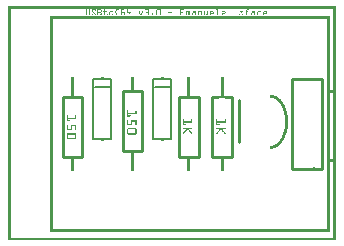
<source format=gto>
G04 MADE WITH FRITZING*
G04 WWW.FRITZING.ORG*
G04 DOUBLE SIDED*
G04 HOLES PLATED*
G04 CONTOUR ON CENTER OF CONTOUR VECTOR*
%ASAXBY*%
%FSLAX23Y23*%
%MOIN*%
%OFA0B0*%
%SFA1.0B1.0*%
%ADD10C,0.010000*%
%ADD11C,0.008000*%
%ADD12R,0.001000X0.001000*%
%LNSILK1*%
G90*
G70*
G54D10*
X769Y327D02*
X769Y467D01*
D02*
X382Y296D02*
X382Y496D01*
D02*
X382Y496D02*
X448Y496D01*
D02*
X448Y496D02*
X448Y296D01*
D02*
X448Y296D02*
X382Y296D01*
D02*
X248Y477D02*
X248Y277D01*
D02*
X248Y277D02*
X182Y277D01*
D02*
X182Y277D02*
X182Y477D01*
D02*
X182Y477D02*
X248Y477D01*
D02*
X746Y477D02*
X746Y277D01*
D02*
X746Y277D02*
X680Y277D01*
D02*
X680Y277D02*
X680Y477D01*
D02*
X635Y477D02*
X635Y277D01*
D02*
X635Y277D02*
X569Y277D01*
D02*
X569Y277D02*
X569Y477D01*
D02*
X569Y477D02*
X635Y477D01*
G54D11*
D02*
X484Y337D02*
X484Y537D01*
D02*
X484Y537D02*
X514Y537D01*
D02*
X514Y537D02*
X544Y537D01*
D02*
X544Y537D02*
X544Y337D01*
D02*
X544Y337D02*
X514Y337D01*
D02*
X514Y337D02*
X484Y337D01*
D02*
X489Y512D02*
X539Y512D01*
D02*
X284Y337D02*
X284Y537D01*
D02*
X284Y537D02*
X314Y537D01*
D02*
X314Y537D02*
X344Y537D01*
D02*
X344Y537D02*
X344Y337D01*
D02*
X344Y337D02*
X314Y337D01*
D02*
X314Y337D02*
X284Y337D01*
D02*
X289Y512D02*
X339Y512D01*
G54D10*
D02*
X1048Y237D02*
X1048Y537D01*
D02*
X1048Y537D02*
X948Y537D01*
D02*
X948Y537D02*
X948Y237D01*
D02*
X948Y237D02*
X1048Y237D01*
G54D12*
X1Y780D02*
X1091Y780D01*
X1Y779D02*
X1091Y779D01*
X1Y778D02*
X1091Y778D01*
X1Y777D02*
X1091Y777D01*
X1Y776D02*
X1091Y776D01*
X1Y775D02*
X1091Y775D01*
X1Y774D02*
X1091Y774D01*
X1Y773D02*
X1091Y773D01*
X1Y772D02*
X8Y772D01*
X1084Y772D02*
X1091Y772D01*
X1Y771D02*
X8Y771D01*
X1084Y771D02*
X1091Y771D01*
X1Y770D02*
X8Y770D01*
X259Y770D02*
X260Y770D01*
X270Y770D02*
X271Y770D01*
X280Y770D02*
X290Y770D01*
X298Y770D02*
X308Y770D01*
X363Y770D02*
X370Y770D01*
X378Y770D02*
X387Y770D01*
X398Y770D02*
X399Y770D01*
X457Y770D02*
X468Y770D01*
X497Y770D02*
X507Y770D01*
X575Y770D02*
X586Y770D01*
X694Y770D02*
X699Y770D01*
X752Y770D02*
X753Y770D01*
X797Y770D02*
X803Y770D01*
X1084Y770D02*
X1091Y770D01*
X1Y769D02*
X8Y769D01*
X259Y769D02*
X261Y769D01*
X270Y769D02*
X272Y769D01*
X279Y769D02*
X291Y769D01*
X298Y769D02*
X309Y769D01*
X321Y769D02*
X322Y769D01*
X361Y769D02*
X370Y769D01*
X377Y769D02*
X387Y769D01*
X398Y769D02*
X399Y769D01*
X456Y769D02*
X468Y769D01*
X496Y769D02*
X508Y769D01*
X575Y769D02*
X586Y769D01*
X694Y769D02*
X700Y769D01*
X752Y769D02*
X753Y769D01*
X796Y769D02*
X803Y769D01*
X1084Y769D02*
X1091Y769D01*
X1Y768D02*
X8Y768D01*
X259Y768D02*
X261Y768D01*
X270Y768D02*
X272Y768D01*
X279Y768D02*
X291Y768D01*
X298Y768D02*
X310Y768D01*
X321Y768D02*
X323Y768D01*
X361Y768D02*
X369Y768D01*
X377Y768D02*
X386Y768D01*
X397Y768D02*
X399Y768D01*
X406Y768D02*
X407Y768D01*
X457Y768D02*
X469Y768D01*
X496Y768D02*
X508Y768D01*
X575Y768D02*
X585Y768D01*
X695Y768D02*
X700Y768D01*
X752Y768D02*
X753Y768D01*
X795Y768D02*
X802Y768D01*
X1084Y768D02*
X1091Y768D01*
X1Y767D02*
X8Y767D01*
X259Y767D02*
X261Y767D01*
X270Y767D02*
X272Y767D01*
X279Y767D02*
X281Y767D01*
X290Y767D02*
X291Y767D01*
X298Y767D02*
X300Y767D01*
X308Y767D02*
X311Y767D01*
X321Y767D02*
X323Y767D01*
X360Y767D02*
X362Y767D01*
X377Y767D02*
X379Y767D01*
X397Y767D02*
X399Y767D01*
X406Y767D02*
X407Y767D01*
X467Y767D02*
X469Y767D01*
X495Y767D02*
X497Y767D01*
X506Y767D02*
X508Y767D01*
X575Y767D02*
X576Y767D01*
X698Y767D02*
X700Y767D01*
X752Y767D02*
X753Y767D01*
X795Y767D02*
X797Y767D01*
X1084Y767D02*
X1091Y767D01*
X1Y766D02*
X8Y766D01*
X259Y766D02*
X261Y766D01*
X270Y766D02*
X272Y766D01*
X279Y766D02*
X282Y766D01*
X290Y766D02*
X291Y766D01*
X298Y766D02*
X300Y766D01*
X309Y766D02*
X311Y766D01*
X321Y766D02*
X323Y766D01*
X360Y766D02*
X362Y766D01*
X377Y766D02*
X379Y766D01*
X397Y766D02*
X399Y766D01*
X406Y766D02*
X407Y766D01*
X467Y766D02*
X469Y766D01*
X495Y766D02*
X497Y766D01*
X506Y766D02*
X508Y766D01*
X575Y766D02*
X576Y766D01*
X698Y766D02*
X700Y766D01*
X752Y766D02*
X753Y766D01*
X794Y766D02*
X796Y766D01*
X1084Y766D02*
X1091Y766D01*
X1Y765D02*
X8Y765D01*
X259Y765D02*
X261Y765D01*
X270Y765D02*
X272Y765D01*
X280Y765D02*
X282Y765D01*
X298Y765D02*
X300Y765D01*
X309Y765D02*
X311Y765D01*
X321Y765D02*
X323Y765D01*
X359Y765D02*
X361Y765D01*
X377Y765D02*
X379Y765D01*
X397Y765D02*
X399Y765D01*
X406Y765D02*
X407Y765D01*
X467Y765D02*
X469Y765D01*
X495Y765D02*
X497Y765D01*
X506Y765D02*
X508Y765D01*
X575Y765D02*
X576Y765D01*
X698Y765D02*
X700Y765D01*
X752Y765D02*
X753Y765D01*
X794Y765D02*
X796Y765D01*
X1084Y765D02*
X1091Y765D01*
X1Y764D02*
X8Y764D01*
X259Y764D02*
X261Y764D01*
X270Y764D02*
X272Y764D01*
X281Y764D02*
X283Y764D01*
X298Y764D02*
X300Y764D01*
X309Y764D02*
X311Y764D01*
X318Y764D02*
X328Y764D01*
X341Y764D02*
X348Y764D01*
X359Y764D02*
X361Y764D01*
X377Y764D02*
X379Y764D01*
X397Y764D02*
X399Y764D01*
X406Y764D02*
X407Y764D01*
X437Y764D02*
X438Y764D01*
X447Y764D02*
X449Y764D01*
X467Y764D02*
X469Y764D01*
X495Y764D02*
X497Y764D01*
X506Y764D02*
X508Y764D01*
X575Y764D02*
X576Y764D01*
X594Y764D02*
X600Y764D01*
X602Y764D02*
X605Y764D01*
X616Y764D02*
X624Y764D01*
X634Y764D02*
X635Y764D01*
X639Y764D02*
X644Y764D01*
X654Y764D02*
X655Y764D01*
X664Y764D02*
X665Y764D01*
X676Y764D02*
X683Y764D01*
X698Y764D02*
X700Y764D01*
X715Y764D02*
X722Y764D01*
X752Y764D02*
X753Y764D01*
X773Y764D02*
X782Y764D01*
X792Y764D02*
X800Y764D01*
X813Y764D02*
X821Y764D01*
X834Y764D02*
X843Y764D01*
X853Y764D02*
X860Y764D01*
X1084Y764D02*
X1091Y764D01*
X1Y763D02*
X8Y763D01*
X259Y763D02*
X261Y763D01*
X270Y763D02*
X272Y763D01*
X281Y763D02*
X284Y763D01*
X298Y763D02*
X300Y763D01*
X309Y763D02*
X311Y763D01*
X318Y763D02*
X328Y763D01*
X339Y763D02*
X349Y763D01*
X358Y763D02*
X360Y763D01*
X377Y763D02*
X379Y763D01*
X397Y763D02*
X399Y763D01*
X406Y763D02*
X407Y763D01*
X436Y763D02*
X438Y763D01*
X447Y763D02*
X449Y763D01*
X467Y763D02*
X469Y763D01*
X495Y763D02*
X497Y763D01*
X506Y763D02*
X508Y763D01*
X575Y763D02*
X576Y763D01*
X594Y763D02*
X606Y763D01*
X616Y763D02*
X625Y763D01*
X634Y763D02*
X635Y763D01*
X637Y763D02*
X645Y763D01*
X653Y763D02*
X655Y763D01*
X664Y763D02*
X666Y763D01*
X674Y763D02*
X684Y763D01*
X698Y763D02*
X700Y763D01*
X714Y763D02*
X723Y763D01*
X752Y763D02*
X753Y763D01*
X773Y763D02*
X783Y763D01*
X792Y763D02*
X800Y763D01*
X813Y763D02*
X822Y763D01*
X833Y763D02*
X843Y763D01*
X852Y763D02*
X861Y763D01*
X1084Y763D02*
X1091Y763D01*
X1Y762D02*
X8Y762D01*
X259Y762D02*
X261Y762D01*
X270Y762D02*
X272Y762D01*
X282Y762D02*
X285Y762D01*
X298Y762D02*
X300Y762D01*
X308Y762D02*
X311Y762D01*
X320Y762D02*
X323Y762D01*
X339Y762D02*
X342Y762D01*
X347Y762D02*
X350Y762D01*
X358Y762D02*
X360Y762D01*
X377Y762D02*
X379Y762D01*
X397Y762D02*
X399Y762D01*
X406Y762D02*
X407Y762D01*
X436Y762D02*
X438Y762D01*
X447Y762D02*
X449Y762D01*
X467Y762D02*
X469Y762D01*
X495Y762D02*
X497Y762D01*
X506Y762D02*
X508Y762D01*
X575Y762D02*
X576Y762D01*
X594Y762D02*
X607Y762D01*
X623Y762D02*
X626Y762D01*
X634Y762D02*
X640Y762D01*
X643Y762D02*
X646Y762D01*
X653Y762D02*
X655Y762D01*
X664Y762D02*
X666Y762D01*
X674Y762D02*
X677Y762D01*
X682Y762D02*
X685Y762D01*
X698Y762D02*
X700Y762D01*
X713Y762D02*
X716Y762D01*
X721Y762D02*
X724Y762D01*
X752Y762D02*
X753Y762D01*
X781Y762D02*
X784Y762D01*
X794Y762D02*
X797Y762D01*
X821Y762D02*
X823Y762D01*
X832Y762D02*
X836Y762D01*
X851Y762D02*
X854Y762D01*
X859Y762D02*
X862Y762D01*
X1084Y762D02*
X1091Y762D01*
X1Y761D02*
X8Y761D01*
X259Y761D02*
X261Y761D01*
X270Y761D02*
X272Y761D01*
X283Y761D02*
X285Y761D01*
X298Y761D02*
X310Y761D01*
X321Y761D02*
X323Y761D01*
X338Y761D02*
X340Y761D01*
X348Y761D02*
X350Y761D01*
X358Y761D02*
X360Y761D01*
X377Y761D02*
X379Y761D01*
X397Y761D02*
X399Y761D01*
X406Y761D02*
X407Y761D01*
X436Y761D02*
X438Y761D01*
X447Y761D02*
X449Y761D01*
X459Y761D02*
X468Y761D01*
X495Y761D02*
X497Y761D01*
X506Y761D02*
X508Y761D01*
X575Y761D02*
X581Y761D01*
X594Y761D02*
X596Y761D01*
X599Y761D02*
X602Y761D01*
X605Y761D02*
X607Y761D01*
X624Y761D02*
X626Y761D01*
X634Y761D02*
X638Y761D01*
X644Y761D02*
X646Y761D01*
X653Y761D02*
X655Y761D01*
X664Y761D02*
X666Y761D01*
X673Y761D02*
X675Y761D01*
X683Y761D02*
X685Y761D01*
X698Y761D02*
X700Y761D01*
X713Y761D02*
X715Y761D01*
X723Y761D02*
X725Y761D01*
X752Y761D02*
X753Y761D01*
X782Y761D02*
X784Y761D01*
X794Y761D02*
X796Y761D01*
X821Y761D02*
X823Y761D01*
X831Y761D02*
X834Y761D01*
X850Y761D02*
X853Y761D01*
X860Y761D02*
X862Y761D01*
X1084Y761D02*
X1091Y761D01*
X1Y760D02*
X8Y760D01*
X259Y760D02*
X261Y760D01*
X270Y760D02*
X272Y760D01*
X284Y760D02*
X286Y760D01*
X298Y760D02*
X309Y760D01*
X321Y760D02*
X323Y760D01*
X338Y760D02*
X340Y760D01*
X349Y760D02*
X350Y760D01*
X358Y760D02*
X359Y760D01*
X377Y760D02*
X379Y760D01*
X397Y760D02*
X399Y760D01*
X406Y760D02*
X407Y760D01*
X437Y760D02*
X439Y760D01*
X447Y760D02*
X448Y760D01*
X459Y760D02*
X468Y760D01*
X495Y760D02*
X497Y760D01*
X506Y760D02*
X508Y760D01*
X536Y760D02*
X547Y760D01*
X575Y760D02*
X582Y760D01*
X594Y760D02*
X596Y760D01*
X599Y760D02*
X601Y760D01*
X605Y760D02*
X607Y760D01*
X625Y760D02*
X626Y760D01*
X634Y760D02*
X637Y760D01*
X644Y760D02*
X646Y760D01*
X653Y760D02*
X655Y760D01*
X664Y760D02*
X666Y760D01*
X673Y760D02*
X675Y760D01*
X684Y760D02*
X685Y760D01*
X698Y760D02*
X700Y760D01*
X712Y760D02*
X714Y760D01*
X723Y760D02*
X725Y760D01*
X752Y760D02*
X753Y760D01*
X782Y760D02*
X784Y760D01*
X794Y760D02*
X796Y760D01*
X822Y760D02*
X823Y760D01*
X831Y760D02*
X833Y760D01*
X850Y760D02*
X852Y760D01*
X861Y760D02*
X863Y760D01*
X1084Y760D02*
X1091Y760D01*
X1Y759D02*
X8Y759D01*
X259Y759D02*
X261Y759D01*
X270Y759D02*
X272Y759D01*
X284Y759D02*
X287Y759D01*
X298Y759D02*
X310Y759D01*
X321Y759D02*
X323Y759D01*
X338Y759D02*
X340Y759D01*
X349Y759D02*
X350Y759D01*
X358Y759D02*
X360Y759D01*
X377Y759D02*
X390Y759D01*
X397Y759D02*
X408Y759D01*
X437Y759D02*
X439Y759D01*
X446Y759D02*
X448Y759D01*
X459Y759D02*
X468Y759D01*
X495Y759D02*
X497Y759D01*
X506Y759D02*
X508Y759D01*
X535Y759D02*
X547Y759D01*
X575Y759D02*
X581Y759D01*
X594Y759D02*
X596Y759D01*
X599Y759D02*
X601Y759D01*
X605Y759D02*
X607Y759D01*
X618Y759D02*
X622Y759D01*
X624Y759D02*
X626Y759D01*
X634Y759D02*
X635Y759D01*
X644Y759D02*
X646Y759D01*
X653Y759D02*
X655Y759D01*
X664Y759D02*
X666Y759D01*
X673Y759D02*
X675Y759D01*
X684Y759D02*
X685Y759D01*
X698Y759D02*
X700Y759D01*
X712Y759D02*
X714Y759D01*
X723Y759D02*
X725Y759D01*
X752Y759D02*
X753Y759D01*
X776Y759D02*
X780Y759D01*
X782Y759D02*
X784Y759D01*
X794Y759D02*
X796Y759D01*
X815Y759D02*
X819Y759D01*
X821Y759D02*
X823Y759D01*
X831Y759D02*
X832Y759D01*
X850Y759D02*
X852Y759D01*
X861Y759D02*
X863Y759D01*
X1084Y759D02*
X1091Y759D01*
X1Y758D02*
X8Y758D01*
X259Y758D02*
X261Y758D01*
X270Y758D02*
X272Y758D01*
X285Y758D02*
X288Y758D01*
X298Y758D02*
X300Y758D01*
X308Y758D02*
X311Y758D01*
X321Y758D02*
X323Y758D01*
X338Y758D02*
X340Y758D01*
X349Y758D02*
X350Y758D01*
X358Y758D02*
X360Y758D01*
X377Y758D02*
X390Y758D01*
X397Y758D02*
X409Y758D01*
X438Y758D02*
X440Y758D01*
X446Y758D02*
X448Y758D01*
X466Y758D02*
X469Y758D01*
X495Y758D02*
X497Y758D01*
X506Y758D02*
X508Y758D01*
X535Y758D02*
X547Y758D01*
X575Y758D02*
X576Y758D01*
X594Y758D02*
X596Y758D01*
X599Y758D02*
X601Y758D01*
X605Y758D02*
X607Y758D01*
X615Y758D02*
X626Y758D01*
X634Y758D02*
X635Y758D01*
X644Y758D02*
X646Y758D01*
X653Y758D02*
X655Y758D01*
X664Y758D02*
X666Y758D01*
X673Y758D02*
X685Y758D01*
X698Y758D02*
X700Y758D01*
X712Y758D02*
X725Y758D01*
X752Y758D02*
X753Y758D01*
X773Y758D02*
X784Y758D01*
X794Y758D02*
X796Y758D01*
X812Y758D02*
X823Y758D01*
X830Y758D02*
X832Y758D01*
X850Y758D02*
X863Y758D01*
X1084Y758D02*
X1091Y758D01*
X1Y757D02*
X8Y757D01*
X259Y757D02*
X261Y757D01*
X270Y757D02*
X272Y757D01*
X286Y757D02*
X289Y757D01*
X298Y757D02*
X300Y757D01*
X309Y757D02*
X311Y757D01*
X321Y757D02*
X323Y757D01*
X338Y757D02*
X340Y757D01*
X349Y757D02*
X350Y757D01*
X358Y757D02*
X360Y757D01*
X377Y757D02*
X379Y757D01*
X388Y757D02*
X390Y757D01*
X398Y757D02*
X409Y757D01*
X438Y757D02*
X440Y757D01*
X445Y757D02*
X447Y757D01*
X467Y757D02*
X469Y757D01*
X495Y757D02*
X497Y757D01*
X506Y757D02*
X508Y757D01*
X575Y757D02*
X576Y757D01*
X594Y757D02*
X596Y757D01*
X599Y757D02*
X601Y757D01*
X605Y757D02*
X607Y757D01*
X614Y757D02*
X626Y757D01*
X634Y757D02*
X635Y757D01*
X644Y757D02*
X646Y757D01*
X653Y757D02*
X655Y757D01*
X664Y757D02*
X666Y757D01*
X673Y757D02*
X685Y757D01*
X698Y757D02*
X700Y757D01*
X712Y757D02*
X725Y757D01*
X752Y757D02*
X753Y757D01*
X772Y757D02*
X784Y757D01*
X794Y757D02*
X796Y757D01*
X811Y757D02*
X823Y757D01*
X830Y757D02*
X832Y757D01*
X850Y757D02*
X863Y757D01*
X1084Y757D02*
X1091Y757D01*
X1Y756D02*
X8Y756D01*
X259Y756D02*
X261Y756D01*
X270Y756D02*
X272Y756D01*
X287Y756D02*
X289Y756D01*
X298Y756D02*
X300Y756D01*
X309Y756D02*
X311Y756D01*
X321Y756D02*
X323Y756D01*
X338Y756D02*
X340Y756D01*
X349Y756D02*
X350Y756D01*
X359Y756D02*
X361Y756D01*
X377Y756D02*
X379Y756D01*
X388Y756D02*
X390Y756D01*
X405Y756D02*
X407Y756D01*
X438Y756D02*
X440Y756D01*
X445Y756D02*
X447Y756D01*
X467Y756D02*
X469Y756D01*
X480Y756D02*
X484Y756D01*
X495Y756D02*
X497Y756D01*
X506Y756D02*
X508Y756D01*
X575Y756D02*
X576Y756D01*
X594Y756D02*
X596Y756D01*
X599Y756D02*
X601Y756D01*
X605Y756D02*
X607Y756D01*
X614Y756D02*
X616Y756D01*
X624Y756D02*
X626Y756D01*
X634Y756D02*
X635Y756D01*
X644Y756D02*
X646Y756D01*
X653Y756D02*
X655Y756D01*
X664Y756D02*
X666Y756D01*
X673Y756D02*
X685Y756D01*
X698Y756D02*
X700Y756D01*
X712Y756D02*
X724Y756D01*
X752Y756D02*
X753Y756D01*
X772Y756D02*
X774Y756D01*
X782Y756D02*
X784Y756D01*
X794Y756D02*
X796Y756D01*
X811Y756D02*
X813Y756D01*
X821Y756D02*
X823Y756D01*
X830Y756D02*
X832Y756D01*
X850Y756D02*
X862Y756D01*
X1084Y756D02*
X1091Y756D01*
X1Y755D02*
X8Y755D01*
X259Y755D02*
X261Y755D01*
X270Y755D02*
X272Y755D01*
X288Y755D02*
X290Y755D01*
X298Y755D02*
X300Y755D01*
X309Y755D02*
X311Y755D01*
X321Y755D02*
X323Y755D01*
X338Y755D02*
X340Y755D01*
X349Y755D02*
X350Y755D01*
X359Y755D02*
X361Y755D01*
X377Y755D02*
X379Y755D01*
X388Y755D02*
X390Y755D01*
X406Y755D02*
X407Y755D01*
X439Y755D02*
X441Y755D01*
X444Y755D02*
X446Y755D01*
X467Y755D02*
X469Y755D01*
X480Y755D02*
X484Y755D01*
X495Y755D02*
X497Y755D01*
X506Y755D02*
X508Y755D01*
X575Y755D02*
X576Y755D01*
X594Y755D02*
X596Y755D01*
X599Y755D02*
X601Y755D01*
X605Y755D02*
X607Y755D01*
X614Y755D02*
X615Y755D01*
X625Y755D02*
X626Y755D01*
X634Y755D02*
X635Y755D01*
X644Y755D02*
X646Y755D01*
X653Y755D02*
X655Y755D01*
X664Y755D02*
X666Y755D01*
X673Y755D02*
X675Y755D01*
X698Y755D02*
X700Y755D01*
X712Y755D02*
X714Y755D01*
X752Y755D02*
X753Y755D01*
X771Y755D02*
X773Y755D01*
X782Y755D02*
X784Y755D01*
X794Y755D02*
X796Y755D01*
X811Y755D02*
X812Y755D01*
X822Y755D02*
X823Y755D01*
X831Y755D02*
X832Y755D01*
X850Y755D02*
X852Y755D01*
X1084Y755D02*
X1091Y755D01*
X1Y754D02*
X8Y754D01*
X259Y754D02*
X261Y754D01*
X270Y754D02*
X272Y754D01*
X279Y754D02*
X280Y754D01*
X288Y754D02*
X291Y754D01*
X298Y754D02*
X300Y754D01*
X309Y754D02*
X311Y754D01*
X321Y754D02*
X323Y754D01*
X330Y754D02*
X330Y754D01*
X338Y754D02*
X340Y754D01*
X349Y754D02*
X350Y754D01*
X360Y754D02*
X362Y754D01*
X377Y754D02*
X379Y754D01*
X388Y754D02*
X390Y754D01*
X406Y754D02*
X407Y754D01*
X439Y754D02*
X441Y754D01*
X444Y754D02*
X446Y754D01*
X467Y754D02*
X469Y754D01*
X480Y754D02*
X484Y754D01*
X495Y754D02*
X497Y754D01*
X506Y754D02*
X508Y754D01*
X575Y754D02*
X576Y754D01*
X594Y754D02*
X596Y754D01*
X599Y754D02*
X601Y754D01*
X605Y754D02*
X607Y754D01*
X614Y754D02*
X615Y754D01*
X625Y754D02*
X626Y754D01*
X634Y754D02*
X635Y754D01*
X644Y754D02*
X646Y754D01*
X653Y754D02*
X655Y754D01*
X662Y754D02*
X666Y754D01*
X673Y754D02*
X675Y754D01*
X698Y754D02*
X700Y754D01*
X712Y754D02*
X714Y754D01*
X752Y754D02*
X753Y754D01*
X771Y754D02*
X773Y754D01*
X782Y754D02*
X784Y754D01*
X794Y754D02*
X796Y754D01*
X811Y754D02*
X812Y754D01*
X822Y754D02*
X823Y754D01*
X831Y754D02*
X833Y754D01*
X850Y754D02*
X852Y754D01*
X1084Y754D02*
X1091Y754D01*
X1Y753D02*
X8Y753D01*
X259Y753D02*
X261Y753D01*
X270Y753D02*
X272Y753D01*
X279Y753D02*
X281Y753D01*
X289Y753D02*
X291Y753D01*
X298Y753D02*
X300Y753D01*
X308Y753D02*
X311Y753D01*
X321Y753D02*
X323Y753D01*
X329Y753D02*
X331Y753D01*
X338Y753D02*
X340Y753D01*
X348Y753D02*
X350Y753D01*
X360Y753D02*
X362Y753D01*
X377Y753D02*
X379Y753D01*
X388Y753D02*
X390Y753D01*
X406Y753D02*
X407Y753D01*
X440Y753D02*
X445Y753D01*
X467Y753D02*
X469Y753D01*
X480Y753D02*
X484Y753D01*
X495Y753D02*
X497Y753D01*
X506Y753D02*
X508Y753D01*
X575Y753D02*
X576Y753D01*
X594Y753D02*
X596Y753D01*
X599Y753D02*
X601Y753D01*
X605Y753D02*
X607Y753D01*
X614Y753D02*
X615Y753D01*
X623Y753D02*
X626Y753D01*
X634Y753D02*
X635Y753D01*
X644Y753D02*
X646Y753D01*
X653Y753D02*
X655Y753D01*
X661Y753D02*
X666Y753D01*
X673Y753D02*
X675Y753D01*
X698Y753D02*
X700Y753D01*
X712Y753D02*
X715Y753D01*
X752Y753D02*
X753Y753D01*
X771Y753D02*
X773Y753D01*
X781Y753D02*
X784Y753D01*
X794Y753D02*
X796Y753D01*
X811Y753D02*
X812Y753D01*
X820Y753D02*
X823Y753D01*
X831Y753D02*
X834Y753D01*
X850Y753D02*
X853Y753D01*
X1084Y753D02*
X1091Y753D01*
X1Y752D02*
X8Y752D01*
X259Y752D02*
X271Y752D01*
X279Y752D02*
X291Y752D01*
X298Y752D02*
X310Y752D01*
X321Y752D02*
X330Y752D01*
X339Y752D02*
X350Y752D01*
X361Y752D02*
X369Y752D01*
X377Y752D02*
X390Y752D01*
X406Y752D02*
X407Y752D01*
X440Y752D02*
X445Y752D01*
X457Y752D02*
X469Y752D01*
X480Y752D02*
X484Y752D01*
X496Y752D02*
X508Y752D01*
X575Y752D02*
X585Y752D01*
X594Y752D02*
X596Y752D01*
X599Y752D02*
X601Y752D01*
X605Y752D02*
X607Y752D01*
X614Y752D02*
X617Y752D01*
X622Y752D02*
X626Y752D01*
X634Y752D02*
X635Y752D01*
X644Y752D02*
X646Y752D01*
X654Y752D02*
X666Y752D01*
X674Y752D02*
X684Y752D01*
X695Y752D02*
X703Y752D01*
X713Y752D02*
X724Y752D01*
X752Y752D02*
X763Y752D01*
X772Y752D02*
X774Y752D01*
X779Y752D02*
X784Y752D01*
X794Y752D02*
X796Y752D01*
X811Y752D02*
X814Y752D01*
X819Y752D02*
X823Y752D01*
X832Y752D02*
X842Y752D01*
X851Y752D02*
X862Y752D01*
X1084Y752D02*
X1091Y752D01*
X1Y751D02*
X8Y751D01*
X260Y751D02*
X271Y751D01*
X279Y751D02*
X291Y751D01*
X298Y751D02*
X309Y751D01*
X322Y751D02*
X330Y751D01*
X340Y751D02*
X349Y751D01*
X361Y751D02*
X370Y751D01*
X377Y751D02*
X390Y751D01*
X406Y751D02*
X407Y751D01*
X441Y751D02*
X445Y751D01*
X456Y751D02*
X468Y751D01*
X496Y751D02*
X508Y751D01*
X575Y751D02*
X586Y751D01*
X594Y751D02*
X596Y751D01*
X599Y751D02*
X601Y751D01*
X605Y751D02*
X607Y751D01*
X615Y751D02*
X626Y751D01*
X634Y751D02*
X635Y751D01*
X644Y751D02*
X646Y751D01*
X654Y751D02*
X662Y751D01*
X664Y751D02*
X666Y751D01*
X674Y751D02*
X685Y751D01*
X694Y751D02*
X704Y751D01*
X714Y751D02*
X725Y751D01*
X752Y751D02*
X764Y751D01*
X772Y751D02*
X784Y751D01*
X794Y751D02*
X796Y751D01*
X812Y751D02*
X823Y751D01*
X833Y751D02*
X843Y751D01*
X852Y751D02*
X863Y751D01*
X1084Y751D02*
X1091Y751D01*
X1Y750D02*
X8Y750D01*
X261Y750D02*
X270Y750D01*
X280Y750D02*
X290Y750D01*
X298Y750D02*
X308Y750D01*
X323Y750D02*
X329Y750D01*
X341Y750D02*
X347Y750D01*
X363Y750D02*
X370Y750D01*
X378Y750D02*
X389Y750D01*
X406Y750D02*
X407Y750D01*
X441Y750D02*
X444Y750D01*
X456Y750D02*
X468Y750D01*
X497Y750D02*
X507Y750D01*
X575Y750D02*
X586Y750D01*
X594Y750D02*
X595Y750D01*
X600Y750D02*
X601Y750D01*
X605Y750D02*
X606Y750D01*
X616Y750D02*
X622Y750D01*
X625Y750D02*
X626Y750D01*
X634Y750D02*
X635Y750D01*
X644Y750D02*
X645Y750D01*
X655Y750D02*
X660Y750D01*
X664Y750D02*
X665Y750D01*
X676Y750D02*
X685Y750D01*
X694Y750D02*
X703Y750D01*
X715Y750D02*
X724Y750D01*
X752Y750D02*
X764Y750D01*
X773Y750D02*
X780Y750D01*
X783Y750D02*
X784Y750D01*
X795Y750D02*
X796Y750D01*
X813Y750D02*
X819Y750D01*
X822Y750D02*
X823Y750D01*
X835Y750D02*
X843Y750D01*
X853Y750D02*
X862Y750D01*
X1084Y750D02*
X1091Y750D01*
X1Y749D02*
X8Y749D01*
X1084Y749D02*
X1091Y749D01*
X1Y748D02*
X8Y748D01*
X1084Y748D02*
X1091Y748D01*
X1Y747D02*
X8Y747D01*
X1084Y747D02*
X1091Y747D01*
X1Y746D02*
X8Y746D01*
X140Y746D02*
X1074Y746D01*
X1084Y746D02*
X1091Y746D01*
X1Y745D02*
X8Y745D01*
X140Y745D02*
X1074Y745D01*
X1084Y745D02*
X1091Y745D01*
X1Y744D02*
X8Y744D01*
X140Y744D02*
X1074Y744D01*
X1084Y744D02*
X1091Y744D01*
X1Y743D02*
X8Y743D01*
X140Y743D02*
X1074Y743D01*
X1084Y743D02*
X1091Y743D01*
X1Y742D02*
X8Y742D01*
X140Y742D02*
X1074Y742D01*
X1084Y742D02*
X1091Y742D01*
X1Y741D02*
X8Y741D01*
X140Y741D02*
X1074Y741D01*
X1084Y741D02*
X1091Y741D01*
X1Y740D02*
X8Y740D01*
X140Y740D02*
X1074Y740D01*
X1084Y740D02*
X1091Y740D01*
X1Y739D02*
X8Y739D01*
X140Y739D02*
X1074Y739D01*
X1084Y739D02*
X1091Y739D01*
X1Y738D02*
X8Y738D01*
X140Y738D02*
X1074Y738D01*
X1084Y738D02*
X1091Y738D01*
X1Y737D02*
X8Y737D01*
X140Y737D02*
X1074Y737D01*
X1084Y737D02*
X1091Y737D01*
X1Y736D02*
X8Y736D01*
X140Y736D02*
X149Y736D01*
X1065Y736D02*
X1074Y736D01*
X1084Y736D02*
X1091Y736D01*
X1Y735D02*
X8Y735D01*
X140Y735D02*
X149Y735D01*
X1065Y735D02*
X1074Y735D01*
X1084Y735D02*
X1091Y735D01*
X1Y734D02*
X8Y734D01*
X140Y734D02*
X149Y734D01*
X1065Y734D02*
X1074Y734D01*
X1084Y734D02*
X1091Y734D01*
X1Y733D02*
X8Y733D01*
X140Y733D02*
X149Y733D01*
X1065Y733D02*
X1074Y733D01*
X1084Y733D02*
X1091Y733D01*
X1Y732D02*
X8Y732D01*
X140Y732D02*
X149Y732D01*
X1065Y732D02*
X1074Y732D01*
X1084Y732D02*
X1091Y732D01*
X1Y731D02*
X8Y731D01*
X140Y731D02*
X149Y731D01*
X1065Y731D02*
X1074Y731D01*
X1084Y731D02*
X1091Y731D01*
X1Y730D02*
X8Y730D01*
X140Y730D02*
X149Y730D01*
X1065Y730D02*
X1074Y730D01*
X1084Y730D02*
X1091Y730D01*
X1Y729D02*
X8Y729D01*
X140Y729D02*
X149Y729D01*
X1065Y729D02*
X1074Y729D01*
X1084Y729D02*
X1091Y729D01*
X1Y728D02*
X8Y728D01*
X140Y728D02*
X149Y728D01*
X1065Y728D02*
X1074Y728D01*
X1084Y728D02*
X1091Y728D01*
X1Y727D02*
X8Y727D01*
X140Y727D02*
X149Y727D01*
X1065Y727D02*
X1074Y727D01*
X1084Y727D02*
X1091Y727D01*
X1Y726D02*
X8Y726D01*
X140Y726D02*
X149Y726D01*
X1065Y726D02*
X1074Y726D01*
X1084Y726D02*
X1091Y726D01*
X1Y725D02*
X8Y725D01*
X140Y725D02*
X149Y725D01*
X1065Y725D02*
X1074Y725D01*
X1084Y725D02*
X1091Y725D01*
X1Y724D02*
X8Y724D01*
X140Y724D02*
X149Y724D01*
X1065Y724D02*
X1074Y724D01*
X1084Y724D02*
X1091Y724D01*
X1Y723D02*
X8Y723D01*
X140Y723D02*
X149Y723D01*
X1065Y723D02*
X1074Y723D01*
X1084Y723D02*
X1091Y723D01*
X1Y722D02*
X8Y722D01*
X140Y722D02*
X149Y722D01*
X1065Y722D02*
X1074Y722D01*
X1084Y722D02*
X1091Y722D01*
X1Y721D02*
X8Y721D01*
X140Y721D02*
X149Y721D01*
X1065Y721D02*
X1074Y721D01*
X1084Y721D02*
X1091Y721D01*
X1Y720D02*
X8Y720D01*
X140Y720D02*
X149Y720D01*
X1065Y720D02*
X1074Y720D01*
X1084Y720D02*
X1091Y720D01*
X1Y719D02*
X8Y719D01*
X140Y719D02*
X149Y719D01*
X1065Y719D02*
X1074Y719D01*
X1084Y719D02*
X1091Y719D01*
X1Y718D02*
X8Y718D01*
X140Y718D02*
X149Y718D01*
X1065Y718D02*
X1074Y718D01*
X1084Y718D02*
X1091Y718D01*
X1Y717D02*
X8Y717D01*
X140Y717D02*
X149Y717D01*
X1065Y717D02*
X1074Y717D01*
X1084Y717D02*
X1091Y717D01*
X1Y716D02*
X8Y716D01*
X140Y716D02*
X149Y716D01*
X1065Y716D02*
X1074Y716D01*
X1084Y716D02*
X1091Y716D01*
X1Y715D02*
X8Y715D01*
X140Y715D02*
X149Y715D01*
X1065Y715D02*
X1074Y715D01*
X1084Y715D02*
X1091Y715D01*
X1Y714D02*
X8Y714D01*
X140Y714D02*
X149Y714D01*
X1065Y714D02*
X1074Y714D01*
X1084Y714D02*
X1091Y714D01*
X1Y713D02*
X8Y713D01*
X140Y713D02*
X149Y713D01*
X1065Y713D02*
X1074Y713D01*
X1084Y713D02*
X1091Y713D01*
X1Y712D02*
X8Y712D01*
X140Y712D02*
X149Y712D01*
X1065Y712D02*
X1074Y712D01*
X1084Y712D02*
X1091Y712D01*
X1Y711D02*
X8Y711D01*
X140Y711D02*
X149Y711D01*
X1065Y711D02*
X1074Y711D01*
X1084Y711D02*
X1091Y711D01*
X1Y710D02*
X8Y710D01*
X140Y710D02*
X149Y710D01*
X1065Y710D02*
X1074Y710D01*
X1084Y710D02*
X1091Y710D01*
X1Y709D02*
X8Y709D01*
X140Y709D02*
X149Y709D01*
X1065Y709D02*
X1074Y709D01*
X1084Y709D02*
X1091Y709D01*
X1Y708D02*
X8Y708D01*
X140Y708D02*
X149Y708D01*
X1065Y708D02*
X1074Y708D01*
X1084Y708D02*
X1091Y708D01*
X1Y707D02*
X8Y707D01*
X140Y707D02*
X149Y707D01*
X1065Y707D02*
X1074Y707D01*
X1084Y707D02*
X1091Y707D01*
X1Y706D02*
X8Y706D01*
X140Y706D02*
X149Y706D01*
X1065Y706D02*
X1074Y706D01*
X1084Y706D02*
X1091Y706D01*
X1Y705D02*
X8Y705D01*
X140Y705D02*
X149Y705D01*
X1065Y705D02*
X1074Y705D01*
X1084Y705D02*
X1091Y705D01*
X1Y704D02*
X8Y704D01*
X140Y704D02*
X149Y704D01*
X1065Y704D02*
X1074Y704D01*
X1084Y704D02*
X1091Y704D01*
X1Y703D02*
X8Y703D01*
X140Y703D02*
X149Y703D01*
X1065Y703D02*
X1074Y703D01*
X1084Y703D02*
X1091Y703D01*
X1Y702D02*
X8Y702D01*
X140Y702D02*
X149Y702D01*
X1065Y702D02*
X1074Y702D01*
X1084Y702D02*
X1091Y702D01*
X1Y701D02*
X8Y701D01*
X140Y701D02*
X149Y701D01*
X1065Y701D02*
X1074Y701D01*
X1084Y701D02*
X1091Y701D01*
X1Y700D02*
X8Y700D01*
X140Y700D02*
X149Y700D01*
X1065Y700D02*
X1074Y700D01*
X1084Y700D02*
X1091Y700D01*
X1Y699D02*
X8Y699D01*
X140Y699D02*
X149Y699D01*
X1065Y699D02*
X1074Y699D01*
X1084Y699D02*
X1091Y699D01*
X1Y698D02*
X8Y698D01*
X140Y698D02*
X149Y698D01*
X1065Y698D02*
X1074Y698D01*
X1084Y698D02*
X1091Y698D01*
X1Y697D02*
X8Y697D01*
X140Y697D02*
X149Y697D01*
X1065Y697D02*
X1074Y697D01*
X1084Y697D02*
X1091Y697D01*
X1Y696D02*
X8Y696D01*
X140Y696D02*
X149Y696D01*
X1065Y696D02*
X1074Y696D01*
X1084Y696D02*
X1091Y696D01*
X1Y695D02*
X8Y695D01*
X140Y695D02*
X149Y695D01*
X1065Y695D02*
X1074Y695D01*
X1084Y695D02*
X1091Y695D01*
X1Y694D02*
X8Y694D01*
X140Y694D02*
X149Y694D01*
X1065Y694D02*
X1074Y694D01*
X1084Y694D02*
X1091Y694D01*
X1Y693D02*
X8Y693D01*
X140Y693D02*
X149Y693D01*
X1065Y693D02*
X1074Y693D01*
X1084Y693D02*
X1091Y693D01*
X1Y692D02*
X8Y692D01*
X140Y692D02*
X149Y692D01*
X1065Y692D02*
X1074Y692D01*
X1084Y692D02*
X1091Y692D01*
X1Y691D02*
X8Y691D01*
X140Y691D02*
X149Y691D01*
X1065Y691D02*
X1074Y691D01*
X1084Y691D02*
X1091Y691D01*
X1Y690D02*
X8Y690D01*
X140Y690D02*
X149Y690D01*
X1065Y690D02*
X1074Y690D01*
X1084Y690D02*
X1091Y690D01*
X1Y689D02*
X8Y689D01*
X140Y689D02*
X149Y689D01*
X1065Y689D02*
X1074Y689D01*
X1084Y689D02*
X1091Y689D01*
X1Y688D02*
X8Y688D01*
X140Y688D02*
X149Y688D01*
X1065Y688D02*
X1074Y688D01*
X1084Y688D02*
X1091Y688D01*
X1Y687D02*
X8Y687D01*
X140Y687D02*
X149Y687D01*
X1065Y687D02*
X1074Y687D01*
X1084Y687D02*
X1091Y687D01*
X1Y686D02*
X8Y686D01*
X140Y686D02*
X149Y686D01*
X1065Y686D02*
X1074Y686D01*
X1084Y686D02*
X1091Y686D01*
X1Y685D02*
X8Y685D01*
X140Y685D02*
X149Y685D01*
X1065Y685D02*
X1074Y685D01*
X1084Y685D02*
X1091Y685D01*
X1Y684D02*
X8Y684D01*
X140Y684D02*
X149Y684D01*
X1065Y684D02*
X1074Y684D01*
X1084Y684D02*
X1091Y684D01*
X1Y683D02*
X8Y683D01*
X140Y683D02*
X149Y683D01*
X1065Y683D02*
X1074Y683D01*
X1084Y683D02*
X1091Y683D01*
X1Y682D02*
X8Y682D01*
X140Y682D02*
X149Y682D01*
X1065Y682D02*
X1074Y682D01*
X1084Y682D02*
X1091Y682D01*
X1Y681D02*
X8Y681D01*
X140Y681D02*
X149Y681D01*
X1065Y681D02*
X1074Y681D01*
X1084Y681D02*
X1091Y681D01*
X1Y680D02*
X8Y680D01*
X140Y680D02*
X149Y680D01*
X1065Y680D02*
X1074Y680D01*
X1084Y680D02*
X1091Y680D01*
X1Y679D02*
X8Y679D01*
X140Y679D02*
X149Y679D01*
X1065Y679D02*
X1074Y679D01*
X1084Y679D02*
X1091Y679D01*
X1Y678D02*
X8Y678D01*
X140Y678D02*
X149Y678D01*
X1065Y678D02*
X1074Y678D01*
X1084Y678D02*
X1091Y678D01*
X1Y677D02*
X8Y677D01*
X140Y677D02*
X149Y677D01*
X1065Y677D02*
X1074Y677D01*
X1084Y677D02*
X1091Y677D01*
X1Y676D02*
X8Y676D01*
X140Y676D02*
X149Y676D01*
X1065Y676D02*
X1074Y676D01*
X1084Y676D02*
X1091Y676D01*
X1Y675D02*
X8Y675D01*
X140Y675D02*
X149Y675D01*
X1065Y675D02*
X1074Y675D01*
X1084Y675D02*
X1091Y675D01*
X1Y674D02*
X8Y674D01*
X140Y674D02*
X149Y674D01*
X1065Y674D02*
X1074Y674D01*
X1084Y674D02*
X1091Y674D01*
X1Y673D02*
X8Y673D01*
X140Y673D02*
X149Y673D01*
X1065Y673D02*
X1074Y673D01*
X1084Y673D02*
X1091Y673D01*
X1Y672D02*
X8Y672D01*
X140Y672D02*
X149Y672D01*
X1065Y672D02*
X1074Y672D01*
X1084Y672D02*
X1091Y672D01*
X1Y671D02*
X8Y671D01*
X140Y671D02*
X149Y671D01*
X1065Y671D02*
X1074Y671D01*
X1084Y671D02*
X1091Y671D01*
X1Y670D02*
X8Y670D01*
X140Y670D02*
X149Y670D01*
X1065Y670D02*
X1074Y670D01*
X1084Y670D02*
X1091Y670D01*
X1Y669D02*
X8Y669D01*
X140Y669D02*
X149Y669D01*
X1065Y669D02*
X1074Y669D01*
X1084Y669D02*
X1091Y669D01*
X1Y668D02*
X8Y668D01*
X140Y668D02*
X149Y668D01*
X1065Y668D02*
X1074Y668D01*
X1084Y668D02*
X1091Y668D01*
X1Y667D02*
X8Y667D01*
X140Y667D02*
X149Y667D01*
X1065Y667D02*
X1074Y667D01*
X1084Y667D02*
X1091Y667D01*
X1Y666D02*
X8Y666D01*
X140Y666D02*
X149Y666D01*
X1065Y666D02*
X1074Y666D01*
X1084Y666D02*
X1091Y666D01*
X1Y665D02*
X8Y665D01*
X140Y665D02*
X149Y665D01*
X1065Y665D02*
X1074Y665D01*
X1084Y665D02*
X1091Y665D01*
X1Y664D02*
X8Y664D01*
X140Y664D02*
X149Y664D01*
X1065Y664D02*
X1074Y664D01*
X1084Y664D02*
X1091Y664D01*
X1Y663D02*
X8Y663D01*
X140Y663D02*
X149Y663D01*
X1065Y663D02*
X1074Y663D01*
X1084Y663D02*
X1091Y663D01*
X1Y662D02*
X8Y662D01*
X140Y662D02*
X149Y662D01*
X1065Y662D02*
X1074Y662D01*
X1084Y662D02*
X1091Y662D01*
X1Y661D02*
X8Y661D01*
X140Y661D02*
X149Y661D01*
X1065Y661D02*
X1074Y661D01*
X1084Y661D02*
X1091Y661D01*
X1Y660D02*
X8Y660D01*
X140Y660D02*
X149Y660D01*
X1065Y660D02*
X1074Y660D01*
X1084Y660D02*
X1091Y660D01*
X1Y659D02*
X8Y659D01*
X140Y659D02*
X149Y659D01*
X1065Y659D02*
X1074Y659D01*
X1084Y659D02*
X1091Y659D01*
X1Y658D02*
X8Y658D01*
X140Y658D02*
X149Y658D01*
X1065Y658D02*
X1074Y658D01*
X1084Y658D02*
X1091Y658D01*
X1Y657D02*
X8Y657D01*
X140Y657D02*
X149Y657D01*
X1065Y657D02*
X1074Y657D01*
X1084Y657D02*
X1091Y657D01*
X1Y656D02*
X8Y656D01*
X140Y656D02*
X149Y656D01*
X1065Y656D02*
X1074Y656D01*
X1084Y656D02*
X1091Y656D01*
X1Y655D02*
X8Y655D01*
X140Y655D02*
X149Y655D01*
X1065Y655D02*
X1074Y655D01*
X1084Y655D02*
X1091Y655D01*
X1Y654D02*
X8Y654D01*
X140Y654D02*
X149Y654D01*
X1065Y654D02*
X1074Y654D01*
X1084Y654D02*
X1091Y654D01*
X1Y653D02*
X8Y653D01*
X140Y653D02*
X149Y653D01*
X1065Y653D02*
X1074Y653D01*
X1084Y653D02*
X1091Y653D01*
X1Y652D02*
X8Y652D01*
X140Y652D02*
X149Y652D01*
X1065Y652D02*
X1074Y652D01*
X1084Y652D02*
X1091Y652D01*
X1Y651D02*
X8Y651D01*
X140Y651D02*
X149Y651D01*
X1065Y651D02*
X1074Y651D01*
X1084Y651D02*
X1091Y651D01*
X1Y650D02*
X8Y650D01*
X140Y650D02*
X149Y650D01*
X1065Y650D02*
X1074Y650D01*
X1084Y650D02*
X1091Y650D01*
X1Y649D02*
X8Y649D01*
X140Y649D02*
X149Y649D01*
X1065Y649D02*
X1074Y649D01*
X1084Y649D02*
X1091Y649D01*
X1Y648D02*
X8Y648D01*
X140Y648D02*
X149Y648D01*
X1065Y648D02*
X1074Y648D01*
X1084Y648D02*
X1091Y648D01*
X1Y647D02*
X8Y647D01*
X140Y647D02*
X149Y647D01*
X1065Y647D02*
X1074Y647D01*
X1084Y647D02*
X1091Y647D01*
X1Y646D02*
X8Y646D01*
X140Y646D02*
X149Y646D01*
X1065Y646D02*
X1074Y646D01*
X1084Y646D02*
X1091Y646D01*
X1Y645D02*
X8Y645D01*
X140Y645D02*
X149Y645D01*
X1065Y645D02*
X1074Y645D01*
X1084Y645D02*
X1091Y645D01*
X1Y644D02*
X8Y644D01*
X140Y644D02*
X149Y644D01*
X1065Y644D02*
X1074Y644D01*
X1084Y644D02*
X1091Y644D01*
X1Y643D02*
X8Y643D01*
X140Y643D02*
X149Y643D01*
X1065Y643D02*
X1074Y643D01*
X1084Y643D02*
X1091Y643D01*
X1Y642D02*
X8Y642D01*
X140Y642D02*
X149Y642D01*
X1065Y642D02*
X1074Y642D01*
X1084Y642D02*
X1091Y642D01*
X1Y641D02*
X8Y641D01*
X140Y641D02*
X149Y641D01*
X1065Y641D02*
X1074Y641D01*
X1084Y641D02*
X1091Y641D01*
X1Y640D02*
X8Y640D01*
X140Y640D02*
X149Y640D01*
X1065Y640D02*
X1074Y640D01*
X1084Y640D02*
X1091Y640D01*
X1Y639D02*
X8Y639D01*
X140Y639D02*
X149Y639D01*
X1065Y639D02*
X1074Y639D01*
X1084Y639D02*
X1091Y639D01*
X1Y638D02*
X8Y638D01*
X140Y638D02*
X149Y638D01*
X1065Y638D02*
X1074Y638D01*
X1084Y638D02*
X1091Y638D01*
X1Y637D02*
X8Y637D01*
X140Y637D02*
X149Y637D01*
X1065Y637D02*
X1074Y637D01*
X1084Y637D02*
X1091Y637D01*
X1Y636D02*
X8Y636D01*
X140Y636D02*
X149Y636D01*
X1065Y636D02*
X1074Y636D01*
X1084Y636D02*
X1091Y636D01*
X1Y635D02*
X8Y635D01*
X140Y635D02*
X149Y635D01*
X1065Y635D02*
X1074Y635D01*
X1084Y635D02*
X1091Y635D01*
X1Y634D02*
X8Y634D01*
X140Y634D02*
X149Y634D01*
X1065Y634D02*
X1074Y634D01*
X1084Y634D02*
X1091Y634D01*
X1Y633D02*
X8Y633D01*
X140Y633D02*
X149Y633D01*
X1065Y633D02*
X1074Y633D01*
X1084Y633D02*
X1091Y633D01*
X1Y632D02*
X8Y632D01*
X140Y632D02*
X149Y632D01*
X1065Y632D02*
X1074Y632D01*
X1084Y632D02*
X1091Y632D01*
X1Y631D02*
X8Y631D01*
X140Y631D02*
X149Y631D01*
X1065Y631D02*
X1074Y631D01*
X1084Y631D02*
X1091Y631D01*
X1Y630D02*
X8Y630D01*
X140Y630D02*
X149Y630D01*
X1065Y630D02*
X1074Y630D01*
X1084Y630D02*
X1091Y630D01*
X1Y629D02*
X8Y629D01*
X140Y629D02*
X149Y629D01*
X1065Y629D02*
X1074Y629D01*
X1084Y629D02*
X1091Y629D01*
X1Y628D02*
X8Y628D01*
X140Y628D02*
X149Y628D01*
X1065Y628D02*
X1074Y628D01*
X1084Y628D02*
X1091Y628D01*
X1Y627D02*
X8Y627D01*
X140Y627D02*
X149Y627D01*
X1065Y627D02*
X1074Y627D01*
X1084Y627D02*
X1091Y627D01*
X1Y626D02*
X8Y626D01*
X140Y626D02*
X149Y626D01*
X1065Y626D02*
X1074Y626D01*
X1084Y626D02*
X1091Y626D01*
X1Y625D02*
X8Y625D01*
X140Y625D02*
X149Y625D01*
X1065Y625D02*
X1074Y625D01*
X1084Y625D02*
X1091Y625D01*
X1Y624D02*
X8Y624D01*
X140Y624D02*
X149Y624D01*
X1065Y624D02*
X1074Y624D01*
X1084Y624D02*
X1091Y624D01*
X1Y623D02*
X8Y623D01*
X140Y623D02*
X149Y623D01*
X1065Y623D02*
X1074Y623D01*
X1084Y623D02*
X1091Y623D01*
X1Y622D02*
X8Y622D01*
X140Y622D02*
X149Y622D01*
X1065Y622D02*
X1074Y622D01*
X1084Y622D02*
X1091Y622D01*
X1Y621D02*
X8Y621D01*
X140Y621D02*
X149Y621D01*
X1065Y621D02*
X1074Y621D01*
X1084Y621D02*
X1091Y621D01*
X1Y620D02*
X8Y620D01*
X140Y620D02*
X149Y620D01*
X1065Y620D02*
X1074Y620D01*
X1084Y620D02*
X1091Y620D01*
X1Y619D02*
X8Y619D01*
X140Y619D02*
X149Y619D01*
X1065Y619D02*
X1074Y619D01*
X1084Y619D02*
X1091Y619D01*
X1Y618D02*
X8Y618D01*
X140Y618D02*
X149Y618D01*
X1065Y618D02*
X1074Y618D01*
X1084Y618D02*
X1091Y618D01*
X1Y617D02*
X8Y617D01*
X140Y617D02*
X149Y617D01*
X1065Y617D02*
X1074Y617D01*
X1084Y617D02*
X1091Y617D01*
X1Y616D02*
X8Y616D01*
X140Y616D02*
X149Y616D01*
X1065Y616D02*
X1074Y616D01*
X1084Y616D02*
X1091Y616D01*
X1Y615D02*
X8Y615D01*
X140Y615D02*
X149Y615D01*
X1065Y615D02*
X1074Y615D01*
X1084Y615D02*
X1091Y615D01*
X1Y614D02*
X8Y614D01*
X140Y614D02*
X149Y614D01*
X1065Y614D02*
X1074Y614D01*
X1084Y614D02*
X1091Y614D01*
X1Y613D02*
X8Y613D01*
X140Y613D02*
X149Y613D01*
X1065Y613D02*
X1074Y613D01*
X1084Y613D02*
X1091Y613D01*
X1Y612D02*
X8Y612D01*
X140Y612D02*
X149Y612D01*
X1065Y612D02*
X1074Y612D01*
X1084Y612D02*
X1091Y612D01*
X1Y611D02*
X8Y611D01*
X140Y611D02*
X149Y611D01*
X1065Y611D02*
X1074Y611D01*
X1084Y611D02*
X1091Y611D01*
X1Y610D02*
X8Y610D01*
X140Y610D02*
X149Y610D01*
X1065Y610D02*
X1074Y610D01*
X1084Y610D02*
X1091Y610D01*
X1Y609D02*
X8Y609D01*
X140Y609D02*
X149Y609D01*
X1065Y609D02*
X1074Y609D01*
X1084Y609D02*
X1091Y609D01*
X1Y608D02*
X8Y608D01*
X140Y608D02*
X149Y608D01*
X1065Y608D02*
X1074Y608D01*
X1084Y608D02*
X1091Y608D01*
X1Y607D02*
X8Y607D01*
X140Y607D02*
X149Y607D01*
X1065Y607D02*
X1074Y607D01*
X1084Y607D02*
X1091Y607D01*
X1Y606D02*
X8Y606D01*
X140Y606D02*
X149Y606D01*
X1065Y606D02*
X1074Y606D01*
X1084Y606D02*
X1091Y606D01*
X1Y605D02*
X8Y605D01*
X140Y605D02*
X149Y605D01*
X1065Y605D02*
X1074Y605D01*
X1084Y605D02*
X1091Y605D01*
X1Y604D02*
X8Y604D01*
X140Y604D02*
X149Y604D01*
X1065Y604D02*
X1074Y604D01*
X1084Y604D02*
X1091Y604D01*
X1Y603D02*
X8Y603D01*
X140Y603D02*
X149Y603D01*
X1065Y603D02*
X1074Y603D01*
X1084Y603D02*
X1091Y603D01*
X1Y602D02*
X8Y602D01*
X140Y602D02*
X149Y602D01*
X1065Y602D02*
X1074Y602D01*
X1084Y602D02*
X1091Y602D01*
X1Y601D02*
X8Y601D01*
X140Y601D02*
X149Y601D01*
X1065Y601D02*
X1074Y601D01*
X1084Y601D02*
X1091Y601D01*
X1Y600D02*
X8Y600D01*
X140Y600D02*
X149Y600D01*
X1065Y600D02*
X1074Y600D01*
X1084Y600D02*
X1091Y600D01*
X1Y599D02*
X8Y599D01*
X140Y599D02*
X149Y599D01*
X1065Y599D02*
X1074Y599D01*
X1084Y599D02*
X1091Y599D01*
X1Y598D02*
X8Y598D01*
X140Y598D02*
X149Y598D01*
X1065Y598D02*
X1074Y598D01*
X1084Y598D02*
X1091Y598D01*
X1Y597D02*
X8Y597D01*
X140Y597D02*
X149Y597D01*
X1065Y597D02*
X1074Y597D01*
X1084Y597D02*
X1091Y597D01*
X1Y596D02*
X8Y596D01*
X140Y596D02*
X149Y596D01*
X1065Y596D02*
X1074Y596D01*
X1084Y596D02*
X1091Y596D01*
X1Y595D02*
X8Y595D01*
X140Y595D02*
X149Y595D01*
X1065Y595D02*
X1074Y595D01*
X1084Y595D02*
X1091Y595D01*
X1Y594D02*
X8Y594D01*
X140Y594D02*
X149Y594D01*
X1065Y594D02*
X1074Y594D01*
X1084Y594D02*
X1091Y594D01*
X1Y593D02*
X8Y593D01*
X140Y593D02*
X149Y593D01*
X1065Y593D02*
X1074Y593D01*
X1084Y593D02*
X1091Y593D01*
X1Y592D02*
X8Y592D01*
X140Y592D02*
X149Y592D01*
X1065Y592D02*
X1074Y592D01*
X1084Y592D02*
X1091Y592D01*
X1Y591D02*
X8Y591D01*
X140Y591D02*
X149Y591D01*
X1065Y591D02*
X1074Y591D01*
X1084Y591D02*
X1091Y591D01*
X1Y590D02*
X8Y590D01*
X140Y590D02*
X149Y590D01*
X1065Y590D02*
X1074Y590D01*
X1084Y590D02*
X1091Y590D01*
X1Y589D02*
X8Y589D01*
X140Y589D02*
X149Y589D01*
X1065Y589D02*
X1074Y589D01*
X1084Y589D02*
X1091Y589D01*
X1Y588D02*
X8Y588D01*
X140Y588D02*
X149Y588D01*
X1065Y588D02*
X1074Y588D01*
X1084Y588D02*
X1091Y588D01*
X1Y587D02*
X8Y587D01*
X140Y587D02*
X149Y587D01*
X1065Y587D02*
X1074Y587D01*
X1084Y587D02*
X1091Y587D01*
X1Y586D02*
X8Y586D01*
X140Y586D02*
X149Y586D01*
X1065Y586D02*
X1074Y586D01*
X1084Y586D02*
X1091Y586D01*
X1Y585D02*
X8Y585D01*
X140Y585D02*
X149Y585D01*
X1065Y585D02*
X1074Y585D01*
X1084Y585D02*
X1091Y585D01*
X1Y584D02*
X8Y584D01*
X140Y584D02*
X149Y584D01*
X1065Y584D02*
X1074Y584D01*
X1084Y584D02*
X1091Y584D01*
X1Y583D02*
X8Y583D01*
X140Y583D02*
X149Y583D01*
X1065Y583D02*
X1074Y583D01*
X1084Y583D02*
X1091Y583D01*
X1Y582D02*
X8Y582D01*
X140Y582D02*
X149Y582D01*
X1065Y582D02*
X1074Y582D01*
X1084Y582D02*
X1091Y582D01*
X1Y581D02*
X8Y581D01*
X140Y581D02*
X149Y581D01*
X1065Y581D02*
X1074Y581D01*
X1084Y581D02*
X1091Y581D01*
X1Y580D02*
X8Y580D01*
X140Y580D02*
X149Y580D01*
X1065Y580D02*
X1074Y580D01*
X1084Y580D02*
X1091Y580D01*
X1Y579D02*
X8Y579D01*
X140Y579D02*
X149Y579D01*
X1065Y579D02*
X1074Y579D01*
X1084Y579D02*
X1091Y579D01*
X1Y578D02*
X8Y578D01*
X140Y578D02*
X149Y578D01*
X1065Y578D02*
X1074Y578D01*
X1084Y578D02*
X1091Y578D01*
X1Y577D02*
X8Y577D01*
X140Y577D02*
X149Y577D01*
X1065Y577D02*
X1074Y577D01*
X1084Y577D02*
X1091Y577D01*
X1Y576D02*
X8Y576D01*
X140Y576D02*
X149Y576D01*
X1065Y576D02*
X1074Y576D01*
X1084Y576D02*
X1091Y576D01*
X1Y575D02*
X8Y575D01*
X140Y575D02*
X149Y575D01*
X1065Y575D02*
X1074Y575D01*
X1084Y575D02*
X1091Y575D01*
X1Y574D02*
X8Y574D01*
X140Y574D02*
X149Y574D01*
X1065Y574D02*
X1074Y574D01*
X1084Y574D02*
X1091Y574D01*
X1Y573D02*
X8Y573D01*
X140Y573D02*
X149Y573D01*
X1065Y573D02*
X1074Y573D01*
X1084Y573D02*
X1091Y573D01*
X1Y572D02*
X8Y572D01*
X140Y572D02*
X149Y572D01*
X1065Y572D02*
X1074Y572D01*
X1084Y572D02*
X1091Y572D01*
X1Y571D02*
X8Y571D01*
X140Y571D02*
X149Y571D01*
X1065Y571D02*
X1074Y571D01*
X1084Y571D02*
X1091Y571D01*
X1Y570D02*
X8Y570D01*
X140Y570D02*
X149Y570D01*
X1065Y570D02*
X1074Y570D01*
X1084Y570D02*
X1091Y570D01*
X1Y569D02*
X8Y569D01*
X140Y569D02*
X149Y569D01*
X1065Y569D02*
X1074Y569D01*
X1084Y569D02*
X1091Y569D01*
X1Y568D02*
X8Y568D01*
X140Y568D02*
X149Y568D01*
X1065Y568D02*
X1074Y568D01*
X1084Y568D02*
X1091Y568D01*
X1Y567D02*
X8Y567D01*
X140Y567D02*
X149Y567D01*
X1065Y567D02*
X1074Y567D01*
X1084Y567D02*
X1091Y567D01*
X1Y566D02*
X8Y566D01*
X140Y566D02*
X149Y566D01*
X1065Y566D02*
X1074Y566D01*
X1084Y566D02*
X1091Y566D01*
X1Y565D02*
X8Y565D01*
X140Y565D02*
X149Y565D01*
X1065Y565D02*
X1074Y565D01*
X1084Y565D02*
X1091Y565D01*
X1Y564D02*
X8Y564D01*
X140Y564D02*
X149Y564D01*
X1065Y564D02*
X1074Y564D01*
X1084Y564D02*
X1091Y564D01*
X1Y563D02*
X8Y563D01*
X140Y563D02*
X149Y563D01*
X1065Y563D02*
X1074Y563D01*
X1084Y563D02*
X1091Y563D01*
X1Y562D02*
X8Y562D01*
X140Y562D02*
X149Y562D01*
X1065Y562D02*
X1074Y562D01*
X1084Y562D02*
X1091Y562D01*
X1Y561D02*
X8Y561D01*
X140Y561D02*
X149Y561D01*
X1065Y561D02*
X1074Y561D01*
X1084Y561D02*
X1091Y561D01*
X1Y560D02*
X8Y560D01*
X140Y560D02*
X149Y560D01*
X1065Y560D02*
X1074Y560D01*
X1084Y560D02*
X1091Y560D01*
X1Y559D02*
X8Y559D01*
X140Y559D02*
X149Y559D01*
X1065Y559D02*
X1074Y559D01*
X1084Y559D02*
X1091Y559D01*
X1Y558D02*
X8Y558D01*
X140Y558D02*
X149Y558D01*
X1065Y558D02*
X1074Y558D01*
X1084Y558D02*
X1091Y558D01*
X1Y557D02*
X8Y557D01*
X140Y557D02*
X149Y557D01*
X1065Y557D02*
X1074Y557D01*
X1084Y557D02*
X1091Y557D01*
X1Y556D02*
X8Y556D01*
X140Y556D02*
X149Y556D01*
X1065Y556D02*
X1074Y556D01*
X1084Y556D02*
X1091Y556D01*
X1Y555D02*
X8Y555D01*
X140Y555D02*
X149Y555D01*
X1065Y555D02*
X1074Y555D01*
X1084Y555D02*
X1091Y555D01*
X1Y554D02*
X8Y554D01*
X140Y554D02*
X149Y554D01*
X1065Y554D02*
X1074Y554D01*
X1084Y554D02*
X1091Y554D01*
X1Y553D02*
X8Y553D01*
X140Y553D02*
X149Y553D01*
X1065Y553D02*
X1074Y553D01*
X1084Y553D02*
X1091Y553D01*
X1Y552D02*
X8Y552D01*
X140Y552D02*
X149Y552D01*
X1065Y552D02*
X1074Y552D01*
X1084Y552D02*
X1091Y552D01*
X1Y551D02*
X8Y551D01*
X140Y551D02*
X149Y551D01*
X1065Y551D02*
X1074Y551D01*
X1084Y551D02*
X1091Y551D01*
X1Y550D02*
X8Y550D01*
X140Y550D02*
X149Y550D01*
X1065Y550D02*
X1074Y550D01*
X1084Y550D02*
X1091Y550D01*
X1Y549D02*
X8Y549D01*
X140Y549D02*
X149Y549D01*
X1065Y549D02*
X1074Y549D01*
X1084Y549D02*
X1091Y549D01*
X1Y548D02*
X8Y548D01*
X140Y548D02*
X149Y548D01*
X1065Y548D02*
X1074Y548D01*
X1084Y548D02*
X1091Y548D01*
X1Y547D02*
X8Y547D01*
X140Y547D02*
X149Y547D01*
X1065Y547D02*
X1074Y547D01*
X1084Y547D02*
X1091Y547D01*
X1Y546D02*
X8Y546D01*
X140Y546D02*
X149Y546D01*
X1065Y546D02*
X1074Y546D01*
X1084Y546D02*
X1091Y546D01*
X1Y545D02*
X8Y545D01*
X140Y545D02*
X149Y545D01*
X311Y545D02*
X318Y545D01*
X511Y545D02*
X518Y545D01*
X1065Y545D02*
X1074Y545D01*
X1084Y545D02*
X1091Y545D01*
X1Y544D02*
X8Y544D01*
X140Y544D02*
X149Y544D01*
X211Y544D02*
X220Y544D01*
X311Y544D02*
X318Y544D01*
X411Y544D02*
X420Y544D01*
X511Y544D02*
X518Y544D01*
X597Y544D02*
X606Y544D01*
X709Y544D02*
X718Y544D01*
X1065Y544D02*
X1074Y544D01*
X1084Y544D02*
X1091Y544D01*
X1Y543D02*
X8Y543D01*
X140Y543D02*
X149Y543D01*
X211Y543D02*
X220Y543D01*
X311Y543D02*
X318Y543D01*
X411Y543D02*
X420Y543D01*
X511Y543D02*
X518Y543D01*
X597Y543D02*
X606Y543D01*
X709Y543D02*
X718Y543D01*
X1065Y543D02*
X1074Y543D01*
X1084Y543D02*
X1091Y543D01*
X1Y542D02*
X8Y542D01*
X140Y542D02*
X149Y542D01*
X211Y542D02*
X220Y542D01*
X311Y542D02*
X318Y542D01*
X411Y542D02*
X420Y542D01*
X511Y542D02*
X518Y542D01*
X597Y542D02*
X606Y542D01*
X709Y542D02*
X718Y542D01*
X1065Y542D02*
X1074Y542D01*
X1084Y542D02*
X1091Y542D01*
X1Y541D02*
X8Y541D01*
X140Y541D02*
X149Y541D01*
X211Y541D02*
X220Y541D01*
X311Y541D02*
X318Y541D01*
X411Y541D02*
X420Y541D01*
X511Y541D02*
X518Y541D01*
X597Y541D02*
X606Y541D01*
X709Y541D02*
X718Y541D01*
X1065Y541D02*
X1074Y541D01*
X1084Y541D02*
X1091Y541D01*
X1Y540D02*
X8Y540D01*
X140Y540D02*
X149Y540D01*
X211Y540D02*
X220Y540D01*
X311Y540D02*
X318Y540D01*
X411Y540D02*
X420Y540D01*
X511Y540D02*
X518Y540D01*
X597Y540D02*
X606Y540D01*
X709Y540D02*
X718Y540D01*
X1065Y540D02*
X1074Y540D01*
X1084Y540D02*
X1091Y540D01*
X1Y539D02*
X8Y539D01*
X140Y539D02*
X149Y539D01*
X211Y539D02*
X220Y539D01*
X311Y539D02*
X318Y539D01*
X411Y539D02*
X420Y539D01*
X511Y539D02*
X518Y539D01*
X597Y539D02*
X606Y539D01*
X709Y539D02*
X718Y539D01*
X1065Y539D02*
X1074Y539D01*
X1084Y539D02*
X1091Y539D01*
X1Y538D02*
X8Y538D01*
X140Y538D02*
X149Y538D01*
X211Y538D02*
X220Y538D01*
X311Y538D02*
X318Y538D01*
X411Y538D02*
X420Y538D01*
X511Y538D02*
X518Y538D01*
X597Y538D02*
X606Y538D01*
X709Y538D02*
X718Y538D01*
X1065Y538D02*
X1074Y538D01*
X1084Y538D02*
X1091Y538D01*
X1Y537D02*
X8Y537D01*
X140Y537D02*
X149Y537D01*
X211Y537D02*
X220Y537D01*
X311Y537D02*
X318Y537D01*
X411Y537D02*
X420Y537D01*
X511Y537D02*
X518Y537D01*
X597Y537D02*
X606Y537D01*
X709Y537D02*
X718Y537D01*
X1065Y537D02*
X1074Y537D01*
X1084Y537D02*
X1091Y537D01*
X1Y536D02*
X8Y536D01*
X140Y536D02*
X149Y536D01*
X211Y536D02*
X220Y536D01*
X312Y536D02*
X318Y536D01*
X411Y536D02*
X420Y536D01*
X512Y536D02*
X518Y536D01*
X597Y536D02*
X606Y536D01*
X709Y536D02*
X718Y536D01*
X1065Y536D02*
X1074Y536D01*
X1084Y536D02*
X1091Y536D01*
X1Y535D02*
X8Y535D01*
X140Y535D02*
X149Y535D01*
X211Y535D02*
X220Y535D01*
X312Y535D02*
X317Y535D01*
X411Y535D02*
X420Y535D01*
X512Y535D02*
X517Y535D01*
X597Y535D02*
X606Y535D01*
X709Y535D02*
X718Y535D01*
X1065Y535D02*
X1074Y535D01*
X1084Y535D02*
X1091Y535D01*
X1Y534D02*
X8Y534D01*
X140Y534D02*
X149Y534D01*
X211Y534D02*
X220Y534D01*
X313Y534D02*
X316Y534D01*
X411Y534D02*
X420Y534D01*
X513Y534D02*
X516Y534D01*
X597Y534D02*
X606Y534D01*
X709Y534D02*
X718Y534D01*
X1065Y534D02*
X1074Y534D01*
X1084Y534D02*
X1091Y534D01*
X1Y533D02*
X8Y533D01*
X140Y533D02*
X149Y533D01*
X211Y533D02*
X220Y533D01*
X411Y533D02*
X420Y533D01*
X597Y533D02*
X606Y533D01*
X709Y533D02*
X718Y533D01*
X1065Y533D02*
X1074Y533D01*
X1084Y533D02*
X1091Y533D01*
X1Y532D02*
X8Y532D01*
X140Y532D02*
X149Y532D01*
X211Y532D02*
X220Y532D01*
X411Y532D02*
X420Y532D01*
X597Y532D02*
X606Y532D01*
X709Y532D02*
X718Y532D01*
X1065Y532D02*
X1074Y532D01*
X1084Y532D02*
X1091Y532D01*
X1Y531D02*
X8Y531D01*
X140Y531D02*
X149Y531D01*
X211Y531D02*
X220Y531D01*
X411Y531D02*
X420Y531D01*
X597Y531D02*
X606Y531D01*
X709Y531D02*
X718Y531D01*
X1065Y531D02*
X1074Y531D01*
X1084Y531D02*
X1091Y531D01*
X1Y530D02*
X8Y530D01*
X140Y530D02*
X149Y530D01*
X211Y530D02*
X220Y530D01*
X411Y530D02*
X420Y530D01*
X597Y530D02*
X606Y530D01*
X709Y530D02*
X718Y530D01*
X1065Y530D02*
X1074Y530D01*
X1084Y530D02*
X1091Y530D01*
X1Y529D02*
X8Y529D01*
X140Y529D02*
X149Y529D01*
X211Y529D02*
X220Y529D01*
X411Y529D02*
X420Y529D01*
X597Y529D02*
X606Y529D01*
X709Y529D02*
X718Y529D01*
X1065Y529D02*
X1074Y529D01*
X1084Y529D02*
X1091Y529D01*
X1Y528D02*
X8Y528D01*
X140Y528D02*
X149Y528D01*
X211Y528D02*
X220Y528D01*
X411Y528D02*
X420Y528D01*
X597Y528D02*
X606Y528D01*
X709Y528D02*
X718Y528D01*
X1065Y528D02*
X1074Y528D01*
X1084Y528D02*
X1091Y528D01*
X1Y527D02*
X8Y527D01*
X140Y527D02*
X149Y527D01*
X211Y527D02*
X220Y527D01*
X411Y527D02*
X420Y527D01*
X597Y527D02*
X606Y527D01*
X709Y527D02*
X718Y527D01*
X1065Y527D02*
X1074Y527D01*
X1084Y527D02*
X1091Y527D01*
X1Y526D02*
X8Y526D01*
X140Y526D02*
X149Y526D01*
X211Y526D02*
X220Y526D01*
X411Y526D02*
X420Y526D01*
X597Y526D02*
X606Y526D01*
X709Y526D02*
X718Y526D01*
X1065Y526D02*
X1074Y526D01*
X1084Y526D02*
X1091Y526D01*
X1Y525D02*
X8Y525D01*
X140Y525D02*
X149Y525D01*
X211Y525D02*
X220Y525D01*
X411Y525D02*
X420Y525D01*
X597Y525D02*
X606Y525D01*
X709Y525D02*
X718Y525D01*
X1065Y525D02*
X1074Y525D01*
X1084Y525D02*
X1091Y525D01*
X1Y524D02*
X8Y524D01*
X140Y524D02*
X149Y524D01*
X211Y524D02*
X220Y524D01*
X411Y524D02*
X420Y524D01*
X597Y524D02*
X606Y524D01*
X709Y524D02*
X718Y524D01*
X1065Y524D02*
X1074Y524D01*
X1084Y524D02*
X1091Y524D01*
X1Y523D02*
X8Y523D01*
X140Y523D02*
X149Y523D01*
X211Y523D02*
X220Y523D01*
X411Y523D02*
X420Y523D01*
X597Y523D02*
X606Y523D01*
X709Y523D02*
X718Y523D01*
X1065Y523D02*
X1074Y523D01*
X1084Y523D02*
X1091Y523D01*
X1Y522D02*
X8Y522D01*
X140Y522D02*
X149Y522D01*
X211Y522D02*
X220Y522D01*
X411Y522D02*
X420Y522D01*
X597Y522D02*
X606Y522D01*
X709Y522D02*
X718Y522D01*
X1065Y522D02*
X1074Y522D01*
X1084Y522D02*
X1091Y522D01*
X1Y521D02*
X8Y521D01*
X140Y521D02*
X149Y521D01*
X211Y521D02*
X220Y521D01*
X411Y521D02*
X420Y521D01*
X597Y521D02*
X606Y521D01*
X709Y521D02*
X718Y521D01*
X1065Y521D02*
X1074Y521D01*
X1084Y521D02*
X1091Y521D01*
X1Y520D02*
X8Y520D01*
X140Y520D02*
X149Y520D01*
X211Y520D02*
X220Y520D01*
X411Y520D02*
X420Y520D01*
X597Y520D02*
X606Y520D01*
X709Y520D02*
X718Y520D01*
X1065Y520D02*
X1074Y520D01*
X1084Y520D02*
X1091Y520D01*
X1Y519D02*
X8Y519D01*
X140Y519D02*
X149Y519D01*
X211Y519D02*
X220Y519D01*
X411Y519D02*
X420Y519D01*
X597Y519D02*
X606Y519D01*
X709Y519D02*
X718Y519D01*
X1065Y519D02*
X1074Y519D01*
X1084Y519D02*
X1091Y519D01*
X1Y518D02*
X8Y518D01*
X140Y518D02*
X149Y518D01*
X211Y518D02*
X220Y518D01*
X411Y518D02*
X420Y518D01*
X597Y518D02*
X606Y518D01*
X709Y518D02*
X718Y518D01*
X1065Y518D02*
X1074Y518D01*
X1084Y518D02*
X1091Y518D01*
X1Y517D02*
X8Y517D01*
X140Y517D02*
X149Y517D01*
X211Y517D02*
X220Y517D01*
X411Y517D02*
X420Y517D01*
X597Y517D02*
X606Y517D01*
X709Y517D02*
X718Y517D01*
X1065Y517D02*
X1074Y517D01*
X1084Y517D02*
X1091Y517D01*
X1Y516D02*
X8Y516D01*
X140Y516D02*
X149Y516D01*
X211Y516D02*
X220Y516D01*
X411Y516D02*
X420Y516D01*
X597Y516D02*
X606Y516D01*
X709Y516D02*
X718Y516D01*
X1065Y516D02*
X1074Y516D01*
X1084Y516D02*
X1091Y516D01*
X1Y515D02*
X8Y515D01*
X140Y515D02*
X149Y515D01*
X211Y515D02*
X220Y515D01*
X411Y515D02*
X420Y515D01*
X597Y515D02*
X606Y515D01*
X709Y515D02*
X718Y515D01*
X1065Y515D02*
X1074Y515D01*
X1084Y515D02*
X1091Y515D01*
X1Y514D02*
X8Y514D01*
X140Y514D02*
X149Y514D01*
X211Y514D02*
X220Y514D01*
X411Y514D02*
X420Y514D01*
X597Y514D02*
X606Y514D01*
X709Y514D02*
X718Y514D01*
X1065Y514D02*
X1074Y514D01*
X1084Y514D02*
X1091Y514D01*
X1Y513D02*
X8Y513D01*
X140Y513D02*
X149Y513D01*
X211Y513D02*
X220Y513D01*
X411Y513D02*
X420Y513D01*
X597Y513D02*
X606Y513D01*
X709Y513D02*
X718Y513D01*
X1065Y513D02*
X1074Y513D01*
X1084Y513D02*
X1091Y513D01*
X1Y512D02*
X8Y512D01*
X140Y512D02*
X149Y512D01*
X211Y512D02*
X220Y512D01*
X411Y512D02*
X420Y512D01*
X597Y512D02*
X606Y512D01*
X709Y512D02*
X718Y512D01*
X1065Y512D02*
X1074Y512D01*
X1084Y512D02*
X1091Y512D01*
X1Y511D02*
X8Y511D01*
X140Y511D02*
X149Y511D01*
X211Y511D02*
X220Y511D01*
X411Y511D02*
X420Y511D01*
X597Y511D02*
X606Y511D01*
X709Y511D02*
X718Y511D01*
X1065Y511D02*
X1074Y511D01*
X1084Y511D02*
X1091Y511D01*
X1Y510D02*
X8Y510D01*
X140Y510D02*
X149Y510D01*
X211Y510D02*
X220Y510D01*
X411Y510D02*
X420Y510D01*
X597Y510D02*
X606Y510D01*
X709Y510D02*
X718Y510D01*
X1065Y510D02*
X1074Y510D01*
X1084Y510D02*
X1091Y510D01*
X1Y509D02*
X8Y509D01*
X140Y509D02*
X149Y509D01*
X211Y509D02*
X220Y509D01*
X411Y509D02*
X420Y509D01*
X597Y509D02*
X606Y509D01*
X709Y509D02*
X718Y509D01*
X1065Y509D02*
X1074Y509D01*
X1084Y509D02*
X1091Y509D01*
X1Y508D02*
X8Y508D01*
X140Y508D02*
X149Y508D01*
X211Y508D02*
X220Y508D01*
X411Y508D02*
X420Y508D01*
X597Y508D02*
X606Y508D01*
X709Y508D02*
X718Y508D01*
X1065Y508D02*
X1074Y508D01*
X1084Y508D02*
X1091Y508D01*
X1Y507D02*
X8Y507D01*
X140Y507D02*
X149Y507D01*
X211Y507D02*
X220Y507D01*
X411Y507D02*
X420Y507D01*
X597Y507D02*
X606Y507D01*
X709Y507D02*
X718Y507D01*
X1065Y507D02*
X1074Y507D01*
X1084Y507D02*
X1091Y507D01*
X1Y506D02*
X8Y506D01*
X140Y506D02*
X149Y506D01*
X211Y506D02*
X220Y506D01*
X411Y506D02*
X420Y506D01*
X597Y506D02*
X606Y506D01*
X709Y506D02*
X718Y506D01*
X1065Y506D02*
X1074Y506D01*
X1084Y506D02*
X1091Y506D01*
X1Y505D02*
X8Y505D01*
X140Y505D02*
X149Y505D01*
X211Y505D02*
X220Y505D01*
X411Y505D02*
X420Y505D01*
X597Y505D02*
X606Y505D01*
X709Y505D02*
X718Y505D01*
X1065Y505D02*
X1074Y505D01*
X1084Y505D02*
X1091Y505D01*
X1Y504D02*
X8Y504D01*
X140Y504D02*
X149Y504D01*
X211Y504D02*
X220Y504D01*
X411Y504D02*
X420Y504D01*
X597Y504D02*
X606Y504D01*
X709Y504D02*
X718Y504D01*
X1065Y504D02*
X1074Y504D01*
X1084Y504D02*
X1091Y504D01*
X1Y503D02*
X8Y503D01*
X140Y503D02*
X149Y503D01*
X211Y503D02*
X220Y503D01*
X411Y503D02*
X420Y503D01*
X597Y503D02*
X606Y503D01*
X709Y503D02*
X718Y503D01*
X1065Y503D02*
X1074Y503D01*
X1084Y503D02*
X1091Y503D01*
X1Y502D02*
X8Y502D01*
X140Y502D02*
X149Y502D01*
X211Y502D02*
X220Y502D01*
X411Y502D02*
X420Y502D01*
X597Y502D02*
X606Y502D01*
X709Y502D02*
X718Y502D01*
X1065Y502D02*
X1074Y502D01*
X1084Y502D02*
X1091Y502D01*
X1Y501D02*
X8Y501D01*
X140Y501D02*
X149Y501D01*
X211Y501D02*
X220Y501D01*
X411Y501D02*
X420Y501D01*
X597Y501D02*
X606Y501D01*
X709Y501D02*
X718Y501D01*
X1065Y501D02*
X1093Y501D01*
X1Y500D02*
X8Y500D01*
X140Y500D02*
X149Y500D01*
X211Y500D02*
X220Y500D01*
X411Y500D02*
X420Y500D01*
X597Y500D02*
X606Y500D01*
X709Y500D02*
X718Y500D01*
X1065Y500D02*
X1093Y500D01*
X1Y499D02*
X8Y499D01*
X140Y499D02*
X149Y499D01*
X211Y499D02*
X220Y499D01*
X411Y499D02*
X420Y499D01*
X597Y499D02*
X606Y499D01*
X709Y499D02*
X718Y499D01*
X1065Y499D02*
X1093Y499D01*
X1Y498D02*
X8Y498D01*
X140Y498D02*
X149Y498D01*
X211Y498D02*
X220Y498D01*
X411Y498D02*
X420Y498D01*
X597Y498D02*
X606Y498D01*
X709Y498D02*
X718Y498D01*
X1065Y498D02*
X1093Y498D01*
X1Y497D02*
X8Y497D01*
X140Y497D02*
X149Y497D01*
X211Y497D02*
X220Y497D01*
X411Y497D02*
X420Y497D01*
X597Y497D02*
X606Y497D01*
X709Y497D02*
X718Y497D01*
X1065Y497D02*
X1093Y497D01*
X1Y496D02*
X8Y496D01*
X140Y496D02*
X149Y496D01*
X211Y496D02*
X220Y496D01*
X597Y496D02*
X606Y496D01*
X709Y496D02*
X718Y496D01*
X1065Y496D02*
X1093Y496D01*
X1Y495D02*
X8Y495D01*
X140Y495D02*
X149Y495D01*
X211Y495D02*
X220Y495D01*
X597Y495D02*
X606Y495D01*
X709Y495D02*
X718Y495D01*
X1065Y495D02*
X1093Y495D01*
X1Y494D02*
X8Y494D01*
X140Y494D02*
X149Y494D01*
X211Y494D02*
X220Y494D01*
X597Y494D02*
X606Y494D01*
X709Y494D02*
X718Y494D01*
X1065Y494D02*
X1093Y494D01*
X1Y493D02*
X8Y493D01*
X140Y493D02*
X149Y493D01*
X211Y493D02*
X220Y493D01*
X597Y493D02*
X606Y493D01*
X709Y493D02*
X718Y493D01*
X1065Y493D02*
X1093Y493D01*
X1Y492D02*
X8Y492D01*
X140Y492D02*
X149Y492D01*
X211Y492D02*
X220Y492D01*
X597Y492D02*
X606Y492D01*
X709Y492D02*
X718Y492D01*
X1065Y492D02*
X1093Y492D01*
X1Y491D02*
X8Y491D01*
X140Y491D02*
X149Y491D01*
X211Y491D02*
X220Y491D01*
X597Y491D02*
X606Y491D01*
X709Y491D02*
X718Y491D01*
X1065Y491D02*
X1074Y491D01*
X1084Y491D02*
X1091Y491D01*
X1Y490D02*
X8Y490D01*
X140Y490D02*
X149Y490D01*
X211Y490D02*
X220Y490D01*
X597Y490D02*
X606Y490D01*
X709Y490D02*
X718Y490D01*
X1065Y490D02*
X1074Y490D01*
X1084Y490D02*
X1091Y490D01*
X1Y489D02*
X8Y489D01*
X140Y489D02*
X149Y489D01*
X211Y489D02*
X220Y489D01*
X597Y489D02*
X606Y489D01*
X709Y489D02*
X718Y489D01*
X1065Y489D02*
X1074Y489D01*
X1084Y489D02*
X1091Y489D01*
X1Y488D02*
X8Y488D01*
X140Y488D02*
X149Y488D01*
X211Y488D02*
X220Y488D01*
X597Y488D02*
X606Y488D01*
X709Y488D02*
X718Y488D01*
X1065Y488D02*
X1074Y488D01*
X1084Y488D02*
X1091Y488D01*
X1Y487D02*
X8Y487D01*
X140Y487D02*
X149Y487D01*
X211Y487D02*
X220Y487D01*
X597Y487D02*
X606Y487D01*
X709Y487D02*
X718Y487D01*
X1065Y487D02*
X1074Y487D01*
X1084Y487D02*
X1091Y487D01*
X1Y486D02*
X8Y486D01*
X140Y486D02*
X149Y486D01*
X211Y486D02*
X220Y486D01*
X597Y486D02*
X606Y486D01*
X709Y486D02*
X718Y486D01*
X1065Y486D02*
X1074Y486D01*
X1084Y486D02*
X1091Y486D01*
X1Y485D02*
X8Y485D01*
X140Y485D02*
X149Y485D01*
X211Y485D02*
X220Y485D01*
X597Y485D02*
X606Y485D01*
X709Y485D02*
X718Y485D01*
X876Y485D02*
X877Y485D01*
X1065Y485D02*
X1074Y485D01*
X1084Y485D02*
X1091Y485D01*
X1Y484D02*
X8Y484D01*
X140Y484D02*
X149Y484D01*
X211Y484D02*
X220Y484D01*
X597Y484D02*
X606Y484D01*
X709Y484D02*
X718Y484D01*
X874Y484D02*
X884Y484D01*
X1065Y484D02*
X1074Y484D01*
X1084Y484D02*
X1091Y484D01*
X1Y483D02*
X8Y483D01*
X140Y483D02*
X149Y483D01*
X211Y483D02*
X220Y483D01*
X597Y483D02*
X606Y483D01*
X709Y483D02*
X718Y483D01*
X874Y483D02*
X887Y483D01*
X1065Y483D02*
X1074Y483D01*
X1084Y483D02*
X1091Y483D01*
X1Y482D02*
X8Y482D01*
X140Y482D02*
X149Y482D01*
X211Y482D02*
X220Y482D01*
X597Y482D02*
X606Y482D01*
X681Y482D02*
X746Y482D01*
X873Y482D02*
X889Y482D01*
X1065Y482D02*
X1074Y482D01*
X1084Y482D02*
X1091Y482D01*
X1Y481D02*
X8Y481D01*
X140Y481D02*
X149Y481D01*
X211Y481D02*
X220Y481D01*
X597Y481D02*
X606Y481D01*
X681Y481D02*
X746Y481D01*
X873Y481D02*
X892Y481D01*
X1065Y481D02*
X1074Y481D01*
X1084Y481D02*
X1091Y481D01*
X1Y480D02*
X8Y480D01*
X140Y480D02*
X149Y480D01*
X211Y480D02*
X220Y480D01*
X597Y480D02*
X606Y480D01*
X681Y480D02*
X746Y480D01*
X873Y480D02*
X894Y480D01*
X1065Y480D02*
X1074Y480D01*
X1084Y480D02*
X1091Y480D01*
X1Y479D02*
X8Y479D01*
X140Y479D02*
X149Y479D01*
X211Y479D02*
X220Y479D01*
X597Y479D02*
X606Y479D01*
X681Y479D02*
X746Y479D01*
X872Y479D02*
X895Y479D01*
X1065Y479D02*
X1074Y479D01*
X1084Y479D02*
X1091Y479D01*
X1Y478D02*
X8Y478D01*
X140Y478D02*
X149Y478D01*
X211Y478D02*
X220Y478D01*
X598Y478D02*
X606Y478D01*
X681Y478D02*
X746Y478D01*
X872Y478D02*
X897Y478D01*
X1065Y478D02*
X1074Y478D01*
X1084Y478D02*
X1091Y478D01*
X1Y477D02*
X8Y477D01*
X140Y477D02*
X149Y477D01*
X681Y477D02*
X746Y477D01*
X872Y477D02*
X899Y477D01*
X1065Y477D02*
X1074Y477D01*
X1084Y477D02*
X1091Y477D01*
X1Y476D02*
X8Y476D01*
X140Y476D02*
X149Y476D01*
X681Y476D02*
X746Y476D01*
X873Y476D02*
X900Y476D01*
X1065Y476D02*
X1074Y476D01*
X1084Y476D02*
X1091Y476D01*
X1Y475D02*
X8Y475D01*
X140Y475D02*
X149Y475D01*
X681Y475D02*
X707Y475D01*
X720Y475D02*
X746Y475D01*
X877Y475D02*
X901Y475D01*
X1065Y475D02*
X1074Y475D01*
X1084Y475D02*
X1091Y475D01*
X1Y474D02*
X8Y474D01*
X140Y474D02*
X149Y474D01*
X681Y474D02*
X704Y474D01*
X723Y474D02*
X746Y474D01*
X884Y474D02*
X903Y474D01*
X1065Y474D02*
X1074Y474D01*
X1084Y474D02*
X1091Y474D01*
X1Y473D02*
X8Y473D01*
X140Y473D02*
X149Y473D01*
X681Y473D02*
X702Y473D01*
X725Y473D02*
X746Y473D01*
X887Y473D02*
X904Y473D01*
X1065Y473D02*
X1074Y473D01*
X1084Y473D02*
X1091Y473D01*
X1Y472D02*
X8Y472D01*
X140Y472D02*
X149Y472D01*
X889Y472D02*
X905Y472D01*
X1065Y472D02*
X1074Y472D01*
X1084Y472D02*
X1091Y472D01*
X1Y471D02*
X8Y471D01*
X140Y471D02*
X149Y471D01*
X891Y471D02*
X906Y471D01*
X1065Y471D02*
X1074Y471D01*
X1084Y471D02*
X1091Y471D01*
X1Y470D02*
X8Y470D01*
X140Y470D02*
X149Y470D01*
X893Y470D02*
X907Y470D01*
X1065Y470D02*
X1074Y470D01*
X1084Y470D02*
X1091Y470D01*
X1Y469D02*
X8Y469D01*
X140Y469D02*
X149Y469D01*
X894Y469D02*
X908Y469D01*
X1065Y469D02*
X1074Y469D01*
X1084Y469D02*
X1091Y469D01*
X1Y468D02*
X8Y468D01*
X140Y468D02*
X149Y468D01*
X896Y468D02*
X909Y468D01*
X1065Y468D02*
X1074Y468D01*
X1084Y468D02*
X1091Y468D01*
X1Y467D02*
X8Y467D01*
X140Y467D02*
X149Y467D01*
X897Y467D02*
X910Y467D01*
X1065Y467D02*
X1074Y467D01*
X1084Y467D02*
X1091Y467D01*
X1Y466D02*
X8Y466D01*
X140Y466D02*
X149Y466D01*
X898Y466D02*
X910Y466D01*
X1065Y466D02*
X1074Y466D01*
X1084Y466D02*
X1091Y466D01*
X1Y465D02*
X8Y465D01*
X140Y465D02*
X149Y465D01*
X899Y465D02*
X911Y465D01*
X1065Y465D02*
X1074Y465D01*
X1084Y465D02*
X1091Y465D01*
X1Y464D02*
X8Y464D01*
X140Y464D02*
X149Y464D01*
X900Y464D02*
X912Y464D01*
X1065Y464D02*
X1074Y464D01*
X1084Y464D02*
X1091Y464D01*
X1Y463D02*
X8Y463D01*
X140Y463D02*
X149Y463D01*
X901Y463D02*
X913Y463D01*
X1065Y463D02*
X1074Y463D01*
X1084Y463D02*
X1091Y463D01*
X1Y462D02*
X8Y462D01*
X140Y462D02*
X149Y462D01*
X902Y462D02*
X914Y462D01*
X1065Y462D02*
X1074Y462D01*
X1084Y462D02*
X1091Y462D01*
X1Y461D02*
X8Y461D01*
X140Y461D02*
X149Y461D01*
X903Y461D02*
X914Y461D01*
X1065Y461D02*
X1074Y461D01*
X1084Y461D02*
X1091Y461D01*
X1Y460D02*
X8Y460D01*
X140Y460D02*
X149Y460D01*
X904Y460D02*
X915Y460D01*
X1065Y460D02*
X1074Y460D01*
X1084Y460D02*
X1091Y460D01*
X1Y459D02*
X8Y459D01*
X140Y459D02*
X149Y459D01*
X904Y459D02*
X916Y459D01*
X1065Y459D02*
X1074Y459D01*
X1084Y459D02*
X1091Y459D01*
X1Y458D02*
X8Y458D01*
X140Y458D02*
X149Y458D01*
X905Y458D02*
X916Y458D01*
X1065Y458D02*
X1074Y458D01*
X1084Y458D02*
X1091Y458D01*
X1Y457D02*
X8Y457D01*
X140Y457D02*
X149Y457D01*
X906Y457D02*
X917Y457D01*
X1065Y457D02*
X1074Y457D01*
X1084Y457D02*
X1091Y457D01*
X1Y456D02*
X8Y456D01*
X140Y456D02*
X149Y456D01*
X907Y456D02*
X917Y456D01*
X1065Y456D02*
X1074Y456D01*
X1084Y456D02*
X1091Y456D01*
X1Y455D02*
X8Y455D01*
X140Y455D02*
X149Y455D01*
X907Y455D02*
X918Y455D01*
X1065Y455D02*
X1074Y455D01*
X1084Y455D02*
X1091Y455D01*
X1Y454D02*
X8Y454D01*
X140Y454D02*
X149Y454D01*
X908Y454D02*
X919Y454D01*
X1065Y454D02*
X1074Y454D01*
X1084Y454D02*
X1091Y454D01*
X1Y453D02*
X8Y453D01*
X140Y453D02*
X149Y453D01*
X909Y453D02*
X919Y453D01*
X1065Y453D02*
X1074Y453D01*
X1084Y453D02*
X1091Y453D01*
X1Y452D02*
X8Y452D01*
X140Y452D02*
X149Y452D01*
X909Y452D02*
X920Y452D01*
X1065Y452D02*
X1074Y452D01*
X1084Y452D02*
X1091Y452D01*
X1Y451D02*
X8Y451D01*
X140Y451D02*
X149Y451D01*
X910Y451D02*
X920Y451D01*
X1065Y451D02*
X1074Y451D01*
X1084Y451D02*
X1091Y451D01*
X1Y450D02*
X8Y450D01*
X140Y450D02*
X149Y450D01*
X910Y450D02*
X921Y450D01*
X1065Y450D02*
X1074Y450D01*
X1084Y450D02*
X1091Y450D01*
X1Y449D02*
X8Y449D01*
X140Y449D02*
X149Y449D01*
X911Y449D02*
X921Y449D01*
X1065Y449D02*
X1074Y449D01*
X1084Y449D02*
X1091Y449D01*
X1Y448D02*
X8Y448D01*
X140Y448D02*
X149Y448D01*
X912Y448D02*
X922Y448D01*
X1065Y448D02*
X1074Y448D01*
X1084Y448D02*
X1091Y448D01*
X1Y447D02*
X8Y447D01*
X140Y447D02*
X149Y447D01*
X912Y447D02*
X922Y447D01*
X1065Y447D02*
X1074Y447D01*
X1084Y447D02*
X1091Y447D01*
X1Y446D02*
X8Y446D01*
X140Y446D02*
X149Y446D01*
X913Y446D02*
X923Y446D01*
X1065Y446D02*
X1074Y446D01*
X1084Y446D02*
X1091Y446D01*
X1Y445D02*
X8Y445D01*
X140Y445D02*
X149Y445D01*
X913Y445D02*
X923Y445D01*
X1065Y445D02*
X1074Y445D01*
X1084Y445D02*
X1091Y445D01*
X1Y444D02*
X8Y444D01*
X140Y444D02*
X149Y444D01*
X914Y444D02*
X923Y444D01*
X1065Y444D02*
X1074Y444D01*
X1084Y444D02*
X1091Y444D01*
X1Y443D02*
X8Y443D01*
X140Y443D02*
X149Y443D01*
X914Y443D02*
X924Y443D01*
X1065Y443D02*
X1074Y443D01*
X1084Y443D02*
X1091Y443D01*
X1Y442D02*
X8Y442D01*
X140Y442D02*
X149Y442D01*
X914Y442D02*
X924Y442D01*
X1065Y442D02*
X1074Y442D01*
X1084Y442D02*
X1091Y442D01*
X1Y441D02*
X8Y441D01*
X140Y441D02*
X149Y441D01*
X915Y441D02*
X925Y441D01*
X1065Y441D02*
X1074Y441D01*
X1084Y441D02*
X1091Y441D01*
X1Y440D02*
X8Y440D01*
X140Y440D02*
X149Y440D01*
X915Y440D02*
X925Y440D01*
X1065Y440D02*
X1074Y440D01*
X1084Y440D02*
X1091Y440D01*
X1Y439D02*
X8Y439D01*
X140Y439D02*
X149Y439D01*
X916Y439D02*
X925Y439D01*
X1065Y439D02*
X1074Y439D01*
X1084Y439D02*
X1091Y439D01*
X1Y438D02*
X8Y438D01*
X140Y438D02*
X149Y438D01*
X916Y438D02*
X926Y438D01*
X1065Y438D02*
X1074Y438D01*
X1084Y438D02*
X1091Y438D01*
X1Y437D02*
X8Y437D01*
X140Y437D02*
X149Y437D01*
X916Y437D02*
X926Y437D01*
X1065Y437D02*
X1074Y437D01*
X1084Y437D02*
X1091Y437D01*
X1Y436D02*
X8Y436D01*
X140Y436D02*
X149Y436D01*
X917Y436D02*
X926Y436D01*
X1065Y436D02*
X1074Y436D01*
X1084Y436D02*
X1091Y436D01*
X1Y435D02*
X8Y435D01*
X140Y435D02*
X149Y435D01*
X917Y435D02*
X927Y435D01*
X1065Y435D02*
X1074Y435D01*
X1084Y435D02*
X1091Y435D01*
X1Y434D02*
X8Y434D01*
X140Y434D02*
X149Y434D01*
X918Y434D02*
X927Y434D01*
X1065Y434D02*
X1074Y434D01*
X1084Y434D02*
X1091Y434D01*
X1Y433D02*
X8Y433D01*
X140Y433D02*
X149Y433D01*
X397Y433D02*
X399Y433D01*
X426Y433D02*
X427Y433D01*
X918Y433D02*
X927Y433D01*
X1065Y433D02*
X1074Y433D01*
X1084Y433D02*
X1091Y433D01*
X1Y432D02*
X8Y432D01*
X140Y432D02*
X149Y432D01*
X397Y432D02*
X400Y432D01*
X425Y432D02*
X428Y432D01*
X918Y432D02*
X928Y432D01*
X1065Y432D02*
X1074Y432D01*
X1084Y432D02*
X1091Y432D01*
X1Y431D02*
X8Y431D01*
X140Y431D02*
X149Y431D01*
X396Y431D02*
X400Y431D01*
X425Y431D02*
X428Y431D01*
X918Y431D02*
X928Y431D01*
X1065Y431D02*
X1074Y431D01*
X1084Y431D02*
X1091Y431D01*
X1Y430D02*
X8Y430D01*
X140Y430D02*
X149Y430D01*
X396Y430D02*
X400Y430D01*
X425Y430D02*
X428Y430D01*
X919Y430D02*
X928Y430D01*
X1065Y430D02*
X1074Y430D01*
X1084Y430D02*
X1091Y430D01*
X1Y429D02*
X8Y429D01*
X140Y429D02*
X149Y429D01*
X396Y429D02*
X400Y429D01*
X425Y429D02*
X428Y429D01*
X919Y429D02*
X928Y429D01*
X1065Y429D02*
X1074Y429D01*
X1084Y429D02*
X1091Y429D01*
X1Y428D02*
X8Y428D01*
X140Y428D02*
X149Y428D01*
X396Y428D02*
X400Y428D01*
X425Y428D02*
X428Y428D01*
X919Y428D02*
X929Y428D01*
X1065Y428D02*
X1074Y428D01*
X1084Y428D02*
X1091Y428D01*
X1Y427D02*
X8Y427D01*
X140Y427D02*
X149Y427D01*
X396Y427D02*
X400Y427D01*
X425Y427D02*
X428Y427D01*
X920Y427D02*
X929Y427D01*
X1065Y427D02*
X1074Y427D01*
X1084Y427D02*
X1091Y427D01*
X1Y426D02*
X8Y426D01*
X140Y426D02*
X149Y426D01*
X396Y426D02*
X400Y426D01*
X425Y426D02*
X428Y426D01*
X920Y426D02*
X929Y426D01*
X1065Y426D02*
X1074Y426D01*
X1084Y426D02*
X1091Y426D01*
X1Y425D02*
X8Y425D01*
X140Y425D02*
X149Y425D01*
X396Y425D02*
X428Y425D01*
X920Y425D02*
X929Y425D01*
X1065Y425D02*
X1074Y425D01*
X1084Y425D02*
X1091Y425D01*
X1Y424D02*
X8Y424D01*
X140Y424D02*
X149Y424D01*
X396Y424D02*
X428Y424D01*
X920Y424D02*
X930Y424D01*
X1065Y424D02*
X1074Y424D01*
X1084Y424D02*
X1091Y424D01*
X1Y423D02*
X8Y423D01*
X140Y423D02*
X149Y423D01*
X396Y423D02*
X428Y423D01*
X921Y423D02*
X930Y423D01*
X1065Y423D02*
X1074Y423D01*
X1084Y423D02*
X1091Y423D01*
X1Y422D02*
X8Y422D01*
X140Y422D02*
X149Y422D01*
X396Y422D02*
X428Y422D01*
X921Y422D02*
X930Y422D01*
X1065Y422D02*
X1074Y422D01*
X1084Y422D02*
X1091Y422D01*
X1Y421D02*
X8Y421D01*
X140Y421D02*
X149Y421D01*
X396Y421D02*
X400Y421D01*
X921Y421D02*
X930Y421D01*
X1065Y421D02*
X1074Y421D01*
X1084Y421D02*
X1091Y421D01*
X1Y420D02*
X8Y420D01*
X140Y420D02*
X149Y420D01*
X396Y420D02*
X400Y420D01*
X921Y420D02*
X930Y420D01*
X1065Y420D02*
X1074Y420D01*
X1084Y420D02*
X1091Y420D01*
X1Y419D02*
X8Y419D01*
X140Y419D02*
X149Y419D01*
X396Y419D02*
X400Y419D01*
X921Y419D02*
X930Y419D01*
X1065Y419D02*
X1074Y419D01*
X1084Y419D02*
X1091Y419D01*
X1Y418D02*
X8Y418D01*
X140Y418D02*
X149Y418D01*
X396Y418D02*
X400Y418D01*
X922Y418D02*
X931Y418D01*
X1065Y418D02*
X1074Y418D01*
X1084Y418D02*
X1091Y418D01*
X1Y417D02*
X8Y417D01*
X140Y417D02*
X149Y417D01*
X226Y417D02*
X226Y417D01*
X396Y417D02*
X405Y417D01*
X922Y417D02*
X931Y417D01*
X1065Y417D02*
X1074Y417D01*
X1084Y417D02*
X1091Y417D01*
X1Y416D02*
X8Y416D01*
X140Y416D02*
X149Y416D01*
X196Y416D02*
X199Y416D01*
X224Y416D02*
X227Y416D01*
X396Y416D02*
X408Y416D01*
X922Y416D02*
X931Y416D01*
X1065Y416D02*
X1074Y416D01*
X1084Y416D02*
X1091Y416D01*
X1Y415D02*
X8Y415D01*
X140Y415D02*
X149Y415D01*
X196Y415D02*
X199Y415D01*
X224Y415D02*
X227Y415D01*
X396Y415D02*
X408Y415D01*
X922Y415D02*
X931Y415D01*
X1065Y415D02*
X1074Y415D01*
X1084Y415D02*
X1091Y415D01*
X1Y414D02*
X8Y414D01*
X140Y414D02*
X149Y414D01*
X196Y414D02*
X199Y414D01*
X224Y414D02*
X227Y414D01*
X397Y414D02*
X408Y414D01*
X922Y414D02*
X931Y414D01*
X1065Y414D02*
X1074Y414D01*
X1084Y414D02*
X1091Y414D01*
X1Y413D02*
X8Y413D01*
X140Y413D02*
X149Y413D01*
X196Y413D02*
X199Y413D01*
X224Y413D02*
X227Y413D01*
X398Y413D02*
X407Y413D01*
X922Y413D02*
X931Y413D01*
X1065Y413D02*
X1074Y413D01*
X1084Y413D02*
X1091Y413D01*
X1Y412D02*
X8Y412D01*
X140Y412D02*
X149Y412D01*
X196Y412D02*
X199Y412D01*
X224Y412D02*
X227Y412D01*
X923Y412D02*
X932Y412D01*
X1065Y412D02*
X1074Y412D01*
X1084Y412D02*
X1091Y412D01*
X1Y411D02*
X8Y411D01*
X140Y411D02*
X149Y411D01*
X196Y411D02*
X199Y411D01*
X224Y411D02*
X227Y411D01*
X923Y411D02*
X932Y411D01*
X1065Y411D02*
X1074Y411D01*
X1084Y411D02*
X1091Y411D01*
X1Y410D02*
X8Y410D01*
X140Y410D02*
X149Y410D01*
X196Y410D02*
X199Y410D01*
X224Y410D02*
X227Y410D01*
X923Y410D02*
X932Y410D01*
X1065Y410D02*
X1074Y410D01*
X1084Y410D02*
X1091Y410D01*
X1Y409D02*
X8Y409D01*
X140Y409D02*
X149Y409D01*
X196Y409D02*
X199Y409D01*
X224Y409D02*
X227Y409D01*
X923Y409D02*
X932Y409D01*
X1065Y409D02*
X1074Y409D01*
X1084Y409D02*
X1091Y409D01*
X1Y408D02*
X8Y408D01*
X140Y408D02*
X149Y408D01*
X196Y408D02*
X227Y408D01*
X923Y408D02*
X932Y408D01*
X1065Y408D02*
X1074Y408D01*
X1084Y408D02*
X1091Y408D01*
X1Y407D02*
X8Y407D01*
X140Y407D02*
X149Y407D01*
X196Y407D02*
X227Y407D01*
X923Y407D02*
X932Y407D01*
X1065Y407D02*
X1074Y407D01*
X1084Y407D02*
X1091Y407D01*
X1Y406D02*
X8Y406D01*
X140Y406D02*
X149Y406D01*
X196Y406D02*
X227Y406D01*
X923Y406D02*
X932Y406D01*
X1065Y406D02*
X1074Y406D01*
X1084Y406D02*
X1091Y406D01*
X1Y405D02*
X8Y405D01*
X140Y405D02*
X149Y405D01*
X196Y405D02*
X227Y405D01*
X923Y405D02*
X932Y405D01*
X1065Y405D02*
X1074Y405D01*
X1084Y405D02*
X1091Y405D01*
X1Y404D02*
X8Y404D01*
X140Y404D02*
X149Y404D01*
X196Y404D02*
X199Y404D01*
X583Y404D02*
X585Y404D01*
X612Y404D02*
X614Y404D01*
X694Y404D02*
X696Y404D01*
X723Y404D02*
X725Y404D01*
X923Y404D02*
X932Y404D01*
X1065Y404D02*
X1074Y404D01*
X1084Y404D02*
X1091Y404D01*
X1Y403D02*
X8Y403D01*
X140Y403D02*
X149Y403D01*
X196Y403D02*
X199Y403D01*
X583Y403D02*
X586Y403D01*
X611Y403D02*
X614Y403D01*
X694Y403D02*
X697Y403D01*
X722Y403D02*
X725Y403D01*
X923Y403D02*
X932Y403D01*
X1065Y403D02*
X1074Y403D01*
X1084Y403D02*
X1091Y403D01*
X1Y402D02*
X8Y402D01*
X140Y402D02*
X149Y402D01*
X196Y402D02*
X199Y402D01*
X399Y402D02*
X400Y402D01*
X583Y402D02*
X586Y402D01*
X611Y402D02*
X614Y402D01*
X694Y402D02*
X697Y402D01*
X722Y402D02*
X725Y402D01*
X923Y402D02*
X932Y402D01*
X1065Y402D02*
X1074Y402D01*
X1084Y402D02*
X1091Y402D01*
X1Y401D02*
X8Y401D01*
X140Y401D02*
X149Y401D01*
X196Y401D02*
X199Y401D01*
X398Y401D02*
X401Y401D01*
X583Y401D02*
X586Y401D01*
X611Y401D02*
X614Y401D01*
X694Y401D02*
X697Y401D01*
X722Y401D02*
X725Y401D01*
X923Y401D02*
X932Y401D01*
X1065Y401D02*
X1074Y401D01*
X1084Y401D02*
X1091Y401D01*
X1Y400D02*
X8Y400D01*
X140Y400D02*
X149Y400D01*
X196Y400D02*
X207Y400D01*
X397Y400D02*
X401Y400D01*
X411Y400D02*
X428Y400D01*
X583Y400D02*
X586Y400D01*
X611Y400D02*
X614Y400D01*
X694Y400D02*
X697Y400D01*
X722Y400D02*
X725Y400D01*
X923Y400D02*
X932Y400D01*
X1065Y400D02*
X1074Y400D01*
X1084Y400D02*
X1091Y400D01*
X1Y399D02*
X8Y399D01*
X140Y399D02*
X149Y399D01*
X196Y399D02*
X207Y399D01*
X397Y399D02*
X400Y399D01*
X411Y399D02*
X428Y399D01*
X583Y399D02*
X586Y399D01*
X611Y399D02*
X614Y399D01*
X694Y399D02*
X697Y399D01*
X722Y399D02*
X725Y399D01*
X923Y399D02*
X932Y399D01*
X1065Y399D02*
X1074Y399D01*
X1084Y399D02*
X1091Y399D01*
X1Y398D02*
X8Y398D01*
X140Y398D02*
X149Y398D01*
X196Y398D02*
X207Y398D01*
X397Y398D02*
X400Y398D01*
X411Y398D02*
X428Y398D01*
X583Y398D02*
X586Y398D01*
X611Y398D02*
X614Y398D01*
X694Y398D02*
X697Y398D01*
X722Y398D02*
X725Y398D01*
X924Y398D02*
X933Y398D01*
X1065Y398D02*
X1074Y398D01*
X1084Y398D02*
X1091Y398D01*
X1Y397D02*
X8Y397D01*
X140Y397D02*
X149Y397D01*
X197Y397D02*
X207Y397D01*
X396Y397D02*
X400Y397D01*
X411Y397D02*
X428Y397D01*
X583Y397D02*
X586Y397D01*
X611Y397D02*
X614Y397D01*
X694Y397D02*
X697Y397D01*
X722Y397D02*
X725Y397D01*
X924Y397D02*
X933Y397D01*
X1065Y397D02*
X1074Y397D01*
X1084Y397D02*
X1091Y397D01*
X1Y396D02*
X8Y396D01*
X140Y396D02*
X149Y396D01*
X396Y396D02*
X400Y396D01*
X411Y396D02*
X428Y396D01*
X583Y396D02*
X614Y396D01*
X694Y396D02*
X725Y396D01*
X924Y396D02*
X933Y396D01*
X1065Y396D02*
X1074Y396D01*
X1084Y396D02*
X1091Y396D01*
X1Y395D02*
X8Y395D01*
X140Y395D02*
X149Y395D01*
X396Y395D02*
X400Y395D01*
X411Y395D02*
X414Y395D01*
X425Y395D02*
X428Y395D01*
X583Y395D02*
X614Y395D01*
X694Y395D02*
X725Y395D01*
X924Y395D02*
X933Y395D01*
X1065Y395D02*
X1074Y395D01*
X1084Y395D02*
X1091Y395D01*
X1Y394D02*
X8Y394D01*
X140Y394D02*
X149Y394D01*
X396Y394D02*
X400Y394D01*
X411Y394D02*
X414Y394D01*
X425Y394D02*
X428Y394D01*
X583Y394D02*
X614Y394D01*
X694Y394D02*
X725Y394D01*
X924Y394D02*
X933Y394D01*
X1065Y394D02*
X1074Y394D01*
X1084Y394D02*
X1091Y394D01*
X1Y393D02*
X8Y393D01*
X140Y393D02*
X149Y393D01*
X396Y393D02*
X400Y393D01*
X411Y393D02*
X414Y393D01*
X425Y393D02*
X428Y393D01*
X583Y393D02*
X614Y393D01*
X694Y393D02*
X725Y393D01*
X924Y393D02*
X933Y393D01*
X1065Y393D02*
X1074Y393D01*
X1084Y393D02*
X1091Y393D01*
X1Y392D02*
X8Y392D01*
X140Y392D02*
X149Y392D01*
X396Y392D02*
X400Y392D01*
X411Y392D02*
X414Y392D01*
X425Y392D02*
X428Y392D01*
X583Y392D02*
X586Y392D01*
X694Y392D02*
X697Y392D01*
X924Y392D02*
X933Y392D01*
X1065Y392D02*
X1074Y392D01*
X1084Y392D02*
X1091Y392D01*
X1Y391D02*
X8Y391D01*
X140Y391D02*
X149Y391D01*
X396Y391D02*
X400Y391D01*
X411Y391D02*
X414Y391D01*
X425Y391D02*
X428Y391D01*
X583Y391D02*
X586Y391D01*
X694Y391D02*
X697Y391D01*
X923Y391D02*
X932Y391D01*
X1065Y391D02*
X1074Y391D01*
X1084Y391D02*
X1091Y391D01*
X1Y390D02*
X8Y390D01*
X140Y390D02*
X149Y390D01*
X396Y390D02*
X400Y390D01*
X411Y390D02*
X414Y390D01*
X425Y390D02*
X428Y390D01*
X583Y390D02*
X586Y390D01*
X694Y390D02*
X697Y390D01*
X923Y390D02*
X932Y390D01*
X1065Y390D02*
X1074Y390D01*
X1084Y390D02*
X1091Y390D01*
X1Y389D02*
X8Y389D01*
X140Y389D02*
X149Y389D01*
X396Y389D02*
X400Y389D01*
X411Y389D02*
X414Y389D01*
X425Y389D02*
X428Y389D01*
X583Y389D02*
X586Y389D01*
X694Y389D02*
X697Y389D01*
X923Y389D02*
X932Y389D01*
X1065Y389D02*
X1074Y389D01*
X1084Y389D02*
X1091Y389D01*
X1Y388D02*
X8Y388D01*
X140Y388D02*
X149Y388D01*
X396Y388D02*
X400Y388D01*
X411Y388D02*
X414Y388D01*
X425Y388D02*
X428Y388D01*
X583Y388D02*
X593Y388D01*
X694Y388D02*
X704Y388D01*
X923Y388D02*
X932Y388D01*
X1065Y388D02*
X1074Y388D01*
X1084Y388D02*
X1091Y388D01*
X1Y387D02*
X8Y387D01*
X140Y387D02*
X149Y387D01*
X397Y387D02*
X414Y387D01*
X425Y387D02*
X428Y387D01*
X583Y387D02*
X594Y387D01*
X694Y387D02*
X705Y387D01*
X923Y387D02*
X932Y387D01*
X1065Y387D02*
X1074Y387D01*
X1084Y387D02*
X1091Y387D01*
X1Y386D02*
X8Y386D01*
X140Y386D02*
X149Y386D01*
X199Y386D02*
X199Y386D01*
X397Y386D02*
X413Y386D01*
X425Y386D02*
X428Y386D01*
X583Y386D02*
X594Y386D01*
X694Y386D02*
X705Y386D01*
X923Y386D02*
X932Y386D01*
X1065Y386D02*
X1074Y386D01*
X1084Y386D02*
X1091Y386D01*
X1Y385D02*
X8Y385D01*
X140Y385D02*
X149Y385D01*
X198Y385D02*
X200Y385D01*
X398Y385D02*
X413Y385D01*
X425Y385D02*
X428Y385D01*
X583Y385D02*
X594Y385D01*
X694Y385D02*
X705Y385D01*
X923Y385D02*
X932Y385D01*
X1065Y385D02*
X1074Y385D01*
X1084Y385D02*
X1091Y385D01*
X1Y384D02*
X8Y384D01*
X140Y384D02*
X149Y384D01*
X197Y384D02*
X200Y384D01*
X399Y384D02*
X412Y384D01*
X426Y384D02*
X427Y384D01*
X585Y384D02*
X592Y384D01*
X696Y384D02*
X703Y384D01*
X923Y384D02*
X932Y384D01*
X1065Y384D02*
X1074Y384D01*
X1084Y384D02*
X1091Y384D01*
X1Y383D02*
X8Y383D01*
X140Y383D02*
X149Y383D01*
X196Y383D02*
X200Y383D01*
X210Y383D02*
X227Y383D01*
X923Y383D02*
X932Y383D01*
X1065Y383D02*
X1074Y383D01*
X1084Y383D02*
X1091Y383D01*
X1Y382D02*
X8Y382D01*
X140Y382D02*
X149Y382D01*
X196Y382D02*
X200Y382D01*
X210Y382D02*
X227Y382D01*
X923Y382D02*
X932Y382D01*
X1065Y382D02*
X1074Y382D01*
X1084Y382D02*
X1091Y382D01*
X1Y381D02*
X8Y381D01*
X140Y381D02*
X149Y381D01*
X196Y381D02*
X199Y381D01*
X210Y381D02*
X227Y381D01*
X923Y381D02*
X932Y381D01*
X1065Y381D02*
X1074Y381D01*
X1084Y381D02*
X1091Y381D01*
X1Y380D02*
X8Y380D01*
X140Y380D02*
X149Y380D01*
X196Y380D02*
X199Y380D01*
X210Y380D02*
X227Y380D01*
X923Y380D02*
X932Y380D01*
X1065Y380D02*
X1074Y380D01*
X1084Y380D02*
X1091Y380D01*
X1Y379D02*
X8Y379D01*
X140Y379D02*
X149Y379D01*
X196Y379D02*
X199Y379D01*
X210Y379D02*
X213Y379D01*
X224Y379D02*
X227Y379D01*
X923Y379D02*
X932Y379D01*
X1065Y379D02*
X1074Y379D01*
X1084Y379D02*
X1091Y379D01*
X1Y378D02*
X8Y378D01*
X140Y378D02*
X149Y378D01*
X196Y378D02*
X199Y378D01*
X210Y378D02*
X213Y378D01*
X224Y378D02*
X227Y378D01*
X922Y378D02*
X932Y378D01*
X1065Y378D02*
X1074Y378D01*
X1084Y378D02*
X1091Y378D01*
X1Y377D02*
X8Y377D01*
X140Y377D02*
X149Y377D01*
X196Y377D02*
X199Y377D01*
X210Y377D02*
X213Y377D01*
X224Y377D02*
X227Y377D01*
X922Y377D02*
X931Y377D01*
X1065Y377D02*
X1074Y377D01*
X1084Y377D02*
X1091Y377D01*
X1Y376D02*
X8Y376D01*
X140Y376D02*
X149Y376D01*
X196Y376D02*
X199Y376D01*
X210Y376D02*
X213Y376D01*
X224Y376D02*
X227Y376D01*
X922Y376D02*
X931Y376D01*
X1065Y376D02*
X1074Y376D01*
X1084Y376D02*
X1091Y376D01*
X1Y375D02*
X8Y375D01*
X140Y375D02*
X149Y375D01*
X196Y375D02*
X199Y375D01*
X210Y375D02*
X213Y375D01*
X224Y375D02*
X227Y375D01*
X922Y375D02*
X931Y375D01*
X1065Y375D02*
X1074Y375D01*
X1084Y375D02*
X1091Y375D01*
X1Y374D02*
X8Y374D01*
X140Y374D02*
X149Y374D01*
X196Y374D02*
X199Y374D01*
X210Y374D02*
X213Y374D01*
X224Y374D02*
X227Y374D01*
X583Y374D02*
X613Y374D01*
X695Y374D02*
X725Y374D01*
X922Y374D02*
X931Y374D01*
X1065Y374D02*
X1074Y374D01*
X1084Y374D02*
X1091Y374D01*
X1Y373D02*
X8Y373D01*
X140Y373D02*
X149Y373D01*
X196Y373D02*
X199Y373D01*
X210Y373D02*
X213Y373D01*
X224Y373D02*
X227Y373D01*
X399Y373D02*
X425Y373D01*
X583Y373D02*
X614Y373D01*
X694Y373D02*
X725Y373D01*
X922Y373D02*
X931Y373D01*
X1065Y373D02*
X1074Y373D01*
X1084Y373D02*
X1091Y373D01*
X1Y372D02*
X8Y372D01*
X140Y372D02*
X149Y372D01*
X196Y372D02*
X199Y372D01*
X210Y372D02*
X213Y372D01*
X224Y372D02*
X227Y372D01*
X398Y372D02*
X427Y372D01*
X583Y372D02*
X614Y372D01*
X694Y372D02*
X725Y372D01*
X922Y372D02*
X931Y372D01*
X1065Y372D02*
X1074Y372D01*
X1084Y372D02*
X1091Y372D01*
X1Y371D02*
X8Y371D01*
X140Y371D02*
X149Y371D01*
X196Y371D02*
X213Y371D01*
X224Y371D02*
X227Y371D01*
X397Y371D02*
X427Y371D01*
X583Y371D02*
X613Y371D01*
X695Y371D02*
X725Y371D01*
X921Y371D02*
X930Y371D01*
X1065Y371D02*
X1074Y371D01*
X1084Y371D02*
X1091Y371D01*
X1Y370D02*
X8Y370D01*
X140Y370D02*
X149Y370D01*
X196Y370D02*
X213Y370D01*
X224Y370D02*
X227Y370D01*
X397Y370D02*
X428Y370D01*
X594Y370D02*
X603Y370D01*
X705Y370D02*
X714Y370D01*
X921Y370D02*
X930Y370D01*
X1065Y370D02*
X1074Y370D01*
X1084Y370D02*
X1091Y370D01*
X1Y369D02*
X8Y369D01*
X140Y369D02*
X149Y369D01*
X197Y369D02*
X212Y369D01*
X224Y369D02*
X227Y369D01*
X396Y369D02*
X400Y369D01*
X424Y369D02*
X428Y369D01*
X593Y369D02*
X604Y369D01*
X704Y369D02*
X715Y369D01*
X921Y369D02*
X930Y369D01*
X1065Y369D02*
X1074Y369D01*
X1084Y369D02*
X1091Y369D01*
X1Y368D02*
X8Y368D01*
X140Y368D02*
X149Y368D01*
X197Y368D02*
X212Y368D01*
X225Y368D02*
X227Y368D01*
X396Y368D02*
X400Y368D01*
X425Y368D02*
X428Y368D01*
X592Y368D02*
X597Y368D01*
X600Y368D02*
X604Y368D01*
X703Y368D02*
X708Y368D01*
X711Y368D02*
X716Y368D01*
X921Y368D02*
X930Y368D01*
X1065Y368D02*
X1074Y368D01*
X1084Y368D02*
X1091Y368D01*
X1Y367D02*
X8Y367D01*
X140Y367D02*
X149Y367D01*
X396Y367D02*
X400Y367D01*
X425Y367D02*
X428Y367D01*
X591Y367D02*
X596Y367D01*
X601Y367D02*
X605Y367D01*
X703Y367D02*
X707Y367D01*
X712Y367D02*
X717Y367D01*
X920Y367D02*
X930Y367D01*
X1065Y367D02*
X1074Y367D01*
X1084Y367D02*
X1091Y367D01*
X1Y366D02*
X8Y366D01*
X140Y366D02*
X149Y366D01*
X396Y366D02*
X400Y366D01*
X425Y366D02*
X428Y366D01*
X591Y366D02*
X595Y366D01*
X602Y366D02*
X606Y366D01*
X702Y366D02*
X706Y366D01*
X713Y366D02*
X717Y366D01*
X920Y366D02*
X929Y366D01*
X1065Y366D02*
X1074Y366D01*
X1084Y366D02*
X1091Y366D01*
X1Y365D02*
X8Y365D01*
X140Y365D02*
X149Y365D01*
X396Y365D02*
X400Y365D01*
X425Y365D02*
X428Y365D01*
X590Y365D02*
X594Y365D01*
X602Y365D02*
X607Y365D01*
X701Y365D02*
X705Y365D01*
X714Y365D02*
X718Y365D01*
X920Y365D02*
X929Y365D01*
X1065Y365D02*
X1074Y365D01*
X1084Y365D02*
X1091Y365D01*
X1Y364D02*
X8Y364D01*
X140Y364D02*
X149Y364D01*
X396Y364D02*
X400Y364D01*
X425Y364D02*
X428Y364D01*
X589Y364D02*
X593Y364D01*
X603Y364D02*
X608Y364D01*
X700Y364D02*
X705Y364D01*
X715Y364D02*
X719Y364D01*
X920Y364D02*
X929Y364D01*
X1065Y364D02*
X1074Y364D01*
X1084Y364D02*
X1091Y364D01*
X1Y363D02*
X8Y363D01*
X140Y363D02*
X149Y363D01*
X396Y363D02*
X400Y363D01*
X425Y363D02*
X428Y363D01*
X588Y363D02*
X593Y363D01*
X604Y363D02*
X609Y363D01*
X699Y363D02*
X704Y363D01*
X715Y363D02*
X720Y363D01*
X920Y363D02*
X929Y363D01*
X1065Y363D02*
X1074Y363D01*
X1084Y363D02*
X1091Y363D01*
X1Y362D02*
X8Y362D01*
X140Y362D02*
X149Y362D01*
X396Y362D02*
X400Y362D01*
X425Y362D02*
X428Y362D01*
X587Y362D02*
X592Y362D01*
X605Y362D02*
X610Y362D01*
X698Y362D02*
X703Y362D01*
X716Y362D02*
X721Y362D01*
X919Y362D02*
X929Y362D01*
X1065Y362D02*
X1074Y362D01*
X1084Y362D02*
X1091Y362D01*
X1Y361D02*
X8Y361D01*
X140Y361D02*
X149Y361D01*
X396Y361D02*
X400Y361D01*
X425Y361D02*
X428Y361D01*
X586Y361D02*
X591Y361D01*
X606Y361D02*
X610Y361D01*
X697Y361D02*
X702Y361D01*
X717Y361D02*
X722Y361D01*
X919Y361D02*
X928Y361D01*
X1065Y361D02*
X1074Y361D01*
X1084Y361D02*
X1091Y361D01*
X1Y360D02*
X8Y360D01*
X140Y360D02*
X149Y360D01*
X396Y360D02*
X400Y360D01*
X425Y360D02*
X428Y360D01*
X585Y360D02*
X590Y360D01*
X607Y360D02*
X611Y360D01*
X697Y360D02*
X701Y360D01*
X718Y360D02*
X723Y360D01*
X919Y360D02*
X928Y360D01*
X1065Y360D02*
X1074Y360D01*
X1084Y360D02*
X1091Y360D01*
X1Y359D02*
X8Y359D01*
X140Y359D02*
X149Y359D01*
X396Y359D02*
X400Y359D01*
X425Y359D02*
X428Y359D01*
X585Y359D02*
X589Y359D01*
X608Y359D02*
X612Y359D01*
X696Y359D02*
X700Y359D01*
X719Y359D02*
X723Y359D01*
X918Y359D02*
X928Y359D01*
X1065Y359D02*
X1074Y359D01*
X1084Y359D02*
X1091Y359D01*
X1Y358D02*
X8Y358D01*
X140Y358D02*
X149Y358D01*
X396Y358D02*
X400Y358D01*
X425Y358D02*
X428Y358D01*
X584Y358D02*
X588Y358D01*
X608Y358D02*
X613Y358D01*
X695Y358D02*
X699Y358D01*
X720Y358D02*
X724Y358D01*
X918Y358D02*
X927Y358D01*
X1065Y358D02*
X1074Y358D01*
X1084Y358D02*
X1091Y358D01*
X1Y357D02*
X8Y357D01*
X140Y357D02*
X149Y357D01*
X396Y357D02*
X400Y357D01*
X425Y357D02*
X428Y357D01*
X583Y357D02*
X587Y357D01*
X609Y357D02*
X614Y357D01*
X694Y357D02*
X699Y357D01*
X721Y357D02*
X725Y357D01*
X918Y357D02*
X927Y357D01*
X1065Y357D02*
X1074Y357D01*
X1084Y357D02*
X1091Y357D01*
X1Y356D02*
X8Y356D01*
X140Y356D02*
X149Y356D01*
X198Y356D02*
X226Y356D01*
X397Y356D02*
X428Y356D01*
X583Y356D02*
X587Y356D01*
X610Y356D02*
X614Y356D01*
X694Y356D02*
X698Y356D01*
X721Y356D02*
X725Y356D01*
X917Y356D02*
X927Y356D01*
X1065Y356D02*
X1074Y356D01*
X1084Y356D02*
X1091Y356D01*
X1Y355D02*
X8Y355D01*
X140Y355D02*
X149Y355D01*
X197Y355D02*
X227Y355D01*
X397Y355D02*
X427Y355D01*
X583Y355D02*
X586Y355D01*
X611Y355D02*
X614Y355D01*
X694Y355D02*
X697Y355D01*
X722Y355D02*
X725Y355D01*
X917Y355D02*
X926Y355D01*
X1065Y355D02*
X1074Y355D01*
X1084Y355D02*
X1091Y355D01*
X1Y354D02*
X8Y354D01*
X140Y354D02*
X149Y354D01*
X196Y354D02*
X227Y354D01*
X398Y354D02*
X427Y354D01*
X584Y354D02*
X584Y354D01*
X612Y354D02*
X613Y354D01*
X695Y354D02*
X696Y354D01*
X724Y354D02*
X724Y354D01*
X917Y354D02*
X926Y354D01*
X1065Y354D02*
X1074Y354D01*
X1084Y354D02*
X1091Y354D01*
X1Y353D02*
X8Y353D01*
X140Y353D02*
X149Y353D01*
X196Y353D02*
X227Y353D01*
X399Y353D02*
X425Y353D01*
X916Y353D02*
X926Y353D01*
X1065Y353D02*
X1074Y353D01*
X1084Y353D02*
X1091Y353D01*
X1Y352D02*
X8Y352D01*
X140Y352D02*
X149Y352D01*
X196Y352D02*
X199Y352D01*
X224Y352D02*
X227Y352D01*
X916Y352D02*
X925Y352D01*
X1065Y352D02*
X1074Y352D01*
X1084Y352D02*
X1091Y352D01*
X1Y351D02*
X8Y351D01*
X140Y351D02*
X149Y351D01*
X196Y351D02*
X199Y351D01*
X224Y351D02*
X227Y351D01*
X916Y351D02*
X925Y351D01*
X1065Y351D02*
X1074Y351D01*
X1084Y351D02*
X1091Y351D01*
X1Y350D02*
X8Y350D01*
X140Y350D02*
X149Y350D01*
X196Y350D02*
X199Y350D01*
X224Y350D02*
X227Y350D01*
X915Y350D02*
X925Y350D01*
X1065Y350D02*
X1074Y350D01*
X1084Y350D02*
X1091Y350D01*
X1Y349D02*
X8Y349D01*
X140Y349D02*
X149Y349D01*
X196Y349D02*
X199Y349D01*
X224Y349D02*
X227Y349D01*
X915Y349D02*
X924Y349D01*
X1065Y349D02*
X1074Y349D01*
X1084Y349D02*
X1091Y349D01*
X1Y348D02*
X8Y348D01*
X140Y348D02*
X149Y348D01*
X196Y348D02*
X199Y348D01*
X224Y348D02*
X227Y348D01*
X914Y348D02*
X924Y348D01*
X1065Y348D02*
X1074Y348D01*
X1084Y348D02*
X1091Y348D01*
X1Y347D02*
X8Y347D01*
X140Y347D02*
X149Y347D01*
X196Y347D02*
X199Y347D01*
X224Y347D02*
X227Y347D01*
X914Y347D02*
X924Y347D01*
X1065Y347D02*
X1074Y347D01*
X1084Y347D02*
X1091Y347D01*
X1Y346D02*
X8Y346D01*
X140Y346D02*
X149Y346D01*
X196Y346D02*
X199Y346D01*
X224Y346D02*
X227Y346D01*
X913Y346D02*
X923Y346D01*
X1065Y346D02*
X1074Y346D01*
X1084Y346D02*
X1091Y346D01*
X1Y345D02*
X8Y345D01*
X140Y345D02*
X149Y345D01*
X196Y345D02*
X199Y345D01*
X224Y345D02*
X227Y345D01*
X913Y345D02*
X923Y345D01*
X1065Y345D02*
X1074Y345D01*
X1084Y345D02*
X1091Y345D01*
X1Y344D02*
X8Y344D01*
X140Y344D02*
X149Y344D01*
X196Y344D02*
X199Y344D01*
X224Y344D02*
X227Y344D01*
X912Y344D02*
X922Y344D01*
X1065Y344D02*
X1074Y344D01*
X1084Y344D02*
X1091Y344D01*
X1Y343D02*
X8Y343D01*
X140Y343D02*
X149Y343D01*
X196Y343D02*
X199Y343D01*
X224Y343D02*
X227Y343D01*
X912Y343D02*
X922Y343D01*
X1065Y343D02*
X1074Y343D01*
X1084Y343D02*
X1091Y343D01*
X1Y342D02*
X8Y342D01*
X140Y342D02*
X149Y342D01*
X196Y342D02*
X199Y342D01*
X224Y342D02*
X227Y342D01*
X911Y342D02*
X921Y342D01*
X1065Y342D02*
X1074Y342D01*
X1084Y342D02*
X1091Y342D01*
X1Y341D02*
X8Y341D01*
X140Y341D02*
X149Y341D01*
X196Y341D02*
X199Y341D01*
X224Y341D02*
X227Y341D01*
X313Y341D02*
X316Y341D01*
X513Y341D02*
X516Y341D01*
X911Y341D02*
X921Y341D01*
X1065Y341D02*
X1074Y341D01*
X1084Y341D02*
X1091Y341D01*
X1Y340D02*
X8Y340D01*
X140Y340D02*
X149Y340D01*
X196Y340D02*
X227Y340D01*
X312Y340D02*
X317Y340D01*
X512Y340D02*
X517Y340D01*
X910Y340D02*
X920Y340D01*
X1065Y340D02*
X1074Y340D01*
X1084Y340D02*
X1091Y340D01*
X1Y339D02*
X8Y339D01*
X140Y339D02*
X149Y339D01*
X196Y339D02*
X227Y339D01*
X311Y339D02*
X318Y339D01*
X511Y339D02*
X518Y339D01*
X910Y339D02*
X920Y339D01*
X1065Y339D02*
X1074Y339D01*
X1084Y339D02*
X1091Y339D01*
X1Y338D02*
X8Y338D01*
X140Y338D02*
X149Y338D01*
X197Y338D02*
X227Y338D01*
X311Y338D02*
X318Y338D01*
X511Y338D02*
X518Y338D01*
X909Y338D02*
X919Y338D01*
X1065Y338D02*
X1074Y338D01*
X1084Y338D02*
X1091Y338D01*
X1Y337D02*
X8Y337D01*
X140Y337D02*
X149Y337D01*
X198Y337D02*
X226Y337D01*
X311Y337D02*
X318Y337D01*
X511Y337D02*
X518Y337D01*
X908Y337D02*
X919Y337D01*
X1065Y337D02*
X1074Y337D01*
X1084Y337D02*
X1091Y337D01*
X1Y336D02*
X8Y336D01*
X140Y336D02*
X149Y336D01*
X311Y336D02*
X318Y336D01*
X511Y336D02*
X518Y336D01*
X908Y336D02*
X918Y336D01*
X1065Y336D02*
X1074Y336D01*
X1084Y336D02*
X1091Y336D01*
X1Y335D02*
X8Y335D01*
X140Y335D02*
X149Y335D01*
X311Y335D02*
X318Y335D01*
X511Y335D02*
X518Y335D01*
X907Y335D02*
X918Y335D01*
X1065Y335D02*
X1074Y335D01*
X1084Y335D02*
X1091Y335D01*
X1Y334D02*
X8Y334D01*
X140Y334D02*
X149Y334D01*
X311Y334D02*
X318Y334D01*
X511Y334D02*
X518Y334D01*
X906Y334D02*
X917Y334D01*
X1065Y334D02*
X1074Y334D01*
X1084Y334D02*
X1091Y334D01*
X1Y333D02*
X8Y333D01*
X140Y333D02*
X149Y333D01*
X311Y333D02*
X318Y333D01*
X511Y333D02*
X518Y333D01*
X906Y333D02*
X917Y333D01*
X1065Y333D02*
X1074Y333D01*
X1084Y333D02*
X1091Y333D01*
X1Y332D02*
X8Y332D01*
X140Y332D02*
X149Y332D01*
X311Y332D02*
X318Y332D01*
X511Y332D02*
X518Y332D01*
X905Y332D02*
X916Y332D01*
X1065Y332D02*
X1074Y332D01*
X1084Y332D02*
X1091Y332D01*
X1Y331D02*
X8Y331D01*
X140Y331D02*
X149Y331D01*
X311Y331D02*
X318Y331D01*
X511Y331D02*
X518Y331D01*
X904Y331D02*
X915Y331D01*
X1065Y331D02*
X1074Y331D01*
X1084Y331D02*
X1091Y331D01*
X1Y330D02*
X8Y330D01*
X140Y330D02*
X149Y330D01*
X311Y330D02*
X318Y330D01*
X511Y330D02*
X518Y330D01*
X903Y330D02*
X915Y330D01*
X1065Y330D02*
X1074Y330D01*
X1084Y330D02*
X1091Y330D01*
X1Y329D02*
X8Y329D01*
X140Y329D02*
X149Y329D01*
X902Y329D02*
X914Y329D01*
X1065Y329D02*
X1074Y329D01*
X1084Y329D02*
X1091Y329D01*
X1Y328D02*
X8Y328D01*
X140Y328D02*
X149Y328D01*
X902Y328D02*
X913Y328D01*
X1065Y328D02*
X1074Y328D01*
X1084Y328D02*
X1091Y328D01*
X1Y327D02*
X8Y327D01*
X140Y327D02*
X149Y327D01*
X901Y327D02*
X913Y327D01*
X1065Y327D02*
X1074Y327D01*
X1084Y327D02*
X1091Y327D01*
X1Y326D02*
X8Y326D01*
X140Y326D02*
X149Y326D01*
X900Y326D02*
X912Y326D01*
X1065Y326D02*
X1074Y326D01*
X1084Y326D02*
X1091Y326D01*
X1Y325D02*
X8Y325D01*
X140Y325D02*
X149Y325D01*
X899Y325D02*
X911Y325D01*
X1065Y325D02*
X1074Y325D01*
X1084Y325D02*
X1091Y325D01*
X1Y324D02*
X8Y324D01*
X140Y324D02*
X149Y324D01*
X897Y324D02*
X910Y324D01*
X1065Y324D02*
X1074Y324D01*
X1084Y324D02*
X1091Y324D01*
X1Y323D02*
X8Y323D01*
X140Y323D02*
X149Y323D01*
X896Y323D02*
X909Y323D01*
X1065Y323D02*
X1074Y323D01*
X1084Y323D02*
X1091Y323D01*
X1Y322D02*
X8Y322D01*
X140Y322D02*
X149Y322D01*
X895Y322D02*
X908Y322D01*
X1065Y322D02*
X1074Y322D01*
X1084Y322D02*
X1091Y322D01*
X1Y321D02*
X8Y321D01*
X140Y321D02*
X149Y321D01*
X893Y321D02*
X907Y321D01*
X1065Y321D02*
X1074Y321D01*
X1084Y321D02*
X1091Y321D01*
X1Y320D02*
X8Y320D01*
X140Y320D02*
X149Y320D01*
X892Y320D02*
X906Y320D01*
X1065Y320D02*
X1074Y320D01*
X1084Y320D02*
X1091Y320D01*
X1Y319D02*
X8Y319D01*
X140Y319D02*
X149Y319D01*
X890Y319D02*
X905Y319D01*
X1065Y319D02*
X1074Y319D01*
X1084Y319D02*
X1091Y319D01*
X1Y318D02*
X8Y318D01*
X140Y318D02*
X149Y318D01*
X888Y318D02*
X904Y318D01*
X1065Y318D02*
X1074Y318D01*
X1084Y318D02*
X1091Y318D01*
X1Y317D02*
X8Y317D01*
X140Y317D02*
X149Y317D01*
X885Y317D02*
X903Y317D01*
X1065Y317D02*
X1074Y317D01*
X1084Y317D02*
X1091Y317D01*
X1Y316D02*
X8Y316D01*
X140Y316D02*
X149Y316D01*
X882Y316D02*
X902Y316D01*
X1065Y316D02*
X1074Y316D01*
X1084Y316D02*
X1091Y316D01*
X1Y315D02*
X8Y315D01*
X140Y315D02*
X149Y315D01*
X875Y315D02*
X901Y315D01*
X1065Y315D02*
X1074Y315D01*
X1084Y315D02*
X1091Y315D01*
X1Y314D02*
X8Y314D01*
X140Y314D02*
X149Y314D01*
X873Y314D02*
X899Y314D01*
X1065Y314D02*
X1074Y314D01*
X1084Y314D02*
X1091Y314D01*
X1Y313D02*
X8Y313D01*
X140Y313D02*
X149Y313D01*
X873Y313D02*
X898Y313D01*
X1065Y313D02*
X1074Y313D01*
X1084Y313D02*
X1091Y313D01*
X1Y312D02*
X8Y312D01*
X140Y312D02*
X149Y312D01*
X874Y312D02*
X896Y312D01*
X1065Y312D02*
X1074Y312D01*
X1084Y312D02*
X1091Y312D01*
X1Y311D02*
X8Y311D01*
X140Y311D02*
X149Y311D01*
X874Y311D02*
X895Y311D01*
X1065Y311D02*
X1074Y311D01*
X1084Y311D02*
X1091Y311D01*
X1Y310D02*
X8Y310D01*
X140Y310D02*
X149Y310D01*
X874Y310D02*
X893Y310D01*
X1065Y310D02*
X1074Y310D01*
X1084Y310D02*
X1091Y310D01*
X1Y309D02*
X8Y309D01*
X140Y309D02*
X149Y309D01*
X875Y309D02*
X891Y309D01*
X1065Y309D02*
X1074Y309D01*
X1084Y309D02*
X1091Y309D01*
X1Y308D02*
X8Y308D01*
X140Y308D02*
X149Y308D01*
X875Y308D02*
X888Y308D01*
X1065Y308D02*
X1074Y308D01*
X1084Y308D02*
X1091Y308D01*
X1Y307D02*
X8Y307D01*
X140Y307D02*
X149Y307D01*
X875Y307D02*
X885Y307D01*
X1065Y307D02*
X1074Y307D01*
X1084Y307D02*
X1091Y307D01*
X1Y306D02*
X8Y306D01*
X140Y306D02*
X149Y306D01*
X875Y306D02*
X881Y306D01*
X1065Y306D02*
X1074Y306D01*
X1084Y306D02*
X1091Y306D01*
X1Y305D02*
X8Y305D01*
X140Y305D02*
X149Y305D01*
X1065Y305D02*
X1074Y305D01*
X1084Y305D02*
X1091Y305D01*
X1Y304D02*
X8Y304D01*
X140Y304D02*
X149Y304D01*
X1065Y304D02*
X1074Y304D01*
X1084Y304D02*
X1091Y304D01*
X1Y303D02*
X8Y303D01*
X140Y303D02*
X149Y303D01*
X1065Y303D02*
X1074Y303D01*
X1084Y303D02*
X1091Y303D01*
X1Y302D02*
X8Y302D01*
X140Y302D02*
X149Y302D01*
X1065Y302D02*
X1074Y302D01*
X1084Y302D02*
X1091Y302D01*
X1Y301D02*
X8Y301D01*
X140Y301D02*
X149Y301D01*
X1065Y301D02*
X1074Y301D01*
X1084Y301D02*
X1091Y301D01*
X1Y300D02*
X8Y300D01*
X140Y300D02*
X149Y300D01*
X1065Y300D02*
X1074Y300D01*
X1084Y300D02*
X1091Y300D01*
X1Y299D02*
X8Y299D01*
X140Y299D02*
X149Y299D01*
X1065Y299D02*
X1074Y299D01*
X1084Y299D02*
X1091Y299D01*
X1Y298D02*
X8Y298D01*
X140Y298D02*
X149Y298D01*
X1065Y298D02*
X1074Y298D01*
X1084Y298D02*
X1091Y298D01*
X1Y297D02*
X8Y297D01*
X140Y297D02*
X149Y297D01*
X1065Y297D02*
X1074Y297D01*
X1084Y297D02*
X1091Y297D01*
X1Y296D02*
X8Y296D01*
X140Y296D02*
X149Y296D01*
X411Y296D02*
X420Y296D01*
X1065Y296D02*
X1074Y296D01*
X1084Y296D02*
X1091Y296D01*
X1Y295D02*
X8Y295D01*
X140Y295D02*
X149Y295D01*
X411Y295D02*
X420Y295D01*
X1065Y295D02*
X1074Y295D01*
X1084Y295D02*
X1091Y295D01*
X1Y294D02*
X8Y294D01*
X140Y294D02*
X149Y294D01*
X411Y294D02*
X420Y294D01*
X1065Y294D02*
X1074Y294D01*
X1084Y294D02*
X1091Y294D01*
X1Y293D02*
X8Y293D01*
X140Y293D02*
X149Y293D01*
X411Y293D02*
X420Y293D01*
X1065Y293D02*
X1074Y293D01*
X1084Y293D02*
X1091Y293D01*
X1Y292D02*
X8Y292D01*
X140Y292D02*
X149Y292D01*
X411Y292D02*
X420Y292D01*
X1065Y292D02*
X1074Y292D01*
X1084Y292D02*
X1091Y292D01*
X1Y291D02*
X8Y291D01*
X140Y291D02*
X149Y291D01*
X411Y291D02*
X420Y291D01*
X1065Y291D02*
X1074Y291D01*
X1084Y291D02*
X1091Y291D01*
X1Y290D02*
X8Y290D01*
X140Y290D02*
X149Y290D01*
X411Y290D02*
X420Y290D01*
X1065Y290D02*
X1074Y290D01*
X1084Y290D02*
X1091Y290D01*
X1Y289D02*
X8Y289D01*
X140Y289D02*
X149Y289D01*
X411Y289D02*
X420Y289D01*
X1065Y289D02*
X1074Y289D01*
X1084Y289D02*
X1091Y289D01*
X1Y288D02*
X8Y288D01*
X140Y288D02*
X149Y288D01*
X411Y288D02*
X420Y288D01*
X1065Y288D02*
X1074Y288D01*
X1084Y288D02*
X1091Y288D01*
X1Y287D02*
X8Y287D01*
X140Y287D02*
X149Y287D01*
X411Y287D02*
X420Y287D01*
X1065Y287D02*
X1074Y287D01*
X1084Y287D02*
X1091Y287D01*
X1Y286D02*
X8Y286D01*
X140Y286D02*
X149Y286D01*
X411Y286D02*
X420Y286D01*
X1065Y286D02*
X1074Y286D01*
X1084Y286D02*
X1091Y286D01*
X1Y285D02*
X8Y285D01*
X140Y285D02*
X149Y285D01*
X411Y285D02*
X420Y285D01*
X1065Y285D02*
X1074Y285D01*
X1084Y285D02*
X1091Y285D01*
X1Y284D02*
X8Y284D01*
X140Y284D02*
X149Y284D01*
X411Y284D02*
X420Y284D01*
X1065Y284D02*
X1074Y284D01*
X1084Y284D02*
X1091Y284D01*
X1Y283D02*
X8Y283D01*
X140Y283D02*
X149Y283D01*
X411Y283D02*
X420Y283D01*
X1065Y283D02*
X1074Y283D01*
X1084Y283D02*
X1091Y283D01*
X1Y282D02*
X8Y282D01*
X140Y282D02*
X149Y282D01*
X411Y282D02*
X420Y282D01*
X1065Y282D02*
X1074Y282D01*
X1084Y282D02*
X1091Y282D01*
X1Y281D02*
X8Y281D01*
X140Y281D02*
X149Y281D01*
X411Y281D02*
X420Y281D01*
X1065Y281D02*
X1074Y281D01*
X1084Y281D02*
X1091Y281D01*
X1Y280D02*
X8Y280D01*
X140Y280D02*
X149Y280D01*
X411Y280D02*
X420Y280D01*
X1065Y280D02*
X1074Y280D01*
X1084Y280D02*
X1091Y280D01*
X1Y279D02*
X8Y279D01*
X140Y279D02*
X149Y279D01*
X411Y279D02*
X420Y279D01*
X1065Y279D02*
X1074Y279D01*
X1084Y279D02*
X1091Y279D01*
X1Y278D02*
X8Y278D01*
X140Y278D02*
X149Y278D01*
X411Y278D02*
X420Y278D01*
X1065Y278D02*
X1074Y278D01*
X1084Y278D02*
X1091Y278D01*
X1Y277D02*
X8Y277D01*
X140Y277D02*
X149Y277D01*
X211Y277D02*
X220Y277D01*
X411Y277D02*
X420Y277D01*
X597Y277D02*
X606Y277D01*
X709Y277D02*
X718Y277D01*
X1065Y277D02*
X1074Y277D01*
X1084Y277D02*
X1091Y277D01*
X1Y276D02*
X8Y276D01*
X140Y276D02*
X149Y276D01*
X211Y276D02*
X220Y276D01*
X411Y276D02*
X420Y276D01*
X597Y276D02*
X606Y276D01*
X709Y276D02*
X718Y276D01*
X1065Y276D02*
X1074Y276D01*
X1084Y276D02*
X1091Y276D01*
X1Y275D02*
X8Y275D01*
X140Y275D02*
X149Y275D01*
X211Y275D02*
X220Y275D01*
X411Y275D02*
X420Y275D01*
X597Y275D02*
X606Y275D01*
X709Y275D02*
X718Y275D01*
X1065Y275D02*
X1074Y275D01*
X1084Y275D02*
X1091Y275D01*
X1Y274D02*
X8Y274D01*
X140Y274D02*
X149Y274D01*
X211Y274D02*
X220Y274D01*
X411Y274D02*
X420Y274D01*
X597Y274D02*
X606Y274D01*
X709Y274D02*
X718Y274D01*
X1047Y274D02*
X1047Y274D01*
X1065Y274D02*
X1074Y274D01*
X1084Y274D02*
X1091Y274D01*
X1Y273D02*
X8Y273D01*
X140Y273D02*
X149Y273D01*
X211Y273D02*
X220Y273D01*
X411Y273D02*
X420Y273D01*
X597Y273D02*
X606Y273D01*
X709Y273D02*
X718Y273D01*
X1046Y273D02*
X1048Y273D01*
X1065Y273D02*
X1074Y273D01*
X1084Y273D02*
X1091Y273D01*
X1Y272D02*
X8Y272D01*
X140Y272D02*
X149Y272D01*
X211Y272D02*
X220Y272D01*
X411Y272D02*
X420Y272D01*
X597Y272D02*
X606Y272D01*
X709Y272D02*
X718Y272D01*
X1045Y272D02*
X1049Y272D01*
X1065Y272D02*
X1074Y272D01*
X1084Y272D02*
X1091Y272D01*
X1Y271D02*
X8Y271D01*
X140Y271D02*
X149Y271D01*
X211Y271D02*
X220Y271D01*
X411Y271D02*
X420Y271D01*
X597Y271D02*
X606Y271D01*
X709Y271D02*
X718Y271D01*
X1044Y271D02*
X1050Y271D01*
X1065Y271D02*
X1074Y271D01*
X1084Y271D02*
X1091Y271D01*
X1Y270D02*
X8Y270D01*
X140Y270D02*
X149Y270D01*
X211Y270D02*
X220Y270D01*
X411Y270D02*
X420Y270D01*
X597Y270D02*
X606Y270D01*
X709Y270D02*
X718Y270D01*
X1043Y270D02*
X1049Y270D01*
X1065Y270D02*
X1074Y270D01*
X1084Y270D02*
X1091Y270D01*
X1Y269D02*
X8Y269D01*
X140Y269D02*
X149Y269D01*
X211Y269D02*
X220Y269D01*
X411Y269D02*
X420Y269D01*
X597Y269D02*
X606Y269D01*
X709Y269D02*
X718Y269D01*
X1043Y269D02*
X1048Y269D01*
X1065Y269D02*
X1093Y269D01*
X1Y268D02*
X8Y268D01*
X140Y268D02*
X149Y268D01*
X211Y268D02*
X220Y268D01*
X411Y268D02*
X420Y268D01*
X597Y268D02*
X606Y268D01*
X709Y268D02*
X718Y268D01*
X1043Y268D02*
X1047Y268D01*
X1065Y268D02*
X1093Y268D01*
X1Y267D02*
X8Y267D01*
X140Y267D02*
X149Y267D01*
X211Y267D02*
X220Y267D01*
X411Y267D02*
X420Y267D01*
X597Y267D02*
X606Y267D01*
X709Y267D02*
X718Y267D01*
X1043Y267D02*
X1046Y267D01*
X1065Y267D02*
X1093Y267D01*
X1Y266D02*
X8Y266D01*
X140Y266D02*
X149Y266D01*
X211Y266D02*
X220Y266D01*
X411Y266D02*
X420Y266D01*
X597Y266D02*
X606Y266D01*
X709Y266D02*
X718Y266D01*
X1043Y266D02*
X1045Y266D01*
X1065Y266D02*
X1093Y266D01*
X1Y265D02*
X8Y265D01*
X140Y265D02*
X149Y265D01*
X211Y265D02*
X220Y265D01*
X411Y265D02*
X420Y265D01*
X597Y265D02*
X606Y265D01*
X709Y265D02*
X718Y265D01*
X1043Y265D02*
X1044Y265D01*
X1065Y265D02*
X1093Y265D01*
X1Y264D02*
X8Y264D01*
X140Y264D02*
X149Y264D01*
X211Y264D02*
X220Y264D01*
X411Y264D02*
X420Y264D01*
X597Y264D02*
X606Y264D01*
X709Y264D02*
X718Y264D01*
X1043Y264D02*
X1043Y264D01*
X1065Y264D02*
X1093Y264D01*
X1Y263D02*
X8Y263D01*
X140Y263D02*
X149Y263D01*
X211Y263D02*
X220Y263D01*
X411Y263D02*
X420Y263D01*
X597Y263D02*
X606Y263D01*
X709Y263D02*
X718Y263D01*
X1065Y263D02*
X1093Y263D01*
X1Y262D02*
X8Y262D01*
X140Y262D02*
X149Y262D01*
X211Y262D02*
X220Y262D01*
X411Y262D02*
X420Y262D01*
X597Y262D02*
X606Y262D01*
X709Y262D02*
X718Y262D01*
X1065Y262D02*
X1093Y262D01*
X1Y261D02*
X8Y261D01*
X140Y261D02*
X149Y261D01*
X211Y261D02*
X220Y261D01*
X411Y261D02*
X420Y261D01*
X597Y261D02*
X606Y261D01*
X709Y261D02*
X718Y261D01*
X1065Y261D02*
X1093Y261D01*
X1Y260D02*
X8Y260D01*
X140Y260D02*
X149Y260D01*
X211Y260D02*
X220Y260D01*
X411Y260D02*
X420Y260D01*
X597Y260D02*
X606Y260D01*
X709Y260D02*
X718Y260D01*
X1065Y260D02*
X1093Y260D01*
X1Y259D02*
X8Y259D01*
X140Y259D02*
X149Y259D01*
X211Y259D02*
X220Y259D01*
X411Y259D02*
X420Y259D01*
X597Y259D02*
X606Y259D01*
X709Y259D02*
X718Y259D01*
X1065Y259D02*
X1074Y259D01*
X1084Y259D02*
X1091Y259D01*
X1Y258D02*
X8Y258D01*
X140Y258D02*
X149Y258D01*
X211Y258D02*
X220Y258D01*
X411Y258D02*
X420Y258D01*
X597Y258D02*
X606Y258D01*
X709Y258D02*
X718Y258D01*
X1065Y258D02*
X1074Y258D01*
X1084Y258D02*
X1091Y258D01*
X1Y257D02*
X8Y257D01*
X140Y257D02*
X149Y257D01*
X211Y257D02*
X220Y257D01*
X411Y257D02*
X420Y257D01*
X597Y257D02*
X606Y257D01*
X709Y257D02*
X718Y257D01*
X1065Y257D02*
X1074Y257D01*
X1084Y257D02*
X1091Y257D01*
X1Y256D02*
X8Y256D01*
X140Y256D02*
X149Y256D01*
X211Y256D02*
X220Y256D01*
X411Y256D02*
X420Y256D01*
X597Y256D02*
X606Y256D01*
X709Y256D02*
X718Y256D01*
X1065Y256D02*
X1074Y256D01*
X1084Y256D02*
X1091Y256D01*
X1Y255D02*
X8Y255D01*
X140Y255D02*
X149Y255D01*
X211Y255D02*
X220Y255D01*
X411Y255D02*
X420Y255D01*
X597Y255D02*
X606Y255D01*
X709Y255D02*
X718Y255D01*
X1065Y255D02*
X1074Y255D01*
X1084Y255D02*
X1091Y255D01*
X1Y254D02*
X8Y254D01*
X140Y254D02*
X149Y254D01*
X211Y254D02*
X220Y254D01*
X411Y254D02*
X420Y254D01*
X597Y254D02*
X606Y254D01*
X709Y254D02*
X718Y254D01*
X1065Y254D02*
X1074Y254D01*
X1084Y254D02*
X1091Y254D01*
X1Y253D02*
X8Y253D01*
X140Y253D02*
X149Y253D01*
X211Y253D02*
X220Y253D01*
X411Y253D02*
X420Y253D01*
X597Y253D02*
X606Y253D01*
X709Y253D02*
X718Y253D01*
X1065Y253D02*
X1074Y253D01*
X1084Y253D02*
X1091Y253D01*
X1Y252D02*
X8Y252D01*
X140Y252D02*
X149Y252D01*
X211Y252D02*
X220Y252D01*
X411Y252D02*
X420Y252D01*
X597Y252D02*
X606Y252D01*
X709Y252D02*
X718Y252D01*
X1065Y252D02*
X1074Y252D01*
X1084Y252D02*
X1091Y252D01*
X1Y251D02*
X8Y251D01*
X140Y251D02*
X149Y251D01*
X211Y251D02*
X220Y251D01*
X411Y251D02*
X420Y251D01*
X597Y251D02*
X606Y251D01*
X709Y251D02*
X718Y251D01*
X1065Y251D02*
X1074Y251D01*
X1084Y251D02*
X1091Y251D01*
X1Y250D02*
X8Y250D01*
X140Y250D02*
X149Y250D01*
X211Y250D02*
X220Y250D01*
X411Y250D02*
X420Y250D01*
X597Y250D02*
X606Y250D01*
X709Y250D02*
X718Y250D01*
X1065Y250D02*
X1074Y250D01*
X1084Y250D02*
X1091Y250D01*
X1Y249D02*
X8Y249D01*
X140Y249D02*
X149Y249D01*
X211Y249D02*
X220Y249D01*
X411Y249D02*
X420Y249D01*
X597Y249D02*
X606Y249D01*
X709Y249D02*
X718Y249D01*
X1065Y249D02*
X1074Y249D01*
X1084Y249D02*
X1091Y249D01*
X1Y248D02*
X8Y248D01*
X140Y248D02*
X149Y248D01*
X211Y248D02*
X220Y248D01*
X411Y248D02*
X420Y248D01*
X597Y248D02*
X606Y248D01*
X709Y248D02*
X718Y248D01*
X1065Y248D02*
X1074Y248D01*
X1084Y248D02*
X1091Y248D01*
X1Y247D02*
X8Y247D01*
X140Y247D02*
X149Y247D01*
X211Y247D02*
X220Y247D01*
X411Y247D02*
X420Y247D01*
X597Y247D02*
X606Y247D01*
X709Y247D02*
X718Y247D01*
X1065Y247D02*
X1074Y247D01*
X1084Y247D02*
X1091Y247D01*
X1Y246D02*
X8Y246D01*
X140Y246D02*
X149Y246D01*
X211Y246D02*
X220Y246D01*
X411Y246D02*
X420Y246D01*
X597Y246D02*
X606Y246D01*
X709Y246D02*
X718Y246D01*
X1065Y246D02*
X1074Y246D01*
X1084Y246D02*
X1091Y246D01*
X1Y245D02*
X8Y245D01*
X140Y245D02*
X149Y245D01*
X211Y245D02*
X220Y245D01*
X411Y245D02*
X420Y245D01*
X597Y245D02*
X606Y245D01*
X709Y245D02*
X718Y245D01*
X1065Y245D02*
X1074Y245D01*
X1084Y245D02*
X1091Y245D01*
X1Y244D02*
X8Y244D01*
X140Y244D02*
X149Y244D01*
X211Y244D02*
X220Y244D01*
X411Y244D02*
X420Y244D01*
X597Y244D02*
X606Y244D01*
X709Y244D02*
X718Y244D01*
X1065Y244D02*
X1074Y244D01*
X1084Y244D02*
X1091Y244D01*
X1Y243D02*
X8Y243D01*
X140Y243D02*
X149Y243D01*
X211Y243D02*
X220Y243D01*
X411Y243D02*
X420Y243D01*
X597Y243D02*
X606Y243D01*
X709Y243D02*
X718Y243D01*
X1016Y243D02*
X1022Y243D01*
X1065Y243D02*
X1074Y243D01*
X1084Y243D02*
X1091Y243D01*
X1Y242D02*
X8Y242D01*
X140Y242D02*
X149Y242D01*
X211Y242D02*
X220Y242D01*
X411Y242D02*
X420Y242D01*
X597Y242D02*
X606Y242D01*
X709Y242D02*
X718Y242D01*
X1015Y242D02*
X1021Y242D01*
X1065Y242D02*
X1074Y242D01*
X1084Y242D02*
X1091Y242D01*
X1Y241D02*
X8Y241D01*
X140Y241D02*
X149Y241D01*
X211Y241D02*
X220Y241D01*
X411Y241D02*
X420Y241D01*
X597Y241D02*
X606Y241D01*
X709Y241D02*
X718Y241D01*
X1014Y241D02*
X1020Y241D01*
X1065Y241D02*
X1074Y241D01*
X1084Y241D02*
X1091Y241D01*
X1Y240D02*
X8Y240D01*
X140Y240D02*
X149Y240D01*
X211Y240D02*
X220Y240D01*
X411Y240D02*
X420Y240D01*
X597Y240D02*
X606Y240D01*
X709Y240D02*
X718Y240D01*
X1013Y240D02*
X1019Y240D01*
X1065Y240D02*
X1074Y240D01*
X1084Y240D02*
X1091Y240D01*
X1Y239D02*
X8Y239D01*
X140Y239D02*
X149Y239D01*
X211Y239D02*
X220Y239D01*
X411Y239D02*
X420Y239D01*
X597Y239D02*
X606Y239D01*
X709Y239D02*
X718Y239D01*
X1013Y239D02*
X1018Y239D01*
X1065Y239D02*
X1074Y239D01*
X1084Y239D02*
X1091Y239D01*
X1Y238D02*
X8Y238D01*
X140Y238D02*
X149Y238D01*
X211Y238D02*
X220Y238D01*
X411Y238D02*
X420Y238D01*
X597Y238D02*
X606Y238D01*
X709Y238D02*
X718Y238D01*
X1014Y238D02*
X1017Y238D01*
X1065Y238D02*
X1074Y238D01*
X1084Y238D02*
X1091Y238D01*
X1Y237D02*
X8Y237D01*
X140Y237D02*
X149Y237D01*
X211Y237D02*
X220Y237D01*
X411Y237D02*
X420Y237D01*
X597Y237D02*
X606Y237D01*
X709Y237D02*
X718Y237D01*
X1015Y237D02*
X1016Y237D01*
X1065Y237D02*
X1074Y237D01*
X1084Y237D02*
X1091Y237D01*
X1Y236D02*
X8Y236D01*
X140Y236D02*
X149Y236D01*
X211Y236D02*
X220Y236D01*
X411Y236D02*
X420Y236D01*
X597Y236D02*
X606Y236D01*
X709Y236D02*
X718Y236D01*
X1065Y236D02*
X1074Y236D01*
X1084Y236D02*
X1091Y236D01*
X1Y235D02*
X8Y235D01*
X140Y235D02*
X149Y235D01*
X211Y235D02*
X220Y235D01*
X411Y235D02*
X420Y235D01*
X597Y235D02*
X606Y235D01*
X709Y235D02*
X718Y235D01*
X1065Y235D02*
X1074Y235D01*
X1084Y235D02*
X1091Y235D01*
X1Y234D02*
X8Y234D01*
X140Y234D02*
X149Y234D01*
X211Y234D02*
X220Y234D01*
X411Y234D02*
X420Y234D01*
X597Y234D02*
X606Y234D01*
X709Y234D02*
X718Y234D01*
X1065Y234D02*
X1074Y234D01*
X1084Y234D02*
X1091Y234D01*
X1Y233D02*
X8Y233D01*
X140Y233D02*
X149Y233D01*
X211Y233D02*
X220Y233D01*
X411Y233D02*
X420Y233D01*
X597Y233D02*
X606Y233D01*
X709Y233D02*
X718Y233D01*
X1065Y233D02*
X1074Y233D01*
X1084Y233D02*
X1091Y233D01*
X1Y232D02*
X8Y232D01*
X140Y232D02*
X149Y232D01*
X211Y232D02*
X220Y232D01*
X411Y232D02*
X420Y232D01*
X597Y232D02*
X606Y232D01*
X709Y232D02*
X718Y232D01*
X1065Y232D02*
X1074Y232D01*
X1084Y232D02*
X1091Y232D01*
X1Y231D02*
X8Y231D01*
X140Y231D02*
X149Y231D01*
X211Y231D02*
X220Y231D01*
X411Y231D02*
X420Y231D01*
X597Y231D02*
X606Y231D01*
X709Y231D02*
X718Y231D01*
X1065Y231D02*
X1074Y231D01*
X1084Y231D02*
X1091Y231D01*
X1Y230D02*
X8Y230D01*
X140Y230D02*
X149Y230D01*
X211Y230D02*
X220Y230D01*
X411Y230D02*
X420Y230D01*
X597Y230D02*
X606Y230D01*
X709Y230D02*
X718Y230D01*
X1065Y230D02*
X1074Y230D01*
X1084Y230D02*
X1091Y230D01*
X1Y229D02*
X8Y229D01*
X140Y229D02*
X149Y229D01*
X1065Y229D02*
X1074Y229D01*
X1084Y229D02*
X1091Y229D01*
X1Y228D02*
X8Y228D01*
X140Y228D02*
X149Y228D01*
X1065Y228D02*
X1074Y228D01*
X1084Y228D02*
X1091Y228D01*
X1Y227D02*
X8Y227D01*
X140Y227D02*
X149Y227D01*
X1065Y227D02*
X1074Y227D01*
X1084Y227D02*
X1091Y227D01*
X1Y226D02*
X8Y226D01*
X140Y226D02*
X149Y226D01*
X1065Y226D02*
X1074Y226D01*
X1084Y226D02*
X1091Y226D01*
X1Y225D02*
X8Y225D01*
X140Y225D02*
X149Y225D01*
X1065Y225D02*
X1074Y225D01*
X1084Y225D02*
X1091Y225D01*
X1Y224D02*
X8Y224D01*
X140Y224D02*
X149Y224D01*
X1065Y224D02*
X1074Y224D01*
X1084Y224D02*
X1091Y224D01*
X1Y223D02*
X8Y223D01*
X140Y223D02*
X149Y223D01*
X1065Y223D02*
X1074Y223D01*
X1084Y223D02*
X1091Y223D01*
X1Y222D02*
X8Y222D01*
X140Y222D02*
X149Y222D01*
X1065Y222D02*
X1074Y222D01*
X1084Y222D02*
X1091Y222D01*
X1Y221D02*
X8Y221D01*
X140Y221D02*
X149Y221D01*
X1065Y221D02*
X1074Y221D01*
X1084Y221D02*
X1091Y221D01*
X1Y220D02*
X8Y220D01*
X140Y220D02*
X149Y220D01*
X1065Y220D02*
X1074Y220D01*
X1084Y220D02*
X1091Y220D01*
X1Y219D02*
X8Y219D01*
X140Y219D02*
X149Y219D01*
X1065Y219D02*
X1074Y219D01*
X1084Y219D02*
X1091Y219D01*
X1Y218D02*
X8Y218D01*
X140Y218D02*
X149Y218D01*
X1065Y218D02*
X1074Y218D01*
X1084Y218D02*
X1091Y218D01*
X1Y217D02*
X8Y217D01*
X140Y217D02*
X149Y217D01*
X1065Y217D02*
X1074Y217D01*
X1084Y217D02*
X1091Y217D01*
X1Y216D02*
X8Y216D01*
X140Y216D02*
X149Y216D01*
X1065Y216D02*
X1074Y216D01*
X1084Y216D02*
X1091Y216D01*
X1Y215D02*
X8Y215D01*
X140Y215D02*
X149Y215D01*
X1065Y215D02*
X1074Y215D01*
X1084Y215D02*
X1091Y215D01*
X1Y214D02*
X8Y214D01*
X140Y214D02*
X149Y214D01*
X1065Y214D02*
X1074Y214D01*
X1084Y214D02*
X1091Y214D01*
X1Y213D02*
X8Y213D01*
X140Y213D02*
X149Y213D01*
X1065Y213D02*
X1074Y213D01*
X1084Y213D02*
X1091Y213D01*
X1Y212D02*
X8Y212D01*
X140Y212D02*
X149Y212D01*
X1065Y212D02*
X1074Y212D01*
X1084Y212D02*
X1091Y212D01*
X1Y211D02*
X8Y211D01*
X140Y211D02*
X149Y211D01*
X1065Y211D02*
X1074Y211D01*
X1084Y211D02*
X1091Y211D01*
X1Y210D02*
X8Y210D01*
X140Y210D02*
X149Y210D01*
X1065Y210D02*
X1074Y210D01*
X1084Y210D02*
X1091Y210D01*
X1Y209D02*
X8Y209D01*
X140Y209D02*
X149Y209D01*
X1065Y209D02*
X1074Y209D01*
X1084Y209D02*
X1091Y209D01*
X1Y208D02*
X8Y208D01*
X140Y208D02*
X149Y208D01*
X1065Y208D02*
X1074Y208D01*
X1084Y208D02*
X1091Y208D01*
X1Y207D02*
X8Y207D01*
X140Y207D02*
X149Y207D01*
X1065Y207D02*
X1074Y207D01*
X1084Y207D02*
X1091Y207D01*
X1Y206D02*
X8Y206D01*
X140Y206D02*
X149Y206D01*
X1065Y206D02*
X1074Y206D01*
X1084Y206D02*
X1091Y206D01*
X1Y205D02*
X8Y205D01*
X140Y205D02*
X149Y205D01*
X1065Y205D02*
X1074Y205D01*
X1084Y205D02*
X1091Y205D01*
X1Y204D02*
X8Y204D01*
X140Y204D02*
X149Y204D01*
X1065Y204D02*
X1074Y204D01*
X1084Y204D02*
X1091Y204D01*
X1Y203D02*
X8Y203D01*
X140Y203D02*
X149Y203D01*
X1065Y203D02*
X1074Y203D01*
X1084Y203D02*
X1091Y203D01*
X1Y202D02*
X8Y202D01*
X140Y202D02*
X149Y202D01*
X1065Y202D02*
X1074Y202D01*
X1084Y202D02*
X1091Y202D01*
X1Y201D02*
X8Y201D01*
X140Y201D02*
X149Y201D01*
X1065Y201D02*
X1074Y201D01*
X1084Y201D02*
X1091Y201D01*
X1Y200D02*
X8Y200D01*
X140Y200D02*
X149Y200D01*
X1065Y200D02*
X1074Y200D01*
X1084Y200D02*
X1091Y200D01*
X1Y199D02*
X8Y199D01*
X140Y199D02*
X149Y199D01*
X1065Y199D02*
X1074Y199D01*
X1084Y199D02*
X1091Y199D01*
X1Y198D02*
X8Y198D01*
X140Y198D02*
X149Y198D01*
X1065Y198D02*
X1074Y198D01*
X1084Y198D02*
X1091Y198D01*
X1Y197D02*
X8Y197D01*
X140Y197D02*
X149Y197D01*
X1065Y197D02*
X1074Y197D01*
X1084Y197D02*
X1091Y197D01*
X1Y196D02*
X8Y196D01*
X140Y196D02*
X149Y196D01*
X1065Y196D02*
X1074Y196D01*
X1084Y196D02*
X1091Y196D01*
X1Y195D02*
X8Y195D01*
X140Y195D02*
X149Y195D01*
X1065Y195D02*
X1074Y195D01*
X1084Y195D02*
X1091Y195D01*
X1Y194D02*
X8Y194D01*
X140Y194D02*
X149Y194D01*
X1065Y194D02*
X1074Y194D01*
X1084Y194D02*
X1091Y194D01*
X1Y193D02*
X8Y193D01*
X140Y193D02*
X149Y193D01*
X1065Y193D02*
X1074Y193D01*
X1084Y193D02*
X1091Y193D01*
X1Y192D02*
X8Y192D01*
X140Y192D02*
X149Y192D01*
X1065Y192D02*
X1074Y192D01*
X1084Y192D02*
X1091Y192D01*
X1Y191D02*
X8Y191D01*
X140Y191D02*
X149Y191D01*
X1065Y191D02*
X1074Y191D01*
X1084Y191D02*
X1091Y191D01*
X1Y190D02*
X8Y190D01*
X140Y190D02*
X149Y190D01*
X1065Y190D02*
X1074Y190D01*
X1084Y190D02*
X1091Y190D01*
X1Y189D02*
X8Y189D01*
X140Y189D02*
X149Y189D01*
X1065Y189D02*
X1074Y189D01*
X1084Y189D02*
X1091Y189D01*
X1Y188D02*
X8Y188D01*
X140Y188D02*
X149Y188D01*
X1065Y188D02*
X1074Y188D01*
X1084Y188D02*
X1091Y188D01*
X1Y187D02*
X8Y187D01*
X140Y187D02*
X149Y187D01*
X1065Y187D02*
X1074Y187D01*
X1084Y187D02*
X1091Y187D01*
X1Y186D02*
X8Y186D01*
X140Y186D02*
X149Y186D01*
X1065Y186D02*
X1074Y186D01*
X1084Y186D02*
X1091Y186D01*
X1Y185D02*
X8Y185D01*
X140Y185D02*
X149Y185D01*
X1065Y185D02*
X1074Y185D01*
X1084Y185D02*
X1091Y185D01*
X1Y184D02*
X8Y184D01*
X140Y184D02*
X149Y184D01*
X1065Y184D02*
X1074Y184D01*
X1084Y184D02*
X1091Y184D01*
X1Y183D02*
X8Y183D01*
X140Y183D02*
X149Y183D01*
X1065Y183D02*
X1074Y183D01*
X1084Y183D02*
X1091Y183D01*
X1Y182D02*
X8Y182D01*
X140Y182D02*
X149Y182D01*
X1065Y182D02*
X1074Y182D01*
X1084Y182D02*
X1091Y182D01*
X1Y181D02*
X8Y181D01*
X140Y181D02*
X149Y181D01*
X1065Y181D02*
X1074Y181D01*
X1084Y181D02*
X1091Y181D01*
X1Y180D02*
X8Y180D01*
X140Y180D02*
X149Y180D01*
X1065Y180D02*
X1074Y180D01*
X1084Y180D02*
X1091Y180D01*
X1Y179D02*
X8Y179D01*
X140Y179D02*
X149Y179D01*
X1065Y179D02*
X1074Y179D01*
X1084Y179D02*
X1091Y179D01*
X1Y178D02*
X8Y178D01*
X140Y178D02*
X149Y178D01*
X1065Y178D02*
X1074Y178D01*
X1084Y178D02*
X1091Y178D01*
X1Y177D02*
X8Y177D01*
X140Y177D02*
X149Y177D01*
X1065Y177D02*
X1074Y177D01*
X1084Y177D02*
X1091Y177D01*
X1Y176D02*
X8Y176D01*
X140Y176D02*
X149Y176D01*
X1065Y176D02*
X1074Y176D01*
X1084Y176D02*
X1091Y176D01*
X1Y175D02*
X8Y175D01*
X140Y175D02*
X149Y175D01*
X1065Y175D02*
X1074Y175D01*
X1084Y175D02*
X1091Y175D01*
X1Y174D02*
X8Y174D01*
X140Y174D02*
X149Y174D01*
X1065Y174D02*
X1074Y174D01*
X1084Y174D02*
X1091Y174D01*
X1Y173D02*
X8Y173D01*
X140Y173D02*
X149Y173D01*
X1065Y173D02*
X1074Y173D01*
X1084Y173D02*
X1091Y173D01*
X1Y172D02*
X8Y172D01*
X140Y172D02*
X149Y172D01*
X1065Y172D02*
X1074Y172D01*
X1084Y172D02*
X1091Y172D01*
X1Y171D02*
X8Y171D01*
X140Y171D02*
X149Y171D01*
X1065Y171D02*
X1074Y171D01*
X1084Y171D02*
X1091Y171D01*
X1Y170D02*
X8Y170D01*
X140Y170D02*
X149Y170D01*
X1065Y170D02*
X1074Y170D01*
X1084Y170D02*
X1091Y170D01*
X1Y169D02*
X8Y169D01*
X140Y169D02*
X149Y169D01*
X1065Y169D02*
X1074Y169D01*
X1084Y169D02*
X1091Y169D01*
X1Y168D02*
X8Y168D01*
X140Y168D02*
X149Y168D01*
X1065Y168D02*
X1074Y168D01*
X1084Y168D02*
X1091Y168D01*
X1Y167D02*
X8Y167D01*
X140Y167D02*
X149Y167D01*
X1065Y167D02*
X1074Y167D01*
X1084Y167D02*
X1091Y167D01*
X1Y166D02*
X8Y166D01*
X140Y166D02*
X149Y166D01*
X1065Y166D02*
X1074Y166D01*
X1084Y166D02*
X1091Y166D01*
X1Y165D02*
X8Y165D01*
X140Y165D02*
X149Y165D01*
X1065Y165D02*
X1074Y165D01*
X1084Y165D02*
X1091Y165D01*
X1Y164D02*
X8Y164D01*
X140Y164D02*
X149Y164D01*
X1065Y164D02*
X1074Y164D01*
X1084Y164D02*
X1091Y164D01*
X1Y163D02*
X8Y163D01*
X140Y163D02*
X149Y163D01*
X1065Y163D02*
X1074Y163D01*
X1084Y163D02*
X1091Y163D01*
X1Y162D02*
X8Y162D01*
X140Y162D02*
X149Y162D01*
X1065Y162D02*
X1074Y162D01*
X1084Y162D02*
X1091Y162D01*
X1Y161D02*
X8Y161D01*
X140Y161D02*
X149Y161D01*
X1065Y161D02*
X1074Y161D01*
X1084Y161D02*
X1091Y161D01*
X1Y160D02*
X8Y160D01*
X140Y160D02*
X149Y160D01*
X1065Y160D02*
X1074Y160D01*
X1084Y160D02*
X1091Y160D01*
X1Y159D02*
X8Y159D01*
X140Y159D02*
X149Y159D01*
X1065Y159D02*
X1074Y159D01*
X1084Y159D02*
X1091Y159D01*
X1Y158D02*
X8Y158D01*
X140Y158D02*
X149Y158D01*
X1065Y158D02*
X1074Y158D01*
X1084Y158D02*
X1091Y158D01*
X1Y157D02*
X8Y157D01*
X140Y157D02*
X149Y157D01*
X1065Y157D02*
X1074Y157D01*
X1084Y157D02*
X1091Y157D01*
X1Y156D02*
X8Y156D01*
X140Y156D02*
X149Y156D01*
X1065Y156D02*
X1074Y156D01*
X1084Y156D02*
X1091Y156D01*
X1Y155D02*
X8Y155D01*
X140Y155D02*
X149Y155D01*
X1065Y155D02*
X1074Y155D01*
X1084Y155D02*
X1091Y155D01*
X1Y154D02*
X8Y154D01*
X140Y154D02*
X149Y154D01*
X1065Y154D02*
X1074Y154D01*
X1084Y154D02*
X1091Y154D01*
X1Y153D02*
X8Y153D01*
X140Y153D02*
X149Y153D01*
X1065Y153D02*
X1074Y153D01*
X1084Y153D02*
X1091Y153D01*
X1Y152D02*
X8Y152D01*
X140Y152D02*
X149Y152D01*
X1065Y152D02*
X1074Y152D01*
X1084Y152D02*
X1091Y152D01*
X1Y151D02*
X8Y151D01*
X140Y151D02*
X149Y151D01*
X1065Y151D02*
X1074Y151D01*
X1084Y151D02*
X1091Y151D01*
X1Y150D02*
X8Y150D01*
X140Y150D02*
X149Y150D01*
X1065Y150D02*
X1074Y150D01*
X1084Y150D02*
X1091Y150D01*
X1Y149D02*
X8Y149D01*
X140Y149D02*
X149Y149D01*
X1065Y149D02*
X1074Y149D01*
X1084Y149D02*
X1091Y149D01*
X1Y148D02*
X8Y148D01*
X140Y148D02*
X149Y148D01*
X1065Y148D02*
X1074Y148D01*
X1084Y148D02*
X1091Y148D01*
X1Y147D02*
X8Y147D01*
X140Y147D02*
X149Y147D01*
X1065Y147D02*
X1074Y147D01*
X1084Y147D02*
X1091Y147D01*
X1Y146D02*
X8Y146D01*
X140Y146D02*
X149Y146D01*
X1065Y146D02*
X1074Y146D01*
X1084Y146D02*
X1091Y146D01*
X1Y145D02*
X8Y145D01*
X140Y145D02*
X149Y145D01*
X1065Y145D02*
X1074Y145D01*
X1084Y145D02*
X1091Y145D01*
X1Y144D02*
X8Y144D01*
X140Y144D02*
X149Y144D01*
X1065Y144D02*
X1074Y144D01*
X1084Y144D02*
X1091Y144D01*
X1Y143D02*
X8Y143D01*
X140Y143D02*
X149Y143D01*
X1065Y143D02*
X1074Y143D01*
X1084Y143D02*
X1091Y143D01*
X1Y142D02*
X8Y142D01*
X140Y142D02*
X149Y142D01*
X1065Y142D02*
X1074Y142D01*
X1084Y142D02*
X1091Y142D01*
X1Y141D02*
X8Y141D01*
X140Y141D02*
X149Y141D01*
X1065Y141D02*
X1074Y141D01*
X1084Y141D02*
X1091Y141D01*
X1Y140D02*
X8Y140D01*
X140Y140D02*
X149Y140D01*
X1065Y140D02*
X1074Y140D01*
X1084Y140D02*
X1091Y140D01*
X1Y139D02*
X8Y139D01*
X140Y139D02*
X149Y139D01*
X1065Y139D02*
X1074Y139D01*
X1084Y139D02*
X1091Y139D01*
X1Y138D02*
X8Y138D01*
X140Y138D02*
X149Y138D01*
X1065Y138D02*
X1074Y138D01*
X1084Y138D02*
X1091Y138D01*
X1Y137D02*
X8Y137D01*
X140Y137D02*
X149Y137D01*
X1065Y137D02*
X1074Y137D01*
X1084Y137D02*
X1091Y137D01*
X1Y136D02*
X8Y136D01*
X140Y136D02*
X149Y136D01*
X1065Y136D02*
X1074Y136D01*
X1084Y136D02*
X1091Y136D01*
X1Y135D02*
X8Y135D01*
X140Y135D02*
X149Y135D01*
X1065Y135D02*
X1074Y135D01*
X1084Y135D02*
X1091Y135D01*
X1Y134D02*
X8Y134D01*
X140Y134D02*
X149Y134D01*
X1065Y134D02*
X1074Y134D01*
X1084Y134D02*
X1091Y134D01*
X1Y133D02*
X8Y133D01*
X140Y133D02*
X149Y133D01*
X1065Y133D02*
X1074Y133D01*
X1084Y133D02*
X1091Y133D01*
X1Y132D02*
X8Y132D01*
X140Y132D02*
X149Y132D01*
X1065Y132D02*
X1074Y132D01*
X1084Y132D02*
X1091Y132D01*
X1Y131D02*
X8Y131D01*
X140Y131D02*
X149Y131D01*
X1065Y131D02*
X1074Y131D01*
X1084Y131D02*
X1091Y131D01*
X1Y130D02*
X8Y130D01*
X140Y130D02*
X149Y130D01*
X1065Y130D02*
X1074Y130D01*
X1084Y130D02*
X1091Y130D01*
X1Y129D02*
X8Y129D01*
X140Y129D02*
X149Y129D01*
X1065Y129D02*
X1074Y129D01*
X1084Y129D02*
X1091Y129D01*
X1Y128D02*
X8Y128D01*
X140Y128D02*
X149Y128D01*
X1065Y128D02*
X1074Y128D01*
X1084Y128D02*
X1091Y128D01*
X1Y127D02*
X8Y127D01*
X140Y127D02*
X149Y127D01*
X1065Y127D02*
X1074Y127D01*
X1084Y127D02*
X1091Y127D01*
X1Y126D02*
X8Y126D01*
X140Y126D02*
X149Y126D01*
X1065Y126D02*
X1074Y126D01*
X1084Y126D02*
X1091Y126D01*
X1Y125D02*
X8Y125D01*
X140Y125D02*
X149Y125D01*
X1065Y125D02*
X1074Y125D01*
X1084Y125D02*
X1091Y125D01*
X1Y124D02*
X8Y124D01*
X140Y124D02*
X149Y124D01*
X1065Y124D02*
X1074Y124D01*
X1084Y124D02*
X1091Y124D01*
X1Y123D02*
X8Y123D01*
X140Y123D02*
X149Y123D01*
X1065Y123D02*
X1074Y123D01*
X1084Y123D02*
X1091Y123D01*
X1Y122D02*
X8Y122D01*
X140Y122D02*
X149Y122D01*
X1065Y122D02*
X1074Y122D01*
X1084Y122D02*
X1091Y122D01*
X1Y121D02*
X8Y121D01*
X140Y121D02*
X149Y121D01*
X1065Y121D02*
X1074Y121D01*
X1084Y121D02*
X1091Y121D01*
X1Y120D02*
X8Y120D01*
X140Y120D02*
X149Y120D01*
X1065Y120D02*
X1074Y120D01*
X1084Y120D02*
X1091Y120D01*
X1Y119D02*
X8Y119D01*
X140Y119D02*
X149Y119D01*
X1065Y119D02*
X1074Y119D01*
X1084Y119D02*
X1091Y119D01*
X1Y118D02*
X8Y118D01*
X140Y118D02*
X149Y118D01*
X1065Y118D02*
X1074Y118D01*
X1084Y118D02*
X1091Y118D01*
X1Y117D02*
X8Y117D01*
X140Y117D02*
X149Y117D01*
X1065Y117D02*
X1074Y117D01*
X1084Y117D02*
X1091Y117D01*
X1Y116D02*
X8Y116D01*
X140Y116D02*
X149Y116D01*
X1065Y116D02*
X1074Y116D01*
X1084Y116D02*
X1091Y116D01*
X1Y115D02*
X8Y115D01*
X140Y115D02*
X149Y115D01*
X1065Y115D02*
X1074Y115D01*
X1084Y115D02*
X1091Y115D01*
X1Y114D02*
X8Y114D01*
X140Y114D02*
X149Y114D01*
X1065Y114D02*
X1074Y114D01*
X1084Y114D02*
X1091Y114D01*
X1Y113D02*
X8Y113D01*
X140Y113D02*
X149Y113D01*
X1065Y113D02*
X1074Y113D01*
X1084Y113D02*
X1091Y113D01*
X1Y112D02*
X8Y112D01*
X140Y112D02*
X149Y112D01*
X1065Y112D02*
X1074Y112D01*
X1084Y112D02*
X1091Y112D01*
X1Y111D02*
X8Y111D01*
X140Y111D02*
X149Y111D01*
X1065Y111D02*
X1074Y111D01*
X1084Y111D02*
X1091Y111D01*
X1Y110D02*
X8Y110D01*
X140Y110D02*
X149Y110D01*
X1065Y110D02*
X1074Y110D01*
X1084Y110D02*
X1091Y110D01*
X1Y109D02*
X8Y109D01*
X140Y109D02*
X149Y109D01*
X1065Y109D02*
X1074Y109D01*
X1084Y109D02*
X1091Y109D01*
X1Y108D02*
X8Y108D01*
X140Y108D02*
X149Y108D01*
X1065Y108D02*
X1074Y108D01*
X1084Y108D02*
X1091Y108D01*
X1Y107D02*
X8Y107D01*
X140Y107D02*
X149Y107D01*
X1065Y107D02*
X1074Y107D01*
X1084Y107D02*
X1091Y107D01*
X1Y106D02*
X8Y106D01*
X140Y106D02*
X149Y106D01*
X1065Y106D02*
X1074Y106D01*
X1084Y106D02*
X1091Y106D01*
X1Y105D02*
X8Y105D01*
X140Y105D02*
X149Y105D01*
X1065Y105D02*
X1074Y105D01*
X1084Y105D02*
X1091Y105D01*
X1Y104D02*
X8Y104D01*
X140Y104D02*
X149Y104D01*
X1065Y104D02*
X1074Y104D01*
X1084Y104D02*
X1091Y104D01*
X1Y103D02*
X8Y103D01*
X140Y103D02*
X149Y103D01*
X1065Y103D02*
X1074Y103D01*
X1084Y103D02*
X1091Y103D01*
X1Y102D02*
X8Y102D01*
X140Y102D02*
X149Y102D01*
X1065Y102D02*
X1074Y102D01*
X1084Y102D02*
X1091Y102D01*
X1Y101D02*
X8Y101D01*
X140Y101D02*
X149Y101D01*
X1065Y101D02*
X1074Y101D01*
X1084Y101D02*
X1091Y101D01*
X1Y100D02*
X8Y100D01*
X140Y100D02*
X149Y100D01*
X1065Y100D02*
X1074Y100D01*
X1084Y100D02*
X1091Y100D01*
X1Y99D02*
X8Y99D01*
X140Y99D02*
X149Y99D01*
X1065Y99D02*
X1074Y99D01*
X1084Y99D02*
X1091Y99D01*
X1Y98D02*
X8Y98D01*
X140Y98D02*
X149Y98D01*
X1065Y98D02*
X1074Y98D01*
X1084Y98D02*
X1091Y98D01*
X1Y97D02*
X8Y97D01*
X140Y97D02*
X149Y97D01*
X1065Y97D02*
X1074Y97D01*
X1084Y97D02*
X1091Y97D01*
X1Y96D02*
X8Y96D01*
X140Y96D02*
X149Y96D01*
X1065Y96D02*
X1074Y96D01*
X1084Y96D02*
X1091Y96D01*
X1Y95D02*
X8Y95D01*
X140Y95D02*
X149Y95D01*
X1065Y95D02*
X1074Y95D01*
X1084Y95D02*
X1091Y95D01*
X1Y94D02*
X8Y94D01*
X140Y94D02*
X149Y94D01*
X1065Y94D02*
X1074Y94D01*
X1084Y94D02*
X1091Y94D01*
X1Y93D02*
X8Y93D01*
X140Y93D02*
X149Y93D01*
X1065Y93D02*
X1074Y93D01*
X1084Y93D02*
X1091Y93D01*
X1Y92D02*
X8Y92D01*
X140Y92D02*
X149Y92D01*
X1065Y92D02*
X1074Y92D01*
X1084Y92D02*
X1091Y92D01*
X1Y91D02*
X8Y91D01*
X140Y91D02*
X149Y91D01*
X1065Y91D02*
X1074Y91D01*
X1084Y91D02*
X1091Y91D01*
X1Y90D02*
X8Y90D01*
X140Y90D02*
X149Y90D01*
X1065Y90D02*
X1074Y90D01*
X1084Y90D02*
X1091Y90D01*
X1Y89D02*
X8Y89D01*
X140Y89D02*
X149Y89D01*
X1065Y89D02*
X1074Y89D01*
X1084Y89D02*
X1091Y89D01*
X1Y88D02*
X8Y88D01*
X140Y88D02*
X149Y88D01*
X1065Y88D02*
X1074Y88D01*
X1084Y88D02*
X1091Y88D01*
X1Y87D02*
X8Y87D01*
X140Y87D02*
X149Y87D01*
X1065Y87D02*
X1074Y87D01*
X1084Y87D02*
X1091Y87D01*
X1Y86D02*
X8Y86D01*
X140Y86D02*
X149Y86D01*
X1065Y86D02*
X1074Y86D01*
X1084Y86D02*
X1091Y86D01*
X1Y85D02*
X8Y85D01*
X140Y85D02*
X149Y85D01*
X1065Y85D02*
X1074Y85D01*
X1084Y85D02*
X1091Y85D01*
X1Y84D02*
X8Y84D01*
X140Y84D02*
X149Y84D01*
X1065Y84D02*
X1074Y84D01*
X1084Y84D02*
X1091Y84D01*
X1Y83D02*
X8Y83D01*
X140Y83D02*
X149Y83D01*
X1065Y83D02*
X1074Y83D01*
X1084Y83D02*
X1091Y83D01*
X1Y82D02*
X8Y82D01*
X140Y82D02*
X149Y82D01*
X1065Y82D02*
X1074Y82D01*
X1084Y82D02*
X1091Y82D01*
X1Y81D02*
X8Y81D01*
X140Y81D02*
X149Y81D01*
X1065Y81D02*
X1074Y81D01*
X1084Y81D02*
X1091Y81D01*
X1Y80D02*
X8Y80D01*
X140Y80D02*
X149Y80D01*
X1065Y80D02*
X1074Y80D01*
X1084Y80D02*
X1091Y80D01*
X1Y79D02*
X8Y79D01*
X140Y79D02*
X149Y79D01*
X1065Y79D02*
X1074Y79D01*
X1084Y79D02*
X1091Y79D01*
X1Y78D02*
X8Y78D01*
X140Y78D02*
X149Y78D01*
X1065Y78D02*
X1074Y78D01*
X1084Y78D02*
X1091Y78D01*
X1Y77D02*
X8Y77D01*
X140Y77D02*
X149Y77D01*
X1065Y77D02*
X1074Y77D01*
X1084Y77D02*
X1091Y77D01*
X1Y76D02*
X8Y76D01*
X140Y76D02*
X149Y76D01*
X1065Y76D02*
X1074Y76D01*
X1084Y76D02*
X1091Y76D01*
X1Y75D02*
X8Y75D01*
X140Y75D02*
X149Y75D01*
X1065Y75D02*
X1074Y75D01*
X1084Y75D02*
X1091Y75D01*
X1Y74D02*
X8Y74D01*
X140Y74D02*
X149Y74D01*
X1065Y74D02*
X1074Y74D01*
X1084Y74D02*
X1091Y74D01*
X1Y73D02*
X8Y73D01*
X140Y73D02*
X149Y73D01*
X1065Y73D02*
X1074Y73D01*
X1084Y73D02*
X1091Y73D01*
X1Y72D02*
X8Y72D01*
X140Y72D02*
X149Y72D01*
X1065Y72D02*
X1074Y72D01*
X1084Y72D02*
X1091Y72D01*
X1Y71D02*
X8Y71D01*
X140Y71D02*
X149Y71D01*
X1065Y71D02*
X1074Y71D01*
X1084Y71D02*
X1091Y71D01*
X1Y70D02*
X8Y70D01*
X140Y70D02*
X149Y70D01*
X1065Y70D02*
X1074Y70D01*
X1084Y70D02*
X1091Y70D01*
X1Y69D02*
X8Y69D01*
X140Y69D02*
X149Y69D01*
X1065Y69D02*
X1074Y69D01*
X1084Y69D02*
X1091Y69D01*
X1Y68D02*
X8Y68D01*
X140Y68D02*
X149Y68D01*
X1065Y68D02*
X1074Y68D01*
X1084Y68D02*
X1091Y68D01*
X1Y67D02*
X8Y67D01*
X140Y67D02*
X149Y67D01*
X1065Y67D02*
X1074Y67D01*
X1084Y67D02*
X1091Y67D01*
X1Y66D02*
X8Y66D01*
X140Y66D02*
X149Y66D01*
X1065Y66D02*
X1074Y66D01*
X1084Y66D02*
X1091Y66D01*
X1Y65D02*
X8Y65D01*
X140Y65D02*
X149Y65D01*
X1065Y65D02*
X1074Y65D01*
X1084Y65D02*
X1091Y65D01*
X1Y64D02*
X8Y64D01*
X140Y64D02*
X149Y64D01*
X1065Y64D02*
X1074Y64D01*
X1084Y64D02*
X1091Y64D01*
X1Y63D02*
X8Y63D01*
X140Y63D02*
X149Y63D01*
X1065Y63D02*
X1074Y63D01*
X1084Y63D02*
X1091Y63D01*
X1Y62D02*
X8Y62D01*
X140Y62D02*
X149Y62D01*
X1065Y62D02*
X1074Y62D01*
X1084Y62D02*
X1091Y62D01*
X1Y61D02*
X8Y61D01*
X140Y61D02*
X149Y61D01*
X1065Y61D02*
X1074Y61D01*
X1084Y61D02*
X1091Y61D01*
X1Y60D02*
X8Y60D01*
X140Y60D02*
X149Y60D01*
X1065Y60D02*
X1074Y60D01*
X1084Y60D02*
X1091Y60D01*
X1Y59D02*
X8Y59D01*
X140Y59D02*
X149Y59D01*
X1065Y59D02*
X1074Y59D01*
X1084Y59D02*
X1091Y59D01*
X1Y58D02*
X8Y58D01*
X140Y58D02*
X149Y58D01*
X1065Y58D02*
X1074Y58D01*
X1084Y58D02*
X1091Y58D01*
X1Y57D02*
X8Y57D01*
X140Y57D02*
X149Y57D01*
X1065Y57D02*
X1074Y57D01*
X1084Y57D02*
X1091Y57D01*
X1Y56D02*
X8Y56D01*
X140Y56D02*
X149Y56D01*
X1065Y56D02*
X1074Y56D01*
X1084Y56D02*
X1091Y56D01*
X1Y55D02*
X8Y55D01*
X140Y55D02*
X149Y55D01*
X1065Y55D02*
X1074Y55D01*
X1084Y55D02*
X1091Y55D01*
X1Y54D02*
X8Y54D01*
X140Y54D02*
X149Y54D01*
X1065Y54D02*
X1074Y54D01*
X1084Y54D02*
X1091Y54D01*
X1Y53D02*
X8Y53D01*
X140Y53D02*
X149Y53D01*
X1065Y53D02*
X1074Y53D01*
X1084Y53D02*
X1091Y53D01*
X1Y52D02*
X8Y52D01*
X140Y52D02*
X149Y52D01*
X1065Y52D02*
X1074Y52D01*
X1084Y52D02*
X1091Y52D01*
X1Y51D02*
X8Y51D01*
X140Y51D02*
X149Y51D01*
X1065Y51D02*
X1074Y51D01*
X1084Y51D02*
X1091Y51D01*
X1Y50D02*
X8Y50D01*
X140Y50D02*
X149Y50D01*
X1065Y50D02*
X1074Y50D01*
X1084Y50D02*
X1091Y50D01*
X1Y49D02*
X8Y49D01*
X140Y49D02*
X149Y49D01*
X1065Y49D02*
X1074Y49D01*
X1084Y49D02*
X1091Y49D01*
X1Y48D02*
X8Y48D01*
X140Y48D02*
X149Y48D01*
X1065Y48D02*
X1074Y48D01*
X1084Y48D02*
X1091Y48D01*
X1Y47D02*
X8Y47D01*
X140Y47D02*
X149Y47D01*
X1065Y47D02*
X1074Y47D01*
X1084Y47D02*
X1091Y47D01*
X1Y46D02*
X8Y46D01*
X140Y46D02*
X149Y46D01*
X1065Y46D02*
X1074Y46D01*
X1084Y46D02*
X1091Y46D01*
X1Y45D02*
X8Y45D01*
X140Y45D02*
X149Y45D01*
X1065Y45D02*
X1074Y45D01*
X1084Y45D02*
X1091Y45D01*
X1Y44D02*
X8Y44D01*
X140Y44D02*
X149Y44D01*
X1065Y44D02*
X1074Y44D01*
X1084Y44D02*
X1091Y44D01*
X1Y43D02*
X8Y43D01*
X140Y43D02*
X149Y43D01*
X1065Y43D02*
X1074Y43D01*
X1084Y43D02*
X1091Y43D01*
X1Y42D02*
X8Y42D01*
X140Y42D02*
X149Y42D01*
X1065Y42D02*
X1074Y42D01*
X1084Y42D02*
X1091Y42D01*
X1Y41D02*
X8Y41D01*
X140Y41D02*
X149Y41D01*
X1065Y41D02*
X1074Y41D01*
X1084Y41D02*
X1091Y41D01*
X1Y40D02*
X8Y40D01*
X140Y40D02*
X149Y40D01*
X1065Y40D02*
X1074Y40D01*
X1084Y40D02*
X1091Y40D01*
X1Y39D02*
X8Y39D01*
X140Y39D02*
X149Y39D01*
X1065Y39D02*
X1074Y39D01*
X1084Y39D02*
X1091Y39D01*
X1Y38D02*
X8Y38D01*
X140Y38D02*
X1074Y38D01*
X1084Y38D02*
X1091Y38D01*
X1Y37D02*
X8Y37D01*
X140Y37D02*
X1074Y37D01*
X1084Y37D02*
X1091Y37D01*
X1Y36D02*
X8Y36D01*
X140Y36D02*
X1074Y36D01*
X1084Y36D02*
X1091Y36D01*
X1Y35D02*
X8Y35D01*
X140Y35D02*
X1074Y35D01*
X1084Y35D02*
X1091Y35D01*
X1Y34D02*
X8Y34D01*
X140Y34D02*
X1074Y34D01*
X1084Y34D02*
X1091Y34D01*
X1Y33D02*
X8Y33D01*
X140Y33D02*
X1074Y33D01*
X1084Y33D02*
X1091Y33D01*
X1Y32D02*
X8Y32D01*
X140Y32D02*
X1074Y32D01*
X1084Y32D02*
X1091Y32D01*
X1Y31D02*
X8Y31D01*
X140Y31D02*
X1074Y31D01*
X1084Y31D02*
X1091Y31D01*
X1Y30D02*
X8Y30D01*
X140Y30D02*
X1074Y30D01*
X1084Y30D02*
X1091Y30D01*
X1Y29D02*
X8Y29D01*
X140Y29D02*
X1074Y29D01*
X1084Y29D02*
X1091Y29D01*
X1Y28D02*
X8Y28D01*
X1084Y28D02*
X1091Y28D01*
X1Y27D02*
X8Y27D01*
X1084Y27D02*
X1091Y27D01*
X1Y26D02*
X8Y26D01*
X1084Y26D02*
X1091Y26D01*
X1Y25D02*
X8Y25D01*
X1084Y25D02*
X1091Y25D01*
X1Y24D02*
X8Y24D01*
X1084Y24D02*
X1091Y24D01*
X1Y23D02*
X8Y23D01*
X1084Y23D02*
X1091Y23D01*
X1Y22D02*
X8Y22D01*
X1084Y22D02*
X1091Y22D01*
X1Y21D02*
X8Y21D01*
X1084Y21D02*
X1091Y21D01*
X1Y20D02*
X8Y20D01*
X1084Y20D02*
X1091Y20D01*
X1Y19D02*
X8Y19D01*
X1084Y19D02*
X1091Y19D01*
X1Y18D02*
X8Y18D01*
X1084Y18D02*
X1091Y18D01*
X1Y17D02*
X8Y17D01*
X1084Y17D02*
X1091Y17D01*
X1Y16D02*
X8Y16D01*
X1084Y16D02*
X1091Y16D01*
X1Y15D02*
X8Y15D01*
X1084Y15D02*
X1091Y15D01*
X1Y14D02*
X8Y14D01*
X1084Y14D02*
X1091Y14D01*
X1Y13D02*
X8Y13D01*
X1084Y13D02*
X1091Y13D01*
X1Y12D02*
X8Y12D01*
X1084Y12D02*
X1091Y12D01*
X1Y11D02*
X8Y11D01*
X1084Y11D02*
X1091Y11D01*
X1Y10D02*
X8Y10D01*
X1084Y10D02*
X1091Y10D01*
X1Y9D02*
X8Y9D01*
X1084Y9D02*
X1091Y9D01*
X1Y8D02*
X1091Y8D01*
X1Y7D02*
X1091Y7D01*
X1Y6D02*
X1091Y6D01*
X1Y5D02*
X1091Y5D01*
X1Y4D02*
X1091Y4D01*
X1Y3D02*
X1091Y3D01*
X1Y2D02*
X1091Y2D01*
X1Y1D02*
X1091Y1D01*
D02*
G04 End of Silk1*
M02*
</source>
